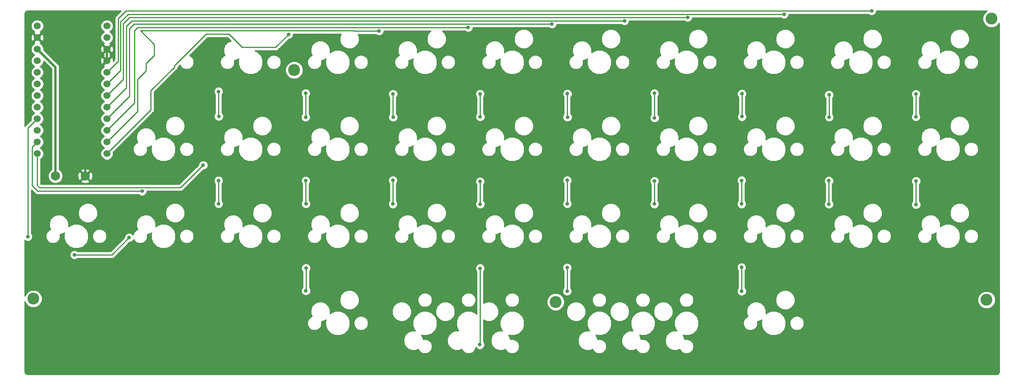
<source format=gbr>
G04 #@! TF.GenerationSoftware,KiCad,Pcbnew,(5.0.2)-1*
G04 #@! TF.CreationDate,2019-03-18T17:43:11+08:00*
G04 #@! TF.ProjectId,nqg,6e71672e-6b69-4636-9164-5f7063625858,rev?*
G04 #@! TF.SameCoordinates,Original*
G04 #@! TF.FileFunction,Copper,L1,Top*
G04 #@! TF.FilePolarity,Positive*
%FSLAX46Y46*%
G04 Gerber Fmt 4.6, Leading zero omitted, Abs format (unit mm)*
G04 Created by KiCad (PCBNEW (5.0.2)-1) date 18/03/2019 17:43:11*
%MOMM*%
%LPD*%
G01*
G04 APERTURE LIST*
G04 #@! TA.AperFunction,ComponentPad*
%ADD10C,2.000000*%
G04 #@! TD*
G04 #@! TA.AperFunction,ComponentPad*
%ADD11C,1.524000*%
G04 #@! TD*
G04 #@! TA.AperFunction,ComponentPad*
%ADD12C,2.600000*%
G04 #@! TD*
G04 #@! TA.AperFunction,ViaPad*
%ADD13C,0.800000*%
G04 #@! TD*
G04 #@! TA.AperFunction,Conductor*
%ADD14C,0.250000*%
G04 #@! TD*
G04 #@! TA.AperFunction,Conductor*
%ADD15C,0.500000*%
G04 #@! TD*
G04 #@! TA.AperFunction,Conductor*
%ADD16C,0.254000*%
G04 #@! TD*
G04 APERTURE END LIST*
D10*
G04 #@! TO.P,SW40,1*
G04 #@! TO.N,GND*
X154350000Y-158275000D03*
G04 #@! TO.P,SW40,2*
G04 #@! TO.N,reset*
X147850000Y-158275000D03*
G04 #@! TD*
D11*
G04 #@! TO.P,U1,24*
G04 #@! TO.N,Net-(U1-Pad24)*
X143886400Y-125422000D03*
G04 #@! TO.P,U1,23*
G04 #@! TO.N,GND*
X143886400Y-127962000D03*
G04 #@! TO.P,U1,22*
G04 #@! TO.N,reset*
X143886400Y-130502000D03*
G04 #@! TO.P,U1,21*
G04 #@! TO.N,VCC*
X143886400Y-133042000D03*
G04 #@! TO.P,U1,20*
G04 #@! TO.N,Net-(U1-Pad20)*
X143886400Y-135582000D03*
G04 #@! TO.P,U1,19*
G04 #@! TO.N,Net-(U1-Pad19)*
X143886400Y-138122000D03*
G04 #@! TO.P,U1,18*
G04 #@! TO.N,col1*
X143886400Y-140662000D03*
G04 #@! TO.P,U1,17*
G04 #@! TO.N,col0*
X143886400Y-143202000D03*
G04 #@! TO.P,U1,16*
G04 #@! TO.N,row3*
X143886400Y-145742000D03*
G04 #@! TO.P,U1,15*
G04 #@! TO.N,row2*
X143886400Y-148282000D03*
G04 #@! TO.P,U1,14*
G04 #@! TO.N,row1*
X143886400Y-150822000D03*
G04 #@! TO.P,U1,13*
G04 #@! TO.N,row0*
X143886400Y-153362000D03*
G04 #@! TO.P,U1,12*
G04 #@! TO.N,col2*
X159106400Y-153362000D03*
G04 #@! TO.P,U1,11*
G04 #@! TO.N,col3*
X159106400Y-150822000D03*
G04 #@! TO.P,U1,10*
G04 #@! TO.N,col4*
X159106400Y-148282000D03*
G04 #@! TO.P,U1,9*
G04 #@! TO.N,col5*
X159106400Y-145742000D03*
G04 #@! TO.P,U1,8*
G04 #@! TO.N,col6*
X159106400Y-143202000D03*
G04 #@! TO.P,U1,7*
G04 #@! TO.N,col7*
X159106400Y-140662000D03*
G04 #@! TO.P,U1,6*
G04 #@! TO.N,col8*
X159106400Y-138122000D03*
G04 #@! TO.P,U1,5*
G04 #@! TO.N,col9*
X159106400Y-135582000D03*
G04 #@! TO.P,U1,4*
G04 #@! TO.N,GND*
X159106400Y-133042000D03*
G04 #@! TO.P,U1,3*
X159106400Y-130502000D03*
G04 #@! TO.P,U1,2*
G04 #@! TO.N,Net-(U1-Pad2)*
X159106400Y-127962000D03*
G04 #@! TO.P,U1,1*
G04 #@! TO.N,Net-(U1-Pad1)*
X159106400Y-125422000D03*
G04 #@! TD*
D12*
G04 #@! TO.P,,1*
G04 #@! TO.N,N/C*
X143025000Y-185150000D03*
G04 #@! TD*
G04 #@! TO.P,,1*
G04 #@! TO.N,N/C*
X351325000Y-185400000D03*
G04 #@! TD*
G04 #@! TO.P,,1*
G04 #@! TO.N,N/C*
X257150000Y-185850000D03*
G04 #@! TD*
G04 #@! TO.P,,1*
G04 #@! TO.N,N/C*
X352400000Y-123825000D03*
G04 #@! TD*
G04 #@! TO.P,REF\002A\002A,1*
G04 #@! TO.N,N/C*
X200025000Y-135100000D03*
G04 #@! TD*
D13*
G04 #@! TO.N,row0*
X180150000Y-155900000D03*
G04 #@! TO.N,row1*
X166775000Y-161600000D03*
G04 #@! TO.N,row3*
X141850000Y-171525000D03*
G04 #@! TO.N,col0*
X152000000Y-175550000D03*
X163975000Y-171750000D03*
G04 #@! TO.N,col1*
X183500000Y-139775000D03*
X183550000Y-145225000D03*
X183500000Y-159275000D03*
X183500000Y-164350000D03*
G04 #@! TO.N,col2*
X202525000Y-140175000D03*
X202525000Y-145400000D03*
X202550000Y-159325000D03*
X202600000Y-164375000D03*
X202600000Y-178450000D03*
X202575000Y-183425000D03*
X198825000Y-127250000D03*
G04 #@! TO.N,col3*
X221625000Y-140325000D03*
X221650000Y-145400000D03*
X221600000Y-159225000D03*
X221600000Y-164400000D03*
X218580000Y-126500000D03*
G04 #@! TO.N,col4*
X240650000Y-140300000D03*
X240675000Y-145325000D03*
X240650000Y-159475000D03*
X240675000Y-164425000D03*
X240650000Y-178475000D03*
X240600000Y-195225000D03*
X238050000Y-125743750D03*
G04 #@! TO.N,col5*
X259725000Y-140275000D03*
X259750000Y-145375000D03*
X259700000Y-159200000D03*
X259700000Y-164375000D03*
X259675000Y-178350000D03*
X259675000Y-183475000D03*
X256350000Y-125018750D03*
G04 #@! TO.N,col6*
X278750000Y-140175000D03*
X278775000Y-145550000D03*
X278750000Y-159375000D03*
X278750000Y-164400000D03*
X272225000Y-124293750D03*
G04 #@! TO.N,col7*
X297850000Y-140275000D03*
X297875000Y-145275000D03*
X297800000Y-159250000D03*
X297800000Y-164400000D03*
X297800000Y-178275000D03*
X297825000Y-183475000D03*
X286000000Y-123568750D03*
G04 #@! TO.N,col8*
X316900000Y-140500000D03*
X316925000Y-145400000D03*
X316875000Y-159325000D03*
X316875000Y-164450000D03*
X307100000Y-122843750D03*
G04 #@! TO.N,col9*
X335900000Y-140325000D03*
X335900000Y-145325000D03*
X335925000Y-159375000D03*
X335925000Y-164525000D03*
X326225000Y-122118750D03*
G04 #@! TD*
D14*
G04 #@! TO.N,row0*
X143886400Y-153362000D02*
X143886400Y-160361400D01*
X143886400Y-160361400D02*
X144375000Y-160850000D01*
X175200000Y-160850000D02*
X180150000Y-155900000D01*
X144375000Y-160850000D02*
X175200000Y-160850000D01*
G04 #@! TO.N,row1*
X143124401Y-151583999D02*
X143886400Y-150822000D01*
X142799399Y-151909001D02*
X143124401Y-151583999D01*
X142799399Y-151909001D02*
X142799399Y-160424399D01*
X143886400Y-150822000D02*
X142799399Y-151909001D01*
X143975000Y-161600000D02*
X149875000Y-161600000D01*
X142799399Y-160424399D02*
X143975000Y-161600000D01*
X166775000Y-161600000D02*
X149875000Y-161600000D01*
G04 #@! TO.N,row3*
X141850000Y-147778400D02*
X143886400Y-145742000D01*
X141850000Y-171525000D02*
X141850000Y-147778400D01*
G04 #@! TO.N,col0*
X160175000Y-175550000D02*
X163975000Y-171750000D01*
X152000000Y-175550000D02*
X160175000Y-175550000D01*
G04 #@! TO.N,col1*
X183500000Y-145175000D02*
X183550000Y-145225000D01*
X183500000Y-139775000D02*
X183500000Y-145175000D01*
X183500000Y-159275000D02*
X183500000Y-164350000D01*
G04 #@! TO.N,col2*
X202525000Y-140175000D02*
X202525000Y-145400000D01*
X202550000Y-164325000D02*
X202600000Y-164375000D01*
X202550000Y-159325000D02*
X202550000Y-164325000D01*
X202600000Y-183400000D02*
X202575000Y-183425000D01*
X202600000Y-178450000D02*
X202600000Y-183400000D01*
X173825001Y-134167997D02*
X173825001Y-134490001D01*
X180792998Y-127200000D02*
X173825001Y-134167997D01*
X185781002Y-127200000D02*
X180792998Y-127200000D01*
X195979999Y-130095001D02*
X188676003Y-130095001D01*
X168715002Y-143753398D02*
X159106400Y-153362000D01*
X168715002Y-139600000D02*
X168715002Y-143753398D01*
X188676003Y-130095001D02*
X185781002Y-127200000D01*
X173825001Y-134490001D02*
X168715002Y-139600000D01*
X198825000Y-127250000D02*
X195979999Y-130095001D01*
G04 #@! TO.N,col3*
X221625000Y-145375000D02*
X221650000Y-145400000D01*
X221625000Y-140325000D02*
X221625000Y-145375000D01*
X221600000Y-159225000D02*
X221600000Y-164400000D01*
X212966001Y-126444999D02*
X166455001Y-126444999D01*
X213021002Y-126500000D02*
X212966001Y-126444999D01*
X218580000Y-126500000D02*
X213021002Y-126500000D01*
X167645001Y-133639997D02*
X167645001Y-135229999D01*
X169465001Y-129454999D02*
X169465001Y-131819997D01*
X169465001Y-131819997D02*
X167645001Y-133639997D01*
X166455001Y-126444999D02*
X169465001Y-129454999D01*
X167645001Y-135229999D02*
X165800000Y-137075000D01*
X165800000Y-144128400D02*
X159106400Y-150822000D01*
X165800000Y-137075000D02*
X165800000Y-144128400D01*
G04 #@! TO.N,col4*
X240650000Y-145300000D02*
X240675000Y-145325000D01*
X240650000Y-140300000D02*
X240650000Y-145300000D01*
X240650000Y-164400000D02*
X240675000Y-164425000D01*
X240650000Y-159475000D02*
X240650000Y-164400000D01*
X240650000Y-195175000D02*
X240600000Y-195225000D01*
X240650000Y-178475000D02*
X240650000Y-195175000D01*
X165781250Y-125743750D02*
X165094999Y-126430001D01*
X165094999Y-142293401D02*
X159106400Y-148282000D01*
X165094999Y-126430001D02*
X165094999Y-142293401D01*
X238050000Y-125743750D02*
X165781250Y-125743750D01*
G04 #@! TO.N,col5*
X259725000Y-145350000D02*
X259750000Y-145375000D01*
X259725000Y-140275000D02*
X259725000Y-145350000D01*
X259700000Y-159200000D02*
X259700000Y-164375000D01*
X259675000Y-178350000D02*
X259675000Y-183475000D01*
X256350000Y-125018750D02*
X165056250Y-125018750D01*
X165056250Y-125018750D02*
X164050000Y-126025000D01*
X164050000Y-140798400D02*
X159106400Y-145742000D01*
X164050000Y-126025000D02*
X164050000Y-140798400D01*
G04 #@! TO.N,col6*
X278750000Y-145525000D02*
X278775000Y-145550000D01*
X278750000Y-140175000D02*
X278750000Y-145525000D01*
X278750000Y-159375000D02*
X278750000Y-164400000D01*
X272225000Y-124293750D02*
X164531250Y-124293750D01*
X164531250Y-124293750D02*
X163325000Y-125500000D01*
X163325000Y-138983400D02*
X159106400Y-143202000D01*
X163325000Y-125500000D02*
X163325000Y-138983400D01*
G04 #@! TO.N,col7*
X297850000Y-145250000D02*
X297875000Y-145275000D01*
X297850000Y-140275000D02*
X297850000Y-145250000D01*
X297800000Y-159250000D02*
X297800000Y-164400000D01*
X297800000Y-183450000D02*
X297825000Y-183475000D01*
X297800000Y-178275000D02*
X297800000Y-183450000D01*
X159106400Y-140662000D02*
X162650000Y-137118400D01*
X162650000Y-137118400D02*
X162650000Y-124950000D01*
X164031250Y-123568750D02*
X286000000Y-123568750D01*
X162650000Y-124950000D02*
X164031250Y-123568750D01*
G04 #@! TO.N,col8*
X316900000Y-145375000D02*
X316925000Y-145400000D01*
X316900000Y-140500000D02*
X316900000Y-145375000D01*
X316875000Y-159325000D02*
X316875000Y-164450000D01*
X307100000Y-122843750D02*
X163731250Y-122843750D01*
X163731250Y-122843750D02*
X162075000Y-124500000D01*
X162075000Y-135153400D02*
X159106400Y-138122000D01*
X162075000Y-124500000D02*
X162075000Y-135153400D01*
G04 #@! TO.N,col9*
X335900000Y-140325000D02*
X335900000Y-145325000D01*
X335925000Y-159375000D02*
X335925000Y-164525000D01*
X161550000Y-133138400D02*
X161550000Y-123850000D01*
X159106400Y-135582000D02*
X161550000Y-133138400D01*
X163281250Y-122118750D02*
X326225000Y-122118750D01*
X161550000Y-123850000D02*
X163281250Y-122118750D01*
D15*
G04 #@! TO.N,GND*
X154350000Y-137798400D02*
X159106400Y-133042000D01*
X159106400Y-133042000D02*
X159106400Y-130502000D01*
X153722800Y-137798400D02*
X143886400Y-127962000D01*
X154350000Y-158275000D02*
X154350000Y-138825000D01*
X154350000Y-138425600D02*
X153722800Y-137798400D01*
X154350000Y-138825000D02*
X154350000Y-138425600D01*
X154350000Y-138825000D02*
X154350000Y-137798400D01*
G04 #@! TO.N,reset*
X147850000Y-134465600D02*
X143886400Y-130502000D01*
X147850000Y-158275000D02*
X147850000Y-134465600D01*
G04 #@! TD*
D16*
G04 #@! TO.N,GND*
G36*
X161065528Y-123259671D02*
X161002072Y-123302071D01*
X160959672Y-123365527D01*
X160959671Y-123365528D01*
X160834097Y-123553463D01*
X160775112Y-123850000D01*
X160790001Y-123924852D01*
X160790000Y-132823598D01*
X160508316Y-133105282D01*
X160487762Y-132694632D01*
X160328797Y-132310857D01*
X160086613Y-132241392D01*
X159286005Y-133042000D01*
X159300148Y-133056143D01*
X159120543Y-133235748D01*
X159106400Y-133221605D01*
X158305792Y-134022213D01*
X158375257Y-134264397D01*
X158515793Y-134314535D01*
X158315063Y-134397680D01*
X157922080Y-134790663D01*
X157709400Y-135304119D01*
X157709400Y-135859881D01*
X157922080Y-136373337D01*
X158315063Y-136766320D01*
X158521913Y-136852000D01*
X158315063Y-136937680D01*
X157922080Y-137330663D01*
X157709400Y-137844119D01*
X157709400Y-138399881D01*
X157922080Y-138913337D01*
X158315063Y-139306320D01*
X158521913Y-139392000D01*
X158315063Y-139477680D01*
X157922080Y-139870663D01*
X157709400Y-140384119D01*
X157709400Y-140939881D01*
X157922080Y-141453337D01*
X158315063Y-141846320D01*
X158521913Y-141932000D01*
X158315063Y-142017680D01*
X157922080Y-142410663D01*
X157709400Y-142924119D01*
X157709400Y-143479881D01*
X157922080Y-143993337D01*
X158315063Y-144386320D01*
X158521913Y-144472000D01*
X158315063Y-144557680D01*
X157922080Y-144950663D01*
X157709400Y-145464119D01*
X157709400Y-146019881D01*
X157922080Y-146533337D01*
X158315063Y-146926320D01*
X158521913Y-147012000D01*
X158315063Y-147097680D01*
X157922080Y-147490663D01*
X157709400Y-148004119D01*
X157709400Y-148559881D01*
X157922080Y-149073337D01*
X158315063Y-149466320D01*
X158521913Y-149552000D01*
X158315063Y-149637680D01*
X157922080Y-150030663D01*
X157709400Y-150544119D01*
X157709400Y-151099881D01*
X157922080Y-151613337D01*
X158315063Y-152006320D01*
X158521913Y-152092000D01*
X158315063Y-152177680D01*
X157922080Y-152570663D01*
X157709400Y-153084119D01*
X157709400Y-153639881D01*
X157922080Y-154153337D01*
X158315063Y-154546320D01*
X158828519Y-154759000D01*
X159384281Y-154759000D01*
X159897737Y-154546320D01*
X160290720Y-154153337D01*
X160503400Y-153639881D01*
X160503400Y-153084119D01*
X160490420Y-153052781D01*
X161458477Y-152084724D01*
X164785000Y-152084724D01*
X164785000Y-152715276D01*
X165026302Y-153297830D01*
X165472170Y-153743698D01*
X166054724Y-153985000D01*
X166685276Y-153985000D01*
X167267830Y-153743698D01*
X167713698Y-153297830D01*
X167955000Y-152715276D01*
X167955000Y-152084724D01*
X167917835Y-151995000D01*
X168064678Y-151995000D01*
X168845501Y-151671573D01*
X168765000Y-151865920D01*
X168765000Y-152934080D01*
X169173767Y-153920930D01*
X169929070Y-154676233D01*
X170915920Y-155085000D01*
X171984080Y-155085000D01*
X172970930Y-154676233D01*
X173726233Y-153920930D01*
X174135000Y-152934080D01*
X174135000Y-152084724D01*
X174945000Y-152084724D01*
X174945000Y-152715276D01*
X175186302Y-153297830D01*
X175632170Y-153743698D01*
X176214724Y-153985000D01*
X176845276Y-153985000D01*
X177427830Y-153743698D01*
X177873698Y-153297830D01*
X178115000Y-152715276D01*
X178115000Y-152084724D01*
X183835000Y-152084724D01*
X183835000Y-152715276D01*
X184076302Y-153297830D01*
X184522170Y-153743698D01*
X185104724Y-153985000D01*
X185735276Y-153985000D01*
X186317830Y-153743698D01*
X186763698Y-153297830D01*
X187005000Y-152715276D01*
X187005000Y-152084724D01*
X186967835Y-151995000D01*
X187114678Y-151995000D01*
X187895501Y-151671573D01*
X187815000Y-151865920D01*
X187815000Y-152934080D01*
X188223767Y-153920930D01*
X188979070Y-154676233D01*
X189965920Y-155085000D01*
X191034080Y-155085000D01*
X192020930Y-154676233D01*
X192776233Y-153920930D01*
X193185000Y-152934080D01*
X193185000Y-152084724D01*
X193995000Y-152084724D01*
X193995000Y-152715276D01*
X194236302Y-153297830D01*
X194682170Y-153743698D01*
X195264724Y-153985000D01*
X195895276Y-153985000D01*
X196477830Y-153743698D01*
X196923698Y-153297830D01*
X197165000Y-152715276D01*
X197165000Y-152084724D01*
X202885000Y-152084724D01*
X202885000Y-152715276D01*
X203126302Y-153297830D01*
X203572170Y-153743698D01*
X204154724Y-153985000D01*
X204785276Y-153985000D01*
X205367830Y-153743698D01*
X205813698Y-153297830D01*
X206055000Y-152715276D01*
X206055000Y-152084724D01*
X206017835Y-151995000D01*
X206164678Y-151995000D01*
X206945501Y-151671573D01*
X206865000Y-151865920D01*
X206865000Y-152934080D01*
X207273767Y-153920930D01*
X208029070Y-154676233D01*
X209015920Y-155085000D01*
X210084080Y-155085000D01*
X211070930Y-154676233D01*
X211826233Y-153920930D01*
X212235000Y-152934080D01*
X212235000Y-152084724D01*
X213045000Y-152084724D01*
X213045000Y-152715276D01*
X213286302Y-153297830D01*
X213732170Y-153743698D01*
X214314724Y-153985000D01*
X214945276Y-153985000D01*
X215527830Y-153743698D01*
X215973698Y-153297830D01*
X216215000Y-152715276D01*
X216215000Y-152084724D01*
X221935000Y-152084724D01*
X221935000Y-152715276D01*
X222176302Y-153297830D01*
X222622170Y-153743698D01*
X223204724Y-153985000D01*
X223835276Y-153985000D01*
X224417830Y-153743698D01*
X224863698Y-153297830D01*
X225105000Y-152715276D01*
X225105000Y-152084724D01*
X225067835Y-151995000D01*
X225214678Y-151995000D01*
X225995501Y-151671573D01*
X225915000Y-151865920D01*
X225915000Y-152934080D01*
X226323767Y-153920930D01*
X227079070Y-154676233D01*
X228065920Y-155085000D01*
X229134080Y-155085000D01*
X230120930Y-154676233D01*
X230876233Y-153920930D01*
X231285000Y-152934080D01*
X231285000Y-152084724D01*
X232095000Y-152084724D01*
X232095000Y-152715276D01*
X232336302Y-153297830D01*
X232782170Y-153743698D01*
X233364724Y-153985000D01*
X233995276Y-153985000D01*
X234577830Y-153743698D01*
X235023698Y-153297830D01*
X235265000Y-152715276D01*
X235265000Y-152084724D01*
X240985000Y-152084724D01*
X240985000Y-152715276D01*
X241226302Y-153297830D01*
X241672170Y-153743698D01*
X242254724Y-153985000D01*
X242885276Y-153985000D01*
X243467830Y-153743698D01*
X243913698Y-153297830D01*
X244155000Y-152715276D01*
X244155000Y-152084724D01*
X244117835Y-151995000D01*
X244264678Y-151995000D01*
X245045501Y-151671573D01*
X244965000Y-151865920D01*
X244965000Y-152934080D01*
X245373767Y-153920930D01*
X246129070Y-154676233D01*
X247115920Y-155085000D01*
X248184080Y-155085000D01*
X249170930Y-154676233D01*
X249926233Y-153920930D01*
X250335000Y-152934080D01*
X250335000Y-152084724D01*
X251145000Y-152084724D01*
X251145000Y-152715276D01*
X251386302Y-153297830D01*
X251832170Y-153743698D01*
X252414724Y-153985000D01*
X253045276Y-153985000D01*
X253627830Y-153743698D01*
X254073698Y-153297830D01*
X254315000Y-152715276D01*
X254315000Y-152084724D01*
X260035000Y-152084724D01*
X260035000Y-152715276D01*
X260276302Y-153297830D01*
X260722170Y-153743698D01*
X261304724Y-153985000D01*
X261935276Y-153985000D01*
X262517830Y-153743698D01*
X262963698Y-153297830D01*
X263205000Y-152715276D01*
X263205000Y-152084724D01*
X263167835Y-151995000D01*
X263314678Y-151995000D01*
X264095501Y-151671573D01*
X264015000Y-151865920D01*
X264015000Y-152934080D01*
X264423767Y-153920930D01*
X265179070Y-154676233D01*
X266165920Y-155085000D01*
X267234080Y-155085000D01*
X268220930Y-154676233D01*
X268976233Y-153920930D01*
X269385000Y-152934080D01*
X269385000Y-152084724D01*
X270195000Y-152084724D01*
X270195000Y-152715276D01*
X270436302Y-153297830D01*
X270882170Y-153743698D01*
X271464724Y-153985000D01*
X272095276Y-153985000D01*
X272677830Y-153743698D01*
X273123698Y-153297830D01*
X273365000Y-152715276D01*
X273365000Y-152084724D01*
X279085000Y-152084724D01*
X279085000Y-152715276D01*
X279326302Y-153297830D01*
X279772170Y-153743698D01*
X280354724Y-153985000D01*
X280985276Y-153985000D01*
X281567830Y-153743698D01*
X282013698Y-153297830D01*
X282255000Y-152715276D01*
X282255000Y-152084724D01*
X282217835Y-151995000D01*
X282364678Y-151995000D01*
X283145501Y-151671573D01*
X283065000Y-151865920D01*
X283065000Y-152934080D01*
X283473767Y-153920930D01*
X284229070Y-154676233D01*
X285215920Y-155085000D01*
X286284080Y-155085000D01*
X287270930Y-154676233D01*
X288026233Y-153920930D01*
X288435000Y-152934080D01*
X288435000Y-152084724D01*
X289245000Y-152084724D01*
X289245000Y-152715276D01*
X289486302Y-153297830D01*
X289932170Y-153743698D01*
X290514724Y-153985000D01*
X291145276Y-153985000D01*
X291727830Y-153743698D01*
X292173698Y-153297830D01*
X292415000Y-152715276D01*
X292415000Y-152084724D01*
X298135000Y-152084724D01*
X298135000Y-152715276D01*
X298376302Y-153297830D01*
X298822170Y-153743698D01*
X299404724Y-153985000D01*
X300035276Y-153985000D01*
X300617830Y-153743698D01*
X301063698Y-153297830D01*
X301305000Y-152715276D01*
X301305000Y-152084724D01*
X301267835Y-151995000D01*
X301414678Y-151995000D01*
X302195501Y-151671573D01*
X302115000Y-151865920D01*
X302115000Y-152934080D01*
X302523767Y-153920930D01*
X303279070Y-154676233D01*
X304265920Y-155085000D01*
X305334080Y-155085000D01*
X306320930Y-154676233D01*
X307076233Y-153920930D01*
X307485000Y-152934080D01*
X307485000Y-152084724D01*
X308295000Y-152084724D01*
X308295000Y-152715276D01*
X308536302Y-153297830D01*
X308982170Y-153743698D01*
X309564724Y-153985000D01*
X310195276Y-153985000D01*
X310777830Y-153743698D01*
X311223698Y-153297830D01*
X311465000Y-152715276D01*
X311465000Y-152084724D01*
X317185000Y-152084724D01*
X317185000Y-152715276D01*
X317426302Y-153297830D01*
X317872170Y-153743698D01*
X318454724Y-153985000D01*
X319085276Y-153985000D01*
X319667830Y-153743698D01*
X320113698Y-153297830D01*
X320355000Y-152715276D01*
X320355000Y-152084724D01*
X320317835Y-151995000D01*
X320464678Y-151995000D01*
X321245501Y-151671573D01*
X321165000Y-151865920D01*
X321165000Y-152934080D01*
X321573767Y-153920930D01*
X322329070Y-154676233D01*
X323315920Y-155085000D01*
X324384080Y-155085000D01*
X325370930Y-154676233D01*
X326126233Y-153920930D01*
X326535000Y-152934080D01*
X326535000Y-152084724D01*
X327345000Y-152084724D01*
X327345000Y-152715276D01*
X327586302Y-153297830D01*
X328032170Y-153743698D01*
X328614724Y-153985000D01*
X329245276Y-153985000D01*
X329827830Y-153743698D01*
X330273698Y-153297830D01*
X330515000Y-152715276D01*
X330515000Y-152084724D01*
X336235000Y-152084724D01*
X336235000Y-152715276D01*
X336476302Y-153297830D01*
X336922170Y-153743698D01*
X337504724Y-153985000D01*
X338135276Y-153985000D01*
X338717830Y-153743698D01*
X339163698Y-153297830D01*
X339405000Y-152715276D01*
X339405000Y-152084724D01*
X339367835Y-151995000D01*
X339514678Y-151995000D01*
X340295501Y-151671573D01*
X340215000Y-151865920D01*
X340215000Y-152934080D01*
X340623767Y-153920930D01*
X341379070Y-154676233D01*
X342365920Y-155085000D01*
X343434080Y-155085000D01*
X344420930Y-154676233D01*
X345176233Y-153920930D01*
X345585000Y-152934080D01*
X345585000Y-152084724D01*
X346395000Y-152084724D01*
X346395000Y-152715276D01*
X346636302Y-153297830D01*
X347082170Y-153743698D01*
X347664724Y-153985000D01*
X348295276Y-153985000D01*
X348877830Y-153743698D01*
X349323698Y-153297830D01*
X349565000Y-152715276D01*
X349565000Y-152084724D01*
X349323698Y-151502170D01*
X348877830Y-151056302D01*
X348295276Y-150815000D01*
X347664724Y-150815000D01*
X347082170Y-151056302D01*
X346636302Y-151502170D01*
X346395000Y-152084724D01*
X345585000Y-152084724D01*
X345585000Y-151865920D01*
X345176233Y-150879070D01*
X344420930Y-150123767D01*
X343434080Y-149715000D01*
X342365920Y-149715000D01*
X341379070Y-150123767D01*
X341225000Y-150277837D01*
X341225000Y-149435322D01*
X340899966Y-148650620D01*
X340299380Y-148050034D01*
X339514678Y-147725000D01*
X338665322Y-147725000D01*
X337880620Y-148050034D01*
X337280034Y-148650620D01*
X336955000Y-149435322D01*
X336955000Y-150284678D01*
X337223002Y-150931693D01*
X336922170Y-151056302D01*
X336476302Y-151502170D01*
X336235000Y-152084724D01*
X330515000Y-152084724D01*
X330273698Y-151502170D01*
X329827830Y-151056302D01*
X329245276Y-150815000D01*
X328614724Y-150815000D01*
X328032170Y-151056302D01*
X327586302Y-151502170D01*
X327345000Y-152084724D01*
X326535000Y-152084724D01*
X326535000Y-151865920D01*
X326126233Y-150879070D01*
X325370930Y-150123767D01*
X324384080Y-149715000D01*
X323315920Y-149715000D01*
X322329070Y-150123767D01*
X322175000Y-150277837D01*
X322175000Y-149435322D01*
X321849966Y-148650620D01*
X321249380Y-148050034D01*
X320464678Y-147725000D01*
X319615322Y-147725000D01*
X318830620Y-148050034D01*
X318230034Y-148650620D01*
X317905000Y-149435322D01*
X317905000Y-150284678D01*
X318173002Y-150931693D01*
X317872170Y-151056302D01*
X317426302Y-151502170D01*
X317185000Y-152084724D01*
X311465000Y-152084724D01*
X311223698Y-151502170D01*
X310777830Y-151056302D01*
X310195276Y-150815000D01*
X309564724Y-150815000D01*
X308982170Y-151056302D01*
X308536302Y-151502170D01*
X308295000Y-152084724D01*
X307485000Y-152084724D01*
X307485000Y-151865920D01*
X307076233Y-150879070D01*
X306320930Y-150123767D01*
X305334080Y-149715000D01*
X304265920Y-149715000D01*
X303279070Y-150123767D01*
X303125000Y-150277837D01*
X303125000Y-149435322D01*
X302799966Y-148650620D01*
X302199380Y-148050034D01*
X301414678Y-147725000D01*
X300565322Y-147725000D01*
X299780620Y-148050034D01*
X299180034Y-148650620D01*
X298855000Y-149435322D01*
X298855000Y-150284678D01*
X299123002Y-150931693D01*
X298822170Y-151056302D01*
X298376302Y-151502170D01*
X298135000Y-152084724D01*
X292415000Y-152084724D01*
X292173698Y-151502170D01*
X291727830Y-151056302D01*
X291145276Y-150815000D01*
X290514724Y-150815000D01*
X289932170Y-151056302D01*
X289486302Y-151502170D01*
X289245000Y-152084724D01*
X288435000Y-152084724D01*
X288435000Y-151865920D01*
X288026233Y-150879070D01*
X287270930Y-150123767D01*
X286284080Y-149715000D01*
X285215920Y-149715000D01*
X284229070Y-150123767D01*
X284075000Y-150277837D01*
X284075000Y-149435322D01*
X283749966Y-148650620D01*
X283149380Y-148050034D01*
X282364678Y-147725000D01*
X281515322Y-147725000D01*
X280730620Y-148050034D01*
X280130034Y-148650620D01*
X279805000Y-149435322D01*
X279805000Y-150284678D01*
X280073002Y-150931693D01*
X279772170Y-151056302D01*
X279326302Y-151502170D01*
X279085000Y-152084724D01*
X273365000Y-152084724D01*
X273123698Y-151502170D01*
X272677830Y-151056302D01*
X272095276Y-150815000D01*
X271464724Y-150815000D01*
X270882170Y-151056302D01*
X270436302Y-151502170D01*
X270195000Y-152084724D01*
X269385000Y-152084724D01*
X269385000Y-151865920D01*
X268976233Y-150879070D01*
X268220930Y-150123767D01*
X267234080Y-149715000D01*
X266165920Y-149715000D01*
X265179070Y-150123767D01*
X265025000Y-150277837D01*
X265025000Y-149435322D01*
X264699966Y-148650620D01*
X264099380Y-148050034D01*
X263314678Y-147725000D01*
X262465322Y-147725000D01*
X261680620Y-148050034D01*
X261080034Y-148650620D01*
X260755000Y-149435322D01*
X260755000Y-150284678D01*
X261023002Y-150931693D01*
X260722170Y-151056302D01*
X260276302Y-151502170D01*
X260035000Y-152084724D01*
X254315000Y-152084724D01*
X254073698Y-151502170D01*
X253627830Y-151056302D01*
X253045276Y-150815000D01*
X252414724Y-150815000D01*
X251832170Y-151056302D01*
X251386302Y-151502170D01*
X251145000Y-152084724D01*
X250335000Y-152084724D01*
X250335000Y-151865920D01*
X249926233Y-150879070D01*
X249170930Y-150123767D01*
X248184080Y-149715000D01*
X247115920Y-149715000D01*
X246129070Y-150123767D01*
X245975000Y-150277837D01*
X245975000Y-149435322D01*
X245649966Y-148650620D01*
X245049380Y-148050034D01*
X244264678Y-147725000D01*
X243415322Y-147725000D01*
X242630620Y-148050034D01*
X242030034Y-148650620D01*
X241705000Y-149435322D01*
X241705000Y-150284678D01*
X241973002Y-150931693D01*
X241672170Y-151056302D01*
X241226302Y-151502170D01*
X240985000Y-152084724D01*
X235265000Y-152084724D01*
X235023698Y-151502170D01*
X234577830Y-151056302D01*
X233995276Y-150815000D01*
X233364724Y-150815000D01*
X232782170Y-151056302D01*
X232336302Y-151502170D01*
X232095000Y-152084724D01*
X231285000Y-152084724D01*
X231285000Y-151865920D01*
X230876233Y-150879070D01*
X230120930Y-150123767D01*
X229134080Y-149715000D01*
X228065920Y-149715000D01*
X227079070Y-150123767D01*
X226925000Y-150277837D01*
X226925000Y-149435322D01*
X226599966Y-148650620D01*
X225999380Y-148050034D01*
X225214678Y-147725000D01*
X224365322Y-147725000D01*
X223580620Y-148050034D01*
X222980034Y-148650620D01*
X222655000Y-149435322D01*
X222655000Y-150284678D01*
X222923002Y-150931693D01*
X222622170Y-151056302D01*
X222176302Y-151502170D01*
X221935000Y-152084724D01*
X216215000Y-152084724D01*
X215973698Y-151502170D01*
X215527830Y-151056302D01*
X214945276Y-150815000D01*
X214314724Y-150815000D01*
X213732170Y-151056302D01*
X213286302Y-151502170D01*
X213045000Y-152084724D01*
X212235000Y-152084724D01*
X212235000Y-151865920D01*
X211826233Y-150879070D01*
X211070930Y-150123767D01*
X210084080Y-149715000D01*
X209015920Y-149715000D01*
X208029070Y-150123767D01*
X207875000Y-150277837D01*
X207875000Y-149435322D01*
X207549966Y-148650620D01*
X206949380Y-148050034D01*
X206164678Y-147725000D01*
X205315322Y-147725000D01*
X204530620Y-148050034D01*
X203930034Y-148650620D01*
X203605000Y-149435322D01*
X203605000Y-150284678D01*
X203873002Y-150931693D01*
X203572170Y-151056302D01*
X203126302Y-151502170D01*
X202885000Y-152084724D01*
X197165000Y-152084724D01*
X196923698Y-151502170D01*
X196477830Y-151056302D01*
X195895276Y-150815000D01*
X195264724Y-150815000D01*
X194682170Y-151056302D01*
X194236302Y-151502170D01*
X193995000Y-152084724D01*
X193185000Y-152084724D01*
X193185000Y-151865920D01*
X192776233Y-150879070D01*
X192020930Y-150123767D01*
X191034080Y-149715000D01*
X189965920Y-149715000D01*
X188979070Y-150123767D01*
X188825000Y-150277837D01*
X188825000Y-149435322D01*
X188499966Y-148650620D01*
X187899380Y-148050034D01*
X187114678Y-147725000D01*
X186265322Y-147725000D01*
X185480620Y-148050034D01*
X184880034Y-148650620D01*
X184555000Y-149435322D01*
X184555000Y-150284678D01*
X184823002Y-150931693D01*
X184522170Y-151056302D01*
X184076302Y-151502170D01*
X183835000Y-152084724D01*
X178115000Y-152084724D01*
X177873698Y-151502170D01*
X177427830Y-151056302D01*
X176845276Y-150815000D01*
X176214724Y-150815000D01*
X175632170Y-151056302D01*
X175186302Y-151502170D01*
X174945000Y-152084724D01*
X174135000Y-152084724D01*
X174135000Y-151865920D01*
X173726233Y-150879070D01*
X172970930Y-150123767D01*
X171984080Y-149715000D01*
X170915920Y-149715000D01*
X169929070Y-150123767D01*
X169775000Y-150277837D01*
X169775000Y-149435322D01*
X169449966Y-148650620D01*
X168849380Y-148050034D01*
X168064678Y-147725000D01*
X167215322Y-147725000D01*
X166430620Y-148050034D01*
X165830034Y-148650620D01*
X165505000Y-149435322D01*
X165505000Y-150284678D01*
X165773002Y-150931693D01*
X165472170Y-151056302D01*
X165026302Y-151502170D01*
X164785000Y-152084724D01*
X161458477Y-152084724D01*
X166647879Y-146895322D01*
X171855000Y-146895322D01*
X171855000Y-147744678D01*
X172180034Y-148529380D01*
X172780620Y-149129966D01*
X173565322Y-149455000D01*
X174414678Y-149455000D01*
X175199380Y-149129966D01*
X175799966Y-148529380D01*
X176125000Y-147744678D01*
X176125000Y-146895322D01*
X190905000Y-146895322D01*
X190905000Y-147744678D01*
X191230034Y-148529380D01*
X191830620Y-149129966D01*
X192615322Y-149455000D01*
X193464678Y-149455000D01*
X194249380Y-149129966D01*
X194849966Y-148529380D01*
X195175000Y-147744678D01*
X195175000Y-146895322D01*
X209955000Y-146895322D01*
X209955000Y-147744678D01*
X210280034Y-148529380D01*
X210880620Y-149129966D01*
X211665322Y-149455000D01*
X212514678Y-149455000D01*
X213299380Y-149129966D01*
X213899966Y-148529380D01*
X214225000Y-147744678D01*
X214225000Y-146895322D01*
X229005000Y-146895322D01*
X229005000Y-147744678D01*
X229330034Y-148529380D01*
X229930620Y-149129966D01*
X230715322Y-149455000D01*
X231564678Y-149455000D01*
X232349380Y-149129966D01*
X232949966Y-148529380D01*
X233275000Y-147744678D01*
X233275000Y-146895322D01*
X248055000Y-146895322D01*
X248055000Y-147744678D01*
X248380034Y-148529380D01*
X248980620Y-149129966D01*
X249765322Y-149455000D01*
X250614678Y-149455000D01*
X251399380Y-149129966D01*
X251999966Y-148529380D01*
X252325000Y-147744678D01*
X252325000Y-146895322D01*
X267105000Y-146895322D01*
X267105000Y-147744678D01*
X267430034Y-148529380D01*
X268030620Y-149129966D01*
X268815322Y-149455000D01*
X269664678Y-149455000D01*
X270449380Y-149129966D01*
X271049966Y-148529380D01*
X271375000Y-147744678D01*
X271375000Y-146895322D01*
X286155000Y-146895322D01*
X286155000Y-147744678D01*
X286480034Y-148529380D01*
X287080620Y-149129966D01*
X287865322Y-149455000D01*
X288714678Y-149455000D01*
X289499380Y-149129966D01*
X290099966Y-148529380D01*
X290425000Y-147744678D01*
X290425000Y-146895322D01*
X305205000Y-146895322D01*
X305205000Y-147744678D01*
X305530034Y-148529380D01*
X306130620Y-149129966D01*
X306915322Y-149455000D01*
X307764678Y-149455000D01*
X308549380Y-149129966D01*
X309149966Y-148529380D01*
X309475000Y-147744678D01*
X309475000Y-146895322D01*
X324255000Y-146895322D01*
X324255000Y-147744678D01*
X324580034Y-148529380D01*
X325180620Y-149129966D01*
X325965322Y-149455000D01*
X326814678Y-149455000D01*
X327599380Y-149129966D01*
X328199966Y-148529380D01*
X328525000Y-147744678D01*
X328525000Y-146895322D01*
X343305000Y-146895322D01*
X343305000Y-147744678D01*
X343630034Y-148529380D01*
X344230620Y-149129966D01*
X345015322Y-149455000D01*
X345864678Y-149455000D01*
X346649380Y-149129966D01*
X347249966Y-148529380D01*
X347575000Y-147744678D01*
X347575000Y-146895322D01*
X347249966Y-146110620D01*
X346649380Y-145510034D01*
X345864678Y-145185000D01*
X345015322Y-145185000D01*
X344230620Y-145510034D01*
X343630034Y-146110620D01*
X343305000Y-146895322D01*
X328525000Y-146895322D01*
X328199966Y-146110620D01*
X327599380Y-145510034D01*
X326814678Y-145185000D01*
X325965322Y-145185000D01*
X325180620Y-145510034D01*
X324580034Y-146110620D01*
X324255000Y-146895322D01*
X309475000Y-146895322D01*
X309149966Y-146110620D01*
X308549380Y-145510034D01*
X307764678Y-145185000D01*
X306915322Y-145185000D01*
X306130620Y-145510034D01*
X305530034Y-146110620D01*
X305205000Y-146895322D01*
X290425000Y-146895322D01*
X290099966Y-146110620D01*
X289499380Y-145510034D01*
X288714678Y-145185000D01*
X287865322Y-145185000D01*
X287080620Y-145510034D01*
X286480034Y-146110620D01*
X286155000Y-146895322D01*
X271375000Y-146895322D01*
X271049966Y-146110620D01*
X270449380Y-145510034D01*
X269664678Y-145185000D01*
X268815322Y-145185000D01*
X268030620Y-145510034D01*
X267430034Y-146110620D01*
X267105000Y-146895322D01*
X252325000Y-146895322D01*
X251999966Y-146110620D01*
X251399380Y-145510034D01*
X250614678Y-145185000D01*
X249765322Y-145185000D01*
X248980620Y-145510034D01*
X248380034Y-146110620D01*
X248055000Y-146895322D01*
X233275000Y-146895322D01*
X232949966Y-146110620D01*
X232349380Y-145510034D01*
X231564678Y-145185000D01*
X230715322Y-145185000D01*
X229930620Y-145510034D01*
X229330034Y-146110620D01*
X229005000Y-146895322D01*
X214225000Y-146895322D01*
X213899966Y-146110620D01*
X213299380Y-145510034D01*
X212514678Y-145185000D01*
X211665322Y-145185000D01*
X210880620Y-145510034D01*
X210280034Y-146110620D01*
X209955000Y-146895322D01*
X195175000Y-146895322D01*
X194849966Y-146110620D01*
X194249380Y-145510034D01*
X193464678Y-145185000D01*
X192615322Y-145185000D01*
X191830620Y-145510034D01*
X191230034Y-146110620D01*
X190905000Y-146895322D01*
X176125000Y-146895322D01*
X175799966Y-146110620D01*
X175199380Y-145510034D01*
X174414678Y-145185000D01*
X173565322Y-145185000D01*
X172780620Y-145510034D01*
X172180034Y-146110620D01*
X171855000Y-146895322D01*
X166647879Y-146895322D01*
X169199475Y-144343727D01*
X169262931Y-144301327D01*
X169430906Y-144049935D01*
X169475002Y-143828250D01*
X169475002Y-143828246D01*
X169489890Y-143753399D01*
X169475002Y-143678552D01*
X169475002Y-139914801D01*
X169820677Y-139569126D01*
X182465000Y-139569126D01*
X182465000Y-139980874D01*
X182622569Y-140361280D01*
X182740000Y-140478711D01*
X182740001Y-144571288D01*
X182672569Y-144638720D01*
X182515000Y-145019126D01*
X182515000Y-145430874D01*
X182672569Y-145811280D01*
X182963720Y-146102431D01*
X183344126Y-146260000D01*
X183755874Y-146260000D01*
X184136280Y-146102431D01*
X184427431Y-145811280D01*
X184585000Y-145430874D01*
X184585000Y-145019126D01*
X184427431Y-144638720D01*
X184260000Y-144471289D01*
X184260000Y-140478711D01*
X184377431Y-140361280D01*
X184535000Y-139980874D01*
X184535000Y-139969126D01*
X201490000Y-139969126D01*
X201490000Y-140380874D01*
X201647569Y-140761280D01*
X201765000Y-140878711D01*
X201765001Y-144696288D01*
X201647569Y-144813720D01*
X201490000Y-145194126D01*
X201490000Y-145605874D01*
X201647569Y-145986280D01*
X201938720Y-146277431D01*
X202319126Y-146435000D01*
X202730874Y-146435000D01*
X203111280Y-146277431D01*
X203402431Y-145986280D01*
X203560000Y-145605874D01*
X203560000Y-145194126D01*
X203402431Y-144813720D01*
X203285000Y-144696289D01*
X203285000Y-140878711D01*
X203402431Y-140761280D01*
X203560000Y-140380874D01*
X203560000Y-140119126D01*
X220590000Y-140119126D01*
X220590000Y-140530874D01*
X220747569Y-140911280D01*
X220865000Y-141028711D01*
X220865001Y-144721288D01*
X220772569Y-144813720D01*
X220615000Y-145194126D01*
X220615000Y-145605874D01*
X220772569Y-145986280D01*
X221063720Y-146277431D01*
X221444126Y-146435000D01*
X221855874Y-146435000D01*
X222236280Y-146277431D01*
X222527431Y-145986280D01*
X222685000Y-145605874D01*
X222685000Y-145194126D01*
X222527431Y-144813720D01*
X222385000Y-144671289D01*
X222385000Y-141028711D01*
X222502431Y-140911280D01*
X222660000Y-140530874D01*
X222660000Y-140119126D01*
X222649645Y-140094126D01*
X239615000Y-140094126D01*
X239615000Y-140505874D01*
X239772569Y-140886280D01*
X239890000Y-141003711D01*
X239890001Y-144646288D01*
X239797569Y-144738720D01*
X239640000Y-145119126D01*
X239640000Y-145530874D01*
X239797569Y-145911280D01*
X240088720Y-146202431D01*
X240469126Y-146360000D01*
X240880874Y-146360000D01*
X241261280Y-146202431D01*
X241552431Y-145911280D01*
X241710000Y-145530874D01*
X241710000Y-145119126D01*
X241552431Y-144738720D01*
X241410000Y-144596289D01*
X241410000Y-141003711D01*
X241527431Y-140886280D01*
X241685000Y-140505874D01*
X241685000Y-140094126D01*
X241674645Y-140069126D01*
X258690000Y-140069126D01*
X258690000Y-140480874D01*
X258847569Y-140861280D01*
X258965000Y-140978711D01*
X258965001Y-144696288D01*
X258872569Y-144788720D01*
X258715000Y-145169126D01*
X258715000Y-145580874D01*
X258872569Y-145961280D01*
X259163720Y-146252431D01*
X259544126Y-146410000D01*
X259955874Y-146410000D01*
X260336280Y-146252431D01*
X260627431Y-145961280D01*
X260785000Y-145580874D01*
X260785000Y-145169126D01*
X260627431Y-144788720D01*
X260485000Y-144646289D01*
X260485000Y-140978711D01*
X260602431Y-140861280D01*
X260760000Y-140480874D01*
X260760000Y-140069126D01*
X260718579Y-139969126D01*
X277715000Y-139969126D01*
X277715000Y-140380874D01*
X277872569Y-140761280D01*
X277990000Y-140878711D01*
X277990001Y-144871288D01*
X277897569Y-144963720D01*
X277740000Y-145344126D01*
X277740000Y-145755874D01*
X277897569Y-146136280D01*
X278188720Y-146427431D01*
X278569126Y-146585000D01*
X278980874Y-146585000D01*
X279361280Y-146427431D01*
X279652431Y-146136280D01*
X279810000Y-145755874D01*
X279810000Y-145344126D01*
X279652431Y-144963720D01*
X279510000Y-144821289D01*
X279510000Y-140878711D01*
X279627431Y-140761280D01*
X279785000Y-140380874D01*
X279785000Y-140069126D01*
X296815000Y-140069126D01*
X296815000Y-140480874D01*
X296972569Y-140861280D01*
X297090000Y-140978711D01*
X297090001Y-144596288D01*
X296997569Y-144688720D01*
X296840000Y-145069126D01*
X296840000Y-145480874D01*
X296997569Y-145861280D01*
X297288720Y-146152431D01*
X297669126Y-146310000D01*
X298080874Y-146310000D01*
X298461280Y-146152431D01*
X298752431Y-145861280D01*
X298910000Y-145480874D01*
X298910000Y-145069126D01*
X298752431Y-144688720D01*
X298610000Y-144546289D01*
X298610000Y-140978711D01*
X298727431Y-140861280D01*
X298885000Y-140480874D01*
X298885000Y-140294126D01*
X315865000Y-140294126D01*
X315865000Y-140705874D01*
X316022569Y-141086280D01*
X316140000Y-141203711D01*
X316140001Y-144721288D01*
X316047569Y-144813720D01*
X315890000Y-145194126D01*
X315890000Y-145605874D01*
X316047569Y-145986280D01*
X316338720Y-146277431D01*
X316719126Y-146435000D01*
X317130874Y-146435000D01*
X317511280Y-146277431D01*
X317802431Y-145986280D01*
X317960000Y-145605874D01*
X317960000Y-145194126D01*
X317802431Y-144813720D01*
X317660000Y-144671289D01*
X317660000Y-141203711D01*
X317777431Y-141086280D01*
X317935000Y-140705874D01*
X317935000Y-140294126D01*
X317862513Y-140119126D01*
X334865000Y-140119126D01*
X334865000Y-140530874D01*
X335022569Y-140911280D01*
X335140000Y-141028711D01*
X335140001Y-144621288D01*
X335022569Y-144738720D01*
X334865000Y-145119126D01*
X334865000Y-145530874D01*
X335022569Y-145911280D01*
X335313720Y-146202431D01*
X335694126Y-146360000D01*
X336105874Y-146360000D01*
X336486280Y-146202431D01*
X336777431Y-145911280D01*
X336935000Y-145530874D01*
X336935000Y-145119126D01*
X336777431Y-144738720D01*
X336660000Y-144621289D01*
X336660000Y-141028711D01*
X336777431Y-140911280D01*
X336935000Y-140530874D01*
X336935000Y-140119126D01*
X336777431Y-139738720D01*
X336486280Y-139447569D01*
X336105874Y-139290000D01*
X335694126Y-139290000D01*
X335313720Y-139447569D01*
X335022569Y-139738720D01*
X334865000Y-140119126D01*
X317862513Y-140119126D01*
X317777431Y-139913720D01*
X317486280Y-139622569D01*
X317105874Y-139465000D01*
X316694126Y-139465000D01*
X316313720Y-139622569D01*
X316022569Y-139913720D01*
X315865000Y-140294126D01*
X298885000Y-140294126D01*
X298885000Y-140069126D01*
X298727431Y-139688720D01*
X298436280Y-139397569D01*
X298055874Y-139240000D01*
X297644126Y-139240000D01*
X297263720Y-139397569D01*
X296972569Y-139688720D01*
X296815000Y-140069126D01*
X279785000Y-140069126D01*
X279785000Y-139969126D01*
X279627431Y-139588720D01*
X279336280Y-139297569D01*
X278955874Y-139140000D01*
X278544126Y-139140000D01*
X278163720Y-139297569D01*
X277872569Y-139588720D01*
X277715000Y-139969126D01*
X260718579Y-139969126D01*
X260602431Y-139688720D01*
X260311280Y-139397569D01*
X259930874Y-139240000D01*
X259519126Y-139240000D01*
X259138720Y-139397569D01*
X258847569Y-139688720D01*
X258690000Y-140069126D01*
X241674645Y-140069126D01*
X241527431Y-139713720D01*
X241236280Y-139422569D01*
X240855874Y-139265000D01*
X240444126Y-139265000D01*
X240063720Y-139422569D01*
X239772569Y-139713720D01*
X239615000Y-140094126D01*
X222649645Y-140094126D01*
X222502431Y-139738720D01*
X222211280Y-139447569D01*
X221830874Y-139290000D01*
X221419126Y-139290000D01*
X221038720Y-139447569D01*
X220747569Y-139738720D01*
X220590000Y-140119126D01*
X203560000Y-140119126D01*
X203560000Y-139969126D01*
X203402431Y-139588720D01*
X203111280Y-139297569D01*
X202730874Y-139140000D01*
X202319126Y-139140000D01*
X201938720Y-139297569D01*
X201647569Y-139588720D01*
X201490000Y-139969126D01*
X184535000Y-139969126D01*
X184535000Y-139569126D01*
X184377431Y-139188720D01*
X184086280Y-138897569D01*
X183705874Y-138740000D01*
X183294126Y-138740000D01*
X182913720Y-138897569D01*
X182622569Y-139188720D01*
X182465000Y-139569126D01*
X169820677Y-139569126D01*
X174309474Y-135080330D01*
X174372930Y-135037930D01*
X174540905Y-134786538D01*
X174585001Y-134564852D01*
X174585001Y-134564848D01*
X174599889Y-134490001D01*
X174596224Y-134471575D01*
X175079006Y-133988794D01*
X175186302Y-134247830D01*
X175632170Y-134693698D01*
X176214724Y-134935000D01*
X176845276Y-134935000D01*
X177427830Y-134693698D01*
X177873698Y-134247830D01*
X178115000Y-133665276D01*
X178115000Y-133034724D01*
X177873698Y-132452170D01*
X177427830Y-132006302D01*
X177168794Y-131899006D01*
X181107800Y-127960000D01*
X185466201Y-127960000D01*
X186205839Y-128699639D01*
X185480620Y-129000034D01*
X184880034Y-129600620D01*
X184555000Y-130385322D01*
X184555000Y-131234678D01*
X184823002Y-131881693D01*
X184522170Y-132006302D01*
X184076302Y-132452170D01*
X183835000Y-133034724D01*
X183835000Y-133665276D01*
X184076302Y-134247830D01*
X184522170Y-134693698D01*
X185104724Y-134935000D01*
X185735276Y-134935000D01*
X186317830Y-134693698D01*
X186763698Y-134247830D01*
X187005000Y-133665276D01*
X187005000Y-133034724D01*
X186967835Y-132945000D01*
X187114678Y-132945000D01*
X187895501Y-132621573D01*
X187815000Y-132815920D01*
X187815000Y-133884080D01*
X188223767Y-134870930D01*
X188979070Y-135626233D01*
X189965920Y-136035000D01*
X191034080Y-136035000D01*
X192020930Y-135626233D01*
X192776233Y-134870930D01*
X193185000Y-133884080D01*
X193185000Y-133034724D01*
X193995000Y-133034724D01*
X193995000Y-133665276D01*
X194236302Y-134247830D01*
X194682170Y-134693698D01*
X195264724Y-134935000D01*
X195895276Y-134935000D01*
X196426148Y-134715105D01*
X198090000Y-134715105D01*
X198090000Y-135484895D01*
X198384586Y-136196090D01*
X198928910Y-136740414D01*
X199640105Y-137035000D01*
X200409895Y-137035000D01*
X201121090Y-136740414D01*
X201665414Y-136196090D01*
X201960000Y-135484895D01*
X201960000Y-134715105D01*
X201665414Y-134003910D01*
X201121090Y-133459586D01*
X200409895Y-133165000D01*
X199640105Y-133165000D01*
X198928910Y-133459586D01*
X198384586Y-134003910D01*
X198090000Y-134715105D01*
X196426148Y-134715105D01*
X196477830Y-134693698D01*
X196923698Y-134247830D01*
X197165000Y-133665276D01*
X197165000Y-133034724D01*
X202885000Y-133034724D01*
X202885000Y-133665276D01*
X203126302Y-134247830D01*
X203572170Y-134693698D01*
X204154724Y-134935000D01*
X204785276Y-134935000D01*
X205367830Y-134693698D01*
X205813698Y-134247830D01*
X206055000Y-133665276D01*
X206055000Y-133034724D01*
X206017835Y-132945000D01*
X206164678Y-132945000D01*
X206945501Y-132621573D01*
X206865000Y-132815920D01*
X206865000Y-133884080D01*
X207273767Y-134870930D01*
X208029070Y-135626233D01*
X209015920Y-136035000D01*
X210084080Y-136035000D01*
X211070930Y-135626233D01*
X211826233Y-134870930D01*
X212235000Y-133884080D01*
X212235000Y-133034724D01*
X213045000Y-133034724D01*
X213045000Y-133665276D01*
X213286302Y-134247830D01*
X213732170Y-134693698D01*
X214314724Y-134935000D01*
X214945276Y-134935000D01*
X215527830Y-134693698D01*
X215973698Y-134247830D01*
X216215000Y-133665276D01*
X216215000Y-133034724D01*
X221935000Y-133034724D01*
X221935000Y-133665276D01*
X222176302Y-134247830D01*
X222622170Y-134693698D01*
X223204724Y-134935000D01*
X223835276Y-134935000D01*
X224417830Y-134693698D01*
X224863698Y-134247830D01*
X225105000Y-133665276D01*
X225105000Y-133034724D01*
X225067835Y-132945000D01*
X225214678Y-132945000D01*
X225995501Y-132621573D01*
X225915000Y-132815920D01*
X225915000Y-133884080D01*
X226323767Y-134870930D01*
X227079070Y-135626233D01*
X228065920Y-136035000D01*
X229134080Y-136035000D01*
X230120930Y-135626233D01*
X230876233Y-134870930D01*
X231285000Y-133884080D01*
X231285000Y-133034724D01*
X232095000Y-133034724D01*
X232095000Y-133665276D01*
X232336302Y-134247830D01*
X232782170Y-134693698D01*
X233364724Y-134935000D01*
X233995276Y-134935000D01*
X234577830Y-134693698D01*
X235023698Y-134247830D01*
X235265000Y-133665276D01*
X235265000Y-133034724D01*
X240985000Y-133034724D01*
X240985000Y-133665276D01*
X241226302Y-134247830D01*
X241672170Y-134693698D01*
X242254724Y-134935000D01*
X242885276Y-134935000D01*
X243467830Y-134693698D01*
X243913698Y-134247830D01*
X244155000Y-133665276D01*
X244155000Y-133034724D01*
X244117835Y-132945000D01*
X244264678Y-132945000D01*
X245045501Y-132621573D01*
X244965000Y-132815920D01*
X244965000Y-133884080D01*
X245373767Y-134870930D01*
X246129070Y-135626233D01*
X247115920Y-136035000D01*
X248184080Y-136035000D01*
X249170930Y-135626233D01*
X249926233Y-134870930D01*
X250335000Y-133884080D01*
X250335000Y-133034724D01*
X251145000Y-133034724D01*
X251145000Y-133665276D01*
X251386302Y-134247830D01*
X251832170Y-134693698D01*
X252414724Y-134935000D01*
X253045276Y-134935000D01*
X253627830Y-134693698D01*
X254073698Y-134247830D01*
X254315000Y-133665276D01*
X254315000Y-133034724D01*
X260035000Y-133034724D01*
X260035000Y-133665276D01*
X260276302Y-134247830D01*
X260722170Y-134693698D01*
X261304724Y-134935000D01*
X261935276Y-134935000D01*
X262517830Y-134693698D01*
X262963698Y-134247830D01*
X263205000Y-133665276D01*
X263205000Y-133034724D01*
X263167835Y-132945000D01*
X263314678Y-132945000D01*
X264095501Y-132621573D01*
X264015000Y-132815920D01*
X264015000Y-133884080D01*
X264423767Y-134870930D01*
X265179070Y-135626233D01*
X266165920Y-136035000D01*
X267234080Y-136035000D01*
X268220930Y-135626233D01*
X268976233Y-134870930D01*
X269385000Y-133884080D01*
X269385000Y-133034724D01*
X270195000Y-133034724D01*
X270195000Y-133665276D01*
X270436302Y-134247830D01*
X270882170Y-134693698D01*
X271464724Y-134935000D01*
X272095276Y-134935000D01*
X272677830Y-134693698D01*
X273123698Y-134247830D01*
X273365000Y-133665276D01*
X273365000Y-133034724D01*
X279085000Y-133034724D01*
X279085000Y-133665276D01*
X279326302Y-134247830D01*
X279772170Y-134693698D01*
X280354724Y-134935000D01*
X280985276Y-134935000D01*
X281567830Y-134693698D01*
X282013698Y-134247830D01*
X282255000Y-133665276D01*
X282255000Y-133034724D01*
X282217835Y-132945000D01*
X282364678Y-132945000D01*
X283145501Y-132621573D01*
X283065000Y-132815920D01*
X283065000Y-133884080D01*
X283473767Y-134870930D01*
X284229070Y-135626233D01*
X285215920Y-136035000D01*
X286284080Y-136035000D01*
X287270930Y-135626233D01*
X288026233Y-134870930D01*
X288435000Y-133884080D01*
X288435000Y-133034724D01*
X289245000Y-133034724D01*
X289245000Y-133665276D01*
X289486302Y-134247830D01*
X289932170Y-134693698D01*
X290514724Y-134935000D01*
X291145276Y-134935000D01*
X291727830Y-134693698D01*
X292173698Y-134247830D01*
X292415000Y-133665276D01*
X292415000Y-133034724D01*
X298135000Y-133034724D01*
X298135000Y-133665276D01*
X298376302Y-134247830D01*
X298822170Y-134693698D01*
X299404724Y-134935000D01*
X300035276Y-134935000D01*
X300617830Y-134693698D01*
X301063698Y-134247830D01*
X301305000Y-133665276D01*
X301305000Y-133034724D01*
X301267835Y-132945000D01*
X301414678Y-132945000D01*
X302195501Y-132621573D01*
X302115000Y-132815920D01*
X302115000Y-133884080D01*
X302523767Y-134870930D01*
X303279070Y-135626233D01*
X304265920Y-136035000D01*
X305334080Y-136035000D01*
X306320930Y-135626233D01*
X307076233Y-134870930D01*
X307485000Y-133884080D01*
X307485000Y-133034724D01*
X308295000Y-133034724D01*
X308295000Y-133665276D01*
X308536302Y-134247830D01*
X308982170Y-134693698D01*
X309564724Y-134935000D01*
X310195276Y-134935000D01*
X310777830Y-134693698D01*
X311223698Y-134247830D01*
X311465000Y-133665276D01*
X311465000Y-133034724D01*
X317185000Y-133034724D01*
X317185000Y-133665276D01*
X317426302Y-134247830D01*
X317872170Y-134693698D01*
X318454724Y-134935000D01*
X319085276Y-134935000D01*
X319667830Y-134693698D01*
X320113698Y-134247830D01*
X320355000Y-133665276D01*
X320355000Y-133034724D01*
X320317835Y-132945000D01*
X320464678Y-132945000D01*
X321245501Y-132621573D01*
X321165000Y-132815920D01*
X321165000Y-133884080D01*
X321573767Y-134870930D01*
X322329070Y-135626233D01*
X323315920Y-136035000D01*
X324384080Y-136035000D01*
X325370930Y-135626233D01*
X326126233Y-134870930D01*
X326535000Y-133884080D01*
X326535000Y-133034724D01*
X327345000Y-133034724D01*
X327345000Y-133665276D01*
X327586302Y-134247830D01*
X328032170Y-134693698D01*
X328614724Y-134935000D01*
X329245276Y-134935000D01*
X329827830Y-134693698D01*
X330273698Y-134247830D01*
X330515000Y-133665276D01*
X330515000Y-133034724D01*
X336235000Y-133034724D01*
X336235000Y-133665276D01*
X336476302Y-134247830D01*
X336922170Y-134693698D01*
X337504724Y-134935000D01*
X338135276Y-134935000D01*
X338717830Y-134693698D01*
X339163698Y-134247830D01*
X339405000Y-133665276D01*
X339405000Y-133034724D01*
X339367835Y-132945000D01*
X339514678Y-132945000D01*
X340295501Y-132621573D01*
X340215000Y-132815920D01*
X340215000Y-133884080D01*
X340623767Y-134870930D01*
X341379070Y-135626233D01*
X342365920Y-136035000D01*
X343434080Y-136035000D01*
X344420930Y-135626233D01*
X345176233Y-134870930D01*
X345585000Y-133884080D01*
X345585000Y-133034724D01*
X346395000Y-133034724D01*
X346395000Y-133665276D01*
X346636302Y-134247830D01*
X347082170Y-134693698D01*
X347664724Y-134935000D01*
X348295276Y-134935000D01*
X348877830Y-134693698D01*
X349323698Y-134247830D01*
X349565000Y-133665276D01*
X349565000Y-133034724D01*
X349323698Y-132452170D01*
X348877830Y-132006302D01*
X348295276Y-131765000D01*
X347664724Y-131765000D01*
X347082170Y-132006302D01*
X346636302Y-132452170D01*
X346395000Y-133034724D01*
X345585000Y-133034724D01*
X345585000Y-132815920D01*
X345176233Y-131829070D01*
X344420930Y-131073767D01*
X343434080Y-130665000D01*
X342365920Y-130665000D01*
X341379070Y-131073767D01*
X341225000Y-131227837D01*
X341225000Y-130385322D01*
X340899966Y-129600620D01*
X340299380Y-129000034D01*
X339514678Y-128675000D01*
X338665322Y-128675000D01*
X337880620Y-129000034D01*
X337280034Y-129600620D01*
X336955000Y-130385322D01*
X336955000Y-131234678D01*
X337223002Y-131881693D01*
X336922170Y-132006302D01*
X336476302Y-132452170D01*
X336235000Y-133034724D01*
X330515000Y-133034724D01*
X330273698Y-132452170D01*
X329827830Y-132006302D01*
X329245276Y-131765000D01*
X328614724Y-131765000D01*
X328032170Y-132006302D01*
X327586302Y-132452170D01*
X327345000Y-133034724D01*
X326535000Y-133034724D01*
X326535000Y-132815920D01*
X326126233Y-131829070D01*
X325370930Y-131073767D01*
X324384080Y-130665000D01*
X323315920Y-130665000D01*
X322329070Y-131073767D01*
X322175000Y-131227837D01*
X322175000Y-130385322D01*
X321849966Y-129600620D01*
X321249380Y-129000034D01*
X320464678Y-128675000D01*
X319615322Y-128675000D01*
X318830620Y-129000034D01*
X318230034Y-129600620D01*
X317905000Y-130385322D01*
X317905000Y-131234678D01*
X318173002Y-131881693D01*
X317872170Y-132006302D01*
X317426302Y-132452170D01*
X317185000Y-133034724D01*
X311465000Y-133034724D01*
X311223698Y-132452170D01*
X310777830Y-132006302D01*
X310195276Y-131765000D01*
X309564724Y-131765000D01*
X308982170Y-132006302D01*
X308536302Y-132452170D01*
X308295000Y-133034724D01*
X307485000Y-133034724D01*
X307485000Y-132815920D01*
X307076233Y-131829070D01*
X306320930Y-131073767D01*
X305334080Y-130665000D01*
X304265920Y-130665000D01*
X303279070Y-131073767D01*
X303125000Y-131227837D01*
X303125000Y-130385322D01*
X302799966Y-129600620D01*
X302199380Y-129000034D01*
X301414678Y-128675000D01*
X300565322Y-128675000D01*
X299780620Y-129000034D01*
X299180034Y-129600620D01*
X298855000Y-130385322D01*
X298855000Y-131234678D01*
X299123002Y-131881693D01*
X298822170Y-132006302D01*
X298376302Y-132452170D01*
X298135000Y-133034724D01*
X292415000Y-133034724D01*
X292173698Y-132452170D01*
X291727830Y-132006302D01*
X291145276Y-131765000D01*
X290514724Y-131765000D01*
X289932170Y-132006302D01*
X289486302Y-132452170D01*
X289245000Y-133034724D01*
X288435000Y-133034724D01*
X288435000Y-132815920D01*
X288026233Y-131829070D01*
X287270930Y-131073767D01*
X286284080Y-130665000D01*
X285215920Y-130665000D01*
X284229070Y-131073767D01*
X284075000Y-131227837D01*
X284075000Y-130385322D01*
X283749966Y-129600620D01*
X283149380Y-129000034D01*
X282364678Y-128675000D01*
X281515322Y-128675000D01*
X280730620Y-129000034D01*
X280130034Y-129600620D01*
X279805000Y-130385322D01*
X279805000Y-131234678D01*
X280073002Y-131881693D01*
X279772170Y-132006302D01*
X279326302Y-132452170D01*
X279085000Y-133034724D01*
X273365000Y-133034724D01*
X273123698Y-132452170D01*
X272677830Y-132006302D01*
X272095276Y-131765000D01*
X271464724Y-131765000D01*
X270882170Y-132006302D01*
X270436302Y-132452170D01*
X270195000Y-133034724D01*
X269385000Y-133034724D01*
X269385000Y-132815920D01*
X268976233Y-131829070D01*
X268220930Y-131073767D01*
X267234080Y-130665000D01*
X266165920Y-130665000D01*
X265179070Y-131073767D01*
X265025000Y-131227837D01*
X265025000Y-130385322D01*
X264699966Y-129600620D01*
X264099380Y-129000034D01*
X263314678Y-128675000D01*
X262465322Y-128675000D01*
X261680620Y-129000034D01*
X261080034Y-129600620D01*
X260755000Y-130385322D01*
X260755000Y-131234678D01*
X261023002Y-131881693D01*
X260722170Y-132006302D01*
X260276302Y-132452170D01*
X260035000Y-133034724D01*
X254315000Y-133034724D01*
X254073698Y-132452170D01*
X253627830Y-132006302D01*
X253045276Y-131765000D01*
X252414724Y-131765000D01*
X251832170Y-132006302D01*
X251386302Y-132452170D01*
X251145000Y-133034724D01*
X250335000Y-133034724D01*
X250335000Y-132815920D01*
X249926233Y-131829070D01*
X249170930Y-131073767D01*
X248184080Y-130665000D01*
X247115920Y-130665000D01*
X246129070Y-131073767D01*
X245975000Y-131227837D01*
X245975000Y-130385322D01*
X245649966Y-129600620D01*
X245049380Y-129000034D01*
X244264678Y-128675000D01*
X243415322Y-128675000D01*
X242630620Y-129000034D01*
X242030034Y-129600620D01*
X241705000Y-130385322D01*
X241705000Y-131234678D01*
X241973002Y-131881693D01*
X241672170Y-132006302D01*
X241226302Y-132452170D01*
X240985000Y-133034724D01*
X235265000Y-133034724D01*
X235023698Y-132452170D01*
X234577830Y-132006302D01*
X233995276Y-131765000D01*
X233364724Y-131765000D01*
X232782170Y-132006302D01*
X232336302Y-132452170D01*
X232095000Y-133034724D01*
X231285000Y-133034724D01*
X231285000Y-132815920D01*
X230876233Y-131829070D01*
X230120930Y-131073767D01*
X229134080Y-130665000D01*
X228065920Y-130665000D01*
X227079070Y-131073767D01*
X226925000Y-131227837D01*
X226925000Y-130385322D01*
X226599966Y-129600620D01*
X225999380Y-129000034D01*
X225214678Y-128675000D01*
X224365322Y-128675000D01*
X223580620Y-129000034D01*
X222980034Y-129600620D01*
X222655000Y-130385322D01*
X222655000Y-131234678D01*
X222923002Y-131881693D01*
X222622170Y-132006302D01*
X222176302Y-132452170D01*
X221935000Y-133034724D01*
X216215000Y-133034724D01*
X215973698Y-132452170D01*
X215527830Y-132006302D01*
X214945276Y-131765000D01*
X214314724Y-131765000D01*
X213732170Y-132006302D01*
X213286302Y-132452170D01*
X213045000Y-133034724D01*
X212235000Y-133034724D01*
X212235000Y-132815920D01*
X211826233Y-131829070D01*
X211070930Y-131073767D01*
X210084080Y-130665000D01*
X209015920Y-130665000D01*
X208029070Y-131073767D01*
X207875000Y-131227837D01*
X207875000Y-130385322D01*
X207549966Y-129600620D01*
X206949380Y-129000034D01*
X206164678Y-128675000D01*
X205315322Y-128675000D01*
X204530620Y-129000034D01*
X203930034Y-129600620D01*
X203605000Y-130385322D01*
X203605000Y-131234678D01*
X203873002Y-131881693D01*
X203572170Y-132006302D01*
X203126302Y-132452170D01*
X202885000Y-133034724D01*
X197165000Y-133034724D01*
X196923698Y-132452170D01*
X196477830Y-132006302D01*
X195895276Y-131765000D01*
X195264724Y-131765000D01*
X194682170Y-132006302D01*
X194236302Y-132452170D01*
X193995000Y-133034724D01*
X193185000Y-133034724D01*
X193185000Y-132815920D01*
X192776233Y-131829070D01*
X192020930Y-131073767D01*
X191492783Y-130855001D01*
X195905152Y-130855001D01*
X195979999Y-130869889D01*
X196054846Y-130855001D01*
X196054851Y-130855001D01*
X196276536Y-130810905D01*
X196527928Y-130642930D01*
X196570330Y-130579471D01*
X198864802Y-128285000D01*
X199030874Y-128285000D01*
X199411280Y-128127431D01*
X199702431Y-127836280D01*
X199860000Y-127455874D01*
X199860000Y-127204999D01*
X210220230Y-127204999D01*
X209955000Y-127845322D01*
X209955000Y-128694678D01*
X210280034Y-129479380D01*
X210880620Y-130079966D01*
X211665322Y-130405000D01*
X212514678Y-130405000D01*
X213299380Y-130079966D01*
X213899966Y-129479380D01*
X214225000Y-128694678D01*
X214225000Y-127845322D01*
X213982552Y-127260000D01*
X217876289Y-127260000D01*
X217993720Y-127377431D01*
X218374126Y-127535000D01*
X218785874Y-127535000D01*
X219166280Y-127377431D01*
X219457431Y-127086280D01*
X219615000Y-126705874D01*
X219615000Y-126503750D01*
X229886904Y-126503750D01*
X229330034Y-127060620D01*
X229005000Y-127845322D01*
X229005000Y-128694678D01*
X229330034Y-129479380D01*
X229930620Y-130079966D01*
X230715322Y-130405000D01*
X231564678Y-130405000D01*
X232349380Y-130079966D01*
X232949966Y-129479380D01*
X233275000Y-128694678D01*
X233275000Y-127845322D01*
X248055000Y-127845322D01*
X248055000Y-128694678D01*
X248380034Y-129479380D01*
X248980620Y-130079966D01*
X249765322Y-130405000D01*
X250614678Y-130405000D01*
X251399380Y-130079966D01*
X251999966Y-129479380D01*
X252325000Y-128694678D01*
X252325000Y-127845322D01*
X267105000Y-127845322D01*
X267105000Y-128694678D01*
X267430034Y-129479380D01*
X268030620Y-130079966D01*
X268815322Y-130405000D01*
X269664678Y-130405000D01*
X270449380Y-130079966D01*
X271049966Y-129479380D01*
X271375000Y-128694678D01*
X271375000Y-127845322D01*
X286155000Y-127845322D01*
X286155000Y-128694678D01*
X286480034Y-129479380D01*
X287080620Y-130079966D01*
X287865322Y-130405000D01*
X288714678Y-130405000D01*
X289499380Y-130079966D01*
X290099966Y-129479380D01*
X290425000Y-128694678D01*
X290425000Y-127845322D01*
X305205000Y-127845322D01*
X305205000Y-128694678D01*
X305530034Y-129479380D01*
X306130620Y-130079966D01*
X306915322Y-130405000D01*
X307764678Y-130405000D01*
X308549380Y-130079966D01*
X309149966Y-129479380D01*
X309475000Y-128694678D01*
X309475000Y-127845322D01*
X324255000Y-127845322D01*
X324255000Y-128694678D01*
X324580034Y-129479380D01*
X325180620Y-130079966D01*
X325965322Y-130405000D01*
X326814678Y-130405000D01*
X327599380Y-130079966D01*
X328199966Y-129479380D01*
X328525000Y-128694678D01*
X328525000Y-127845322D01*
X343305000Y-127845322D01*
X343305000Y-128694678D01*
X343630034Y-129479380D01*
X344230620Y-130079966D01*
X345015322Y-130405000D01*
X345864678Y-130405000D01*
X346649380Y-130079966D01*
X347249966Y-129479380D01*
X347575000Y-128694678D01*
X347575000Y-127845322D01*
X347249966Y-127060620D01*
X346649380Y-126460034D01*
X345864678Y-126135000D01*
X345015322Y-126135000D01*
X344230620Y-126460034D01*
X343630034Y-127060620D01*
X343305000Y-127845322D01*
X328525000Y-127845322D01*
X328199966Y-127060620D01*
X327599380Y-126460034D01*
X326814678Y-126135000D01*
X325965322Y-126135000D01*
X325180620Y-126460034D01*
X324580034Y-127060620D01*
X324255000Y-127845322D01*
X309475000Y-127845322D01*
X309149966Y-127060620D01*
X308549380Y-126460034D01*
X307764678Y-126135000D01*
X306915322Y-126135000D01*
X306130620Y-126460034D01*
X305530034Y-127060620D01*
X305205000Y-127845322D01*
X290425000Y-127845322D01*
X290099966Y-127060620D01*
X289499380Y-126460034D01*
X288714678Y-126135000D01*
X287865322Y-126135000D01*
X287080620Y-126460034D01*
X286480034Y-127060620D01*
X286155000Y-127845322D01*
X271375000Y-127845322D01*
X271049966Y-127060620D01*
X270449380Y-126460034D01*
X269664678Y-126135000D01*
X268815322Y-126135000D01*
X268030620Y-126460034D01*
X267430034Y-127060620D01*
X267105000Y-127845322D01*
X252325000Y-127845322D01*
X251999966Y-127060620D01*
X251399380Y-126460034D01*
X250614678Y-126135000D01*
X249765322Y-126135000D01*
X248980620Y-126460034D01*
X248380034Y-127060620D01*
X248055000Y-127845322D01*
X233275000Y-127845322D01*
X232949966Y-127060620D01*
X232393096Y-126503750D01*
X237346289Y-126503750D01*
X237463720Y-126621181D01*
X237844126Y-126778750D01*
X238255874Y-126778750D01*
X238636280Y-126621181D01*
X238927431Y-126330030D01*
X239085000Y-125949624D01*
X239085000Y-125778750D01*
X255646289Y-125778750D01*
X255763720Y-125896181D01*
X256144126Y-126053750D01*
X256555874Y-126053750D01*
X256936280Y-125896181D01*
X257227431Y-125605030D01*
X257385000Y-125224624D01*
X257385000Y-125053750D01*
X271521289Y-125053750D01*
X271638720Y-125171181D01*
X272019126Y-125328750D01*
X272430874Y-125328750D01*
X272811280Y-125171181D01*
X273102431Y-124880030D01*
X273260000Y-124499624D01*
X273260000Y-124328750D01*
X285296289Y-124328750D01*
X285413720Y-124446181D01*
X285794126Y-124603750D01*
X286205874Y-124603750D01*
X286586280Y-124446181D01*
X286877431Y-124155030D01*
X287035000Y-123774624D01*
X287035000Y-123603750D01*
X306396289Y-123603750D01*
X306513720Y-123721181D01*
X306894126Y-123878750D01*
X307305874Y-123878750D01*
X307686280Y-123721181D01*
X307977431Y-123430030D01*
X308135000Y-123049624D01*
X308135000Y-122878750D01*
X325521289Y-122878750D01*
X325638720Y-122996181D01*
X326019126Y-123153750D01*
X326430874Y-123153750D01*
X326811280Y-122996181D01*
X327102431Y-122705030D01*
X327260000Y-122324624D01*
X327260000Y-122151200D01*
X351384511Y-122151200D01*
X351303910Y-122184586D01*
X350759586Y-122728910D01*
X350465000Y-123440105D01*
X350465000Y-124209895D01*
X350759586Y-124921090D01*
X351303910Y-125465414D01*
X352015105Y-125760000D01*
X352784895Y-125760000D01*
X353496090Y-125465414D01*
X354040414Y-124921090D01*
X354088801Y-124804273D01*
X354088800Y-201145846D01*
X354045187Y-201380020D01*
X353955186Y-201526029D01*
X353818657Y-201629848D01*
X353606705Y-201691225D01*
X353590857Y-201692000D01*
X141746954Y-201692000D01*
X141512780Y-201648387D01*
X141366771Y-201558386D01*
X141262952Y-201421857D01*
X141201575Y-201209905D01*
X141200800Y-201194057D01*
X141200800Y-193885322D01*
X223925000Y-193885322D01*
X223925000Y-194734678D01*
X224250034Y-195519380D01*
X224850620Y-196119966D01*
X225635322Y-196445000D01*
X226484678Y-196445000D01*
X227131693Y-196176998D01*
X227256302Y-196477830D01*
X227702170Y-196923698D01*
X228284724Y-197165000D01*
X228915276Y-197165000D01*
X229497830Y-196923698D01*
X229943698Y-196477830D01*
X230185000Y-195895276D01*
X230185000Y-195264724D01*
X229943698Y-194682170D01*
X229497830Y-194236302D01*
X228915276Y-193995000D01*
X228284724Y-193995000D01*
X228195000Y-194032165D01*
X228195000Y-193885322D01*
X233450000Y-193885322D01*
X233450000Y-194734678D01*
X233775034Y-195519380D01*
X234375620Y-196119966D01*
X235160322Y-196445000D01*
X236009678Y-196445000D01*
X236656693Y-196176998D01*
X236781302Y-196477830D01*
X237227170Y-196923698D01*
X237809724Y-197165000D01*
X238440276Y-197165000D01*
X239022830Y-196923698D01*
X239468698Y-196477830D01*
X239710000Y-195895276D01*
X239710000Y-195780936D01*
X239722569Y-195811280D01*
X240013720Y-196102431D01*
X240394126Y-196260000D01*
X240805874Y-196260000D01*
X241186280Y-196102431D01*
X241477431Y-195811280D01*
X241635000Y-195430874D01*
X241635000Y-195019126D01*
X241477431Y-194638720D01*
X241410000Y-194571289D01*
X241410000Y-193885322D01*
X242975000Y-193885322D01*
X242975000Y-194734678D01*
X243300034Y-195519380D01*
X243900620Y-196119966D01*
X244685322Y-196445000D01*
X245534678Y-196445000D01*
X246181693Y-196176998D01*
X246306302Y-196477830D01*
X246752170Y-196923698D01*
X247334724Y-197165000D01*
X247965276Y-197165000D01*
X248547830Y-196923698D01*
X248993698Y-196477830D01*
X249235000Y-195895276D01*
X249235000Y-195264724D01*
X248993698Y-194682170D01*
X248547830Y-194236302D01*
X247965276Y-193995000D01*
X247334724Y-193995000D01*
X247245000Y-194032165D01*
X247245000Y-193885322D01*
X262025000Y-193885322D01*
X262025000Y-194734678D01*
X262350034Y-195519380D01*
X262950620Y-196119966D01*
X263735322Y-196445000D01*
X264584678Y-196445000D01*
X265231693Y-196176998D01*
X265356302Y-196477830D01*
X265802170Y-196923698D01*
X266384724Y-197165000D01*
X267015276Y-197165000D01*
X267597830Y-196923698D01*
X268043698Y-196477830D01*
X268285000Y-195895276D01*
X268285000Y-195264724D01*
X268043698Y-194682170D01*
X267597830Y-194236302D01*
X267015276Y-193995000D01*
X266384724Y-193995000D01*
X266295000Y-194032165D01*
X266295000Y-193885322D01*
X271550000Y-193885322D01*
X271550000Y-194734678D01*
X271875034Y-195519380D01*
X272475620Y-196119966D01*
X273260322Y-196445000D01*
X274109678Y-196445000D01*
X274756693Y-196176998D01*
X274881302Y-196477830D01*
X275327170Y-196923698D01*
X275909724Y-197165000D01*
X276540276Y-197165000D01*
X277122830Y-196923698D01*
X277568698Y-196477830D01*
X277810000Y-195895276D01*
X277810000Y-195264724D01*
X277568698Y-194682170D01*
X277122830Y-194236302D01*
X276540276Y-193995000D01*
X275909724Y-193995000D01*
X275820000Y-194032165D01*
X275820000Y-193885322D01*
X281075000Y-193885322D01*
X281075000Y-194734678D01*
X281400034Y-195519380D01*
X282000620Y-196119966D01*
X282785322Y-196445000D01*
X283634678Y-196445000D01*
X284281693Y-196176998D01*
X284406302Y-196477830D01*
X284852170Y-196923698D01*
X285434724Y-197165000D01*
X286065276Y-197165000D01*
X286647830Y-196923698D01*
X287093698Y-196477830D01*
X287335000Y-195895276D01*
X287335000Y-195264724D01*
X287093698Y-194682170D01*
X286647830Y-194236302D01*
X286065276Y-193995000D01*
X285434724Y-193995000D01*
X285345000Y-194032165D01*
X285345000Y-193885322D01*
X285021573Y-193104499D01*
X285215920Y-193185000D01*
X286284080Y-193185000D01*
X287270930Y-192776233D01*
X288026233Y-192020930D01*
X288435000Y-191034080D01*
X288435000Y-190184724D01*
X298135000Y-190184724D01*
X298135000Y-190815276D01*
X298376302Y-191397830D01*
X298822170Y-191843698D01*
X299404724Y-192085000D01*
X300035276Y-192085000D01*
X300617830Y-191843698D01*
X301063698Y-191397830D01*
X301305000Y-190815276D01*
X301305000Y-190184724D01*
X301267835Y-190095000D01*
X301414678Y-190095000D01*
X302195501Y-189771573D01*
X302115000Y-189965920D01*
X302115000Y-191034080D01*
X302523767Y-192020930D01*
X303279070Y-192776233D01*
X304265920Y-193185000D01*
X305334080Y-193185000D01*
X306320930Y-192776233D01*
X307076233Y-192020930D01*
X307485000Y-191034080D01*
X307485000Y-190184724D01*
X308295000Y-190184724D01*
X308295000Y-190815276D01*
X308536302Y-191397830D01*
X308982170Y-191843698D01*
X309564724Y-192085000D01*
X310195276Y-192085000D01*
X310777830Y-191843698D01*
X311223698Y-191397830D01*
X311465000Y-190815276D01*
X311465000Y-190184724D01*
X311223698Y-189602170D01*
X310777830Y-189156302D01*
X310195276Y-188915000D01*
X309564724Y-188915000D01*
X308982170Y-189156302D01*
X308536302Y-189602170D01*
X308295000Y-190184724D01*
X307485000Y-190184724D01*
X307485000Y-189965920D01*
X307076233Y-188979070D01*
X306320930Y-188223767D01*
X305334080Y-187815000D01*
X304265920Y-187815000D01*
X303279070Y-188223767D01*
X303125000Y-188377837D01*
X303125000Y-187535322D01*
X302799966Y-186750620D01*
X302199380Y-186150034D01*
X301414678Y-185825000D01*
X300565322Y-185825000D01*
X299780620Y-186150034D01*
X299180034Y-186750620D01*
X298855000Y-187535322D01*
X298855000Y-188384678D01*
X299123002Y-189031693D01*
X298822170Y-189156302D01*
X298376302Y-189602170D01*
X298135000Y-190184724D01*
X288435000Y-190184724D01*
X288435000Y-189965920D01*
X288026233Y-188979070D01*
X287270930Y-188223767D01*
X286284080Y-187815000D01*
X285215920Y-187815000D01*
X284229070Y-188223767D01*
X283473767Y-188979070D01*
X283065000Y-189965920D01*
X283065000Y-191034080D01*
X283473767Y-192020930D01*
X283627837Y-192175000D01*
X282785322Y-192175000D01*
X282000620Y-192500034D01*
X281400034Y-193100620D01*
X281075000Y-193885322D01*
X275820000Y-193885322D01*
X275496573Y-193104499D01*
X275690920Y-193185000D01*
X276759080Y-193185000D01*
X277745930Y-192776233D01*
X278501233Y-192020930D01*
X278910000Y-191034080D01*
X278910000Y-189965920D01*
X278501233Y-188979070D01*
X277745930Y-188223767D01*
X276759080Y-187815000D01*
X275690920Y-187815000D01*
X274704070Y-188223767D01*
X273948767Y-188979070D01*
X273540000Y-189965920D01*
X273540000Y-191034080D01*
X273948767Y-192020930D01*
X274102837Y-192175000D01*
X273260322Y-192175000D01*
X272475620Y-192500034D01*
X271875034Y-193100620D01*
X271550000Y-193885322D01*
X266295000Y-193885322D01*
X265971573Y-193104499D01*
X266165920Y-193185000D01*
X267234080Y-193185000D01*
X268220930Y-192776233D01*
X268976233Y-192020930D01*
X269385000Y-191034080D01*
X269385000Y-189965920D01*
X268976233Y-188979070D01*
X268220930Y-188223767D01*
X267234080Y-187815000D01*
X266165920Y-187815000D01*
X265179070Y-188223767D01*
X264423767Y-188979070D01*
X264015000Y-189965920D01*
X264015000Y-191034080D01*
X264423767Y-192020930D01*
X264577837Y-192175000D01*
X263735322Y-192175000D01*
X262950620Y-192500034D01*
X262350034Y-193100620D01*
X262025000Y-193885322D01*
X247245000Y-193885322D01*
X246921573Y-193104499D01*
X247115920Y-193185000D01*
X248184080Y-193185000D01*
X249170930Y-192776233D01*
X249926233Y-192020930D01*
X250335000Y-191034080D01*
X250335000Y-189965920D01*
X249926233Y-188979070D01*
X249170930Y-188223767D01*
X248184080Y-187815000D01*
X247115920Y-187815000D01*
X246129070Y-188223767D01*
X245373767Y-188979070D01*
X244965000Y-189965920D01*
X244965000Y-191034080D01*
X245373767Y-192020930D01*
X245527837Y-192175000D01*
X244685322Y-192175000D01*
X243900620Y-192500034D01*
X243300034Y-193100620D01*
X242975000Y-193885322D01*
X241410000Y-193885322D01*
X241410000Y-189790420D01*
X242145322Y-190095000D01*
X242994678Y-190095000D01*
X243779380Y-189769966D01*
X244379966Y-189169380D01*
X244705000Y-188384678D01*
X244705000Y-187535322D01*
X244379966Y-186750620D01*
X243779380Y-186150034D01*
X242994678Y-185825000D01*
X242145322Y-185825000D01*
X241410000Y-186129580D01*
X241410000Y-185104724D01*
X246065000Y-185104724D01*
X246065000Y-185735276D01*
X246306302Y-186317830D01*
X246752170Y-186763698D01*
X247334724Y-187005000D01*
X247965276Y-187005000D01*
X248547830Y-186763698D01*
X248993698Y-186317830D01*
X249235000Y-185735276D01*
X249235000Y-185465105D01*
X255215000Y-185465105D01*
X255215000Y-186234895D01*
X255509586Y-186946090D01*
X256053910Y-187490414D01*
X256765105Y-187785000D01*
X257534895Y-187785000D01*
X258137672Y-187535322D01*
X259485000Y-187535322D01*
X259485000Y-188384678D01*
X259810034Y-189169380D01*
X260410620Y-189769966D01*
X261195322Y-190095000D01*
X262044678Y-190095000D01*
X262829380Y-189769966D01*
X263429966Y-189169380D01*
X263755000Y-188384678D01*
X263755000Y-187535322D01*
X269010000Y-187535322D01*
X269010000Y-188384678D01*
X269335034Y-189169380D01*
X269935620Y-189769966D01*
X270720322Y-190095000D01*
X271569678Y-190095000D01*
X272354380Y-189769966D01*
X272954966Y-189169380D01*
X273280000Y-188384678D01*
X273280000Y-187535322D01*
X278535000Y-187535322D01*
X278535000Y-188384678D01*
X278860034Y-189169380D01*
X279460620Y-189769966D01*
X280245322Y-190095000D01*
X281094678Y-190095000D01*
X281879380Y-189769966D01*
X282479966Y-189169380D01*
X282805000Y-188384678D01*
X282805000Y-187535322D01*
X282479966Y-186750620D01*
X281879380Y-186150034D01*
X281094678Y-185825000D01*
X280245322Y-185825000D01*
X279460620Y-186150034D01*
X278860034Y-186750620D01*
X278535000Y-187535322D01*
X273280000Y-187535322D01*
X272954966Y-186750620D01*
X272354380Y-186150034D01*
X271569678Y-185825000D01*
X270720322Y-185825000D01*
X269935620Y-186150034D01*
X269335034Y-186750620D01*
X269010000Y-187535322D01*
X263755000Y-187535322D01*
X263429966Y-186750620D01*
X262829380Y-186150034D01*
X262044678Y-185825000D01*
X261195322Y-185825000D01*
X260410620Y-186150034D01*
X259810034Y-186750620D01*
X259485000Y-187535322D01*
X258137672Y-187535322D01*
X258246090Y-187490414D01*
X258790414Y-186946090D01*
X259085000Y-186234895D01*
X259085000Y-185465105D01*
X258935726Y-185104724D01*
X265115000Y-185104724D01*
X265115000Y-185735276D01*
X265356302Y-186317830D01*
X265802170Y-186763698D01*
X266384724Y-187005000D01*
X267015276Y-187005000D01*
X267597830Y-186763698D01*
X268043698Y-186317830D01*
X268285000Y-185735276D01*
X268285000Y-185104724D01*
X274640000Y-185104724D01*
X274640000Y-185735276D01*
X274881302Y-186317830D01*
X275327170Y-186763698D01*
X275909724Y-187005000D01*
X276540276Y-187005000D01*
X277122830Y-186763698D01*
X277568698Y-186317830D01*
X277810000Y-185735276D01*
X277810000Y-185104724D01*
X284165000Y-185104724D01*
X284165000Y-185735276D01*
X284406302Y-186317830D01*
X284852170Y-186763698D01*
X285434724Y-187005000D01*
X286065276Y-187005000D01*
X286647830Y-186763698D01*
X287093698Y-186317830D01*
X287335000Y-185735276D01*
X287335000Y-185104724D01*
X287289685Y-184995322D01*
X305205000Y-184995322D01*
X305205000Y-185844678D01*
X305530034Y-186629380D01*
X306130620Y-187229966D01*
X306915322Y-187555000D01*
X307764678Y-187555000D01*
X308549380Y-187229966D01*
X309149966Y-186629380D01*
X309475000Y-185844678D01*
X309475000Y-185015105D01*
X349390000Y-185015105D01*
X349390000Y-185784895D01*
X349684586Y-186496090D01*
X350228910Y-187040414D01*
X350940105Y-187335000D01*
X351709895Y-187335000D01*
X352421090Y-187040414D01*
X352965414Y-186496090D01*
X353260000Y-185784895D01*
X353260000Y-185015105D01*
X352965414Y-184303910D01*
X352421090Y-183759586D01*
X351709895Y-183465000D01*
X350940105Y-183465000D01*
X350228910Y-183759586D01*
X349684586Y-184303910D01*
X349390000Y-185015105D01*
X309475000Y-185015105D01*
X309475000Y-184995322D01*
X309149966Y-184210620D01*
X308549380Y-183610034D01*
X307764678Y-183285000D01*
X306915322Y-183285000D01*
X306130620Y-183610034D01*
X305530034Y-184210620D01*
X305205000Y-184995322D01*
X287289685Y-184995322D01*
X287093698Y-184522170D01*
X286647830Y-184076302D01*
X286065276Y-183835000D01*
X285434724Y-183835000D01*
X284852170Y-184076302D01*
X284406302Y-184522170D01*
X284165000Y-185104724D01*
X277810000Y-185104724D01*
X277568698Y-184522170D01*
X277122830Y-184076302D01*
X276540276Y-183835000D01*
X275909724Y-183835000D01*
X275327170Y-184076302D01*
X274881302Y-184522170D01*
X274640000Y-185104724D01*
X268285000Y-185104724D01*
X268043698Y-184522170D01*
X267597830Y-184076302D01*
X267015276Y-183835000D01*
X266384724Y-183835000D01*
X265802170Y-184076302D01*
X265356302Y-184522170D01*
X265115000Y-185104724D01*
X258935726Y-185104724D01*
X258790414Y-184753910D01*
X258246090Y-184209586D01*
X257534895Y-183915000D01*
X256765105Y-183915000D01*
X256053910Y-184209586D01*
X255509586Y-184753910D01*
X255215000Y-185465105D01*
X249235000Y-185465105D01*
X249235000Y-185104724D01*
X248993698Y-184522170D01*
X248547830Y-184076302D01*
X247965276Y-183835000D01*
X247334724Y-183835000D01*
X246752170Y-184076302D01*
X246306302Y-184522170D01*
X246065000Y-185104724D01*
X241410000Y-185104724D01*
X241410000Y-179178711D01*
X241527431Y-179061280D01*
X241685000Y-178680874D01*
X241685000Y-178269126D01*
X241633224Y-178144126D01*
X258640000Y-178144126D01*
X258640000Y-178555874D01*
X258797569Y-178936280D01*
X258915000Y-179053711D01*
X258915001Y-182771288D01*
X258797569Y-182888720D01*
X258640000Y-183269126D01*
X258640000Y-183680874D01*
X258797569Y-184061280D01*
X259088720Y-184352431D01*
X259469126Y-184510000D01*
X259880874Y-184510000D01*
X260261280Y-184352431D01*
X260552431Y-184061280D01*
X260710000Y-183680874D01*
X260710000Y-183269126D01*
X260552431Y-182888720D01*
X260435000Y-182771289D01*
X260435000Y-179053711D01*
X260552431Y-178936280D01*
X260710000Y-178555874D01*
X260710000Y-178144126D01*
X260678935Y-178069126D01*
X296765000Y-178069126D01*
X296765000Y-178480874D01*
X296922569Y-178861280D01*
X297040000Y-178978711D01*
X297040001Y-182796288D01*
X296947569Y-182888720D01*
X296790000Y-183269126D01*
X296790000Y-183680874D01*
X296947569Y-184061280D01*
X297238720Y-184352431D01*
X297619126Y-184510000D01*
X298030874Y-184510000D01*
X298411280Y-184352431D01*
X298702431Y-184061280D01*
X298860000Y-183680874D01*
X298860000Y-183269126D01*
X298702431Y-182888720D01*
X298560000Y-182746289D01*
X298560000Y-178978711D01*
X298677431Y-178861280D01*
X298835000Y-178480874D01*
X298835000Y-178069126D01*
X298677431Y-177688720D01*
X298386280Y-177397569D01*
X298005874Y-177240000D01*
X297594126Y-177240000D01*
X297213720Y-177397569D01*
X296922569Y-177688720D01*
X296765000Y-178069126D01*
X260678935Y-178069126D01*
X260552431Y-177763720D01*
X260261280Y-177472569D01*
X259880874Y-177315000D01*
X259469126Y-177315000D01*
X259088720Y-177472569D01*
X258797569Y-177763720D01*
X258640000Y-178144126D01*
X241633224Y-178144126D01*
X241527431Y-177888720D01*
X241236280Y-177597569D01*
X240855874Y-177440000D01*
X240444126Y-177440000D01*
X240063720Y-177597569D01*
X239772569Y-177888720D01*
X239615000Y-178269126D01*
X239615000Y-178680874D01*
X239772569Y-179061280D01*
X239890000Y-179178711D01*
X239890001Y-188467838D01*
X239645930Y-188223767D01*
X238659080Y-187815000D01*
X237590920Y-187815000D01*
X236604070Y-188223767D01*
X235848767Y-188979070D01*
X235440000Y-189965920D01*
X235440000Y-191034080D01*
X235848767Y-192020930D01*
X236002837Y-192175000D01*
X235160322Y-192175000D01*
X234375620Y-192500034D01*
X233775034Y-193100620D01*
X233450000Y-193885322D01*
X228195000Y-193885322D01*
X227871573Y-193104499D01*
X228065920Y-193185000D01*
X229134080Y-193185000D01*
X230120930Y-192776233D01*
X230876233Y-192020930D01*
X231285000Y-191034080D01*
X231285000Y-189965920D01*
X230876233Y-188979070D01*
X230120930Y-188223767D01*
X229134080Y-187815000D01*
X228065920Y-187815000D01*
X227079070Y-188223767D01*
X226323767Y-188979070D01*
X225915000Y-189965920D01*
X225915000Y-191034080D01*
X226323767Y-192020930D01*
X226477837Y-192175000D01*
X225635322Y-192175000D01*
X224850620Y-192500034D01*
X224250034Y-193100620D01*
X223925000Y-193885322D01*
X141200800Y-193885322D01*
X141200800Y-190184724D01*
X202885000Y-190184724D01*
X202885000Y-190815276D01*
X203126302Y-191397830D01*
X203572170Y-191843698D01*
X204154724Y-192085000D01*
X204785276Y-192085000D01*
X205367830Y-191843698D01*
X205813698Y-191397830D01*
X206055000Y-190815276D01*
X206055000Y-190184724D01*
X206017835Y-190095000D01*
X206164678Y-190095000D01*
X206945501Y-189771573D01*
X206865000Y-189965920D01*
X206865000Y-191034080D01*
X207273767Y-192020930D01*
X208029070Y-192776233D01*
X209015920Y-193185000D01*
X210084080Y-193185000D01*
X211070930Y-192776233D01*
X211826233Y-192020930D01*
X212235000Y-191034080D01*
X212235000Y-190184724D01*
X213045000Y-190184724D01*
X213045000Y-190815276D01*
X213286302Y-191397830D01*
X213732170Y-191843698D01*
X214314724Y-192085000D01*
X214945276Y-192085000D01*
X215527830Y-191843698D01*
X215973698Y-191397830D01*
X216215000Y-190815276D01*
X216215000Y-190184724D01*
X215973698Y-189602170D01*
X215527830Y-189156302D01*
X214945276Y-188915000D01*
X214314724Y-188915000D01*
X213732170Y-189156302D01*
X213286302Y-189602170D01*
X213045000Y-190184724D01*
X212235000Y-190184724D01*
X212235000Y-189965920D01*
X211826233Y-188979070D01*
X211070930Y-188223767D01*
X210084080Y-187815000D01*
X209015920Y-187815000D01*
X208029070Y-188223767D01*
X207875000Y-188377837D01*
X207875000Y-187535322D01*
X207549966Y-186750620D01*
X206949380Y-186150034D01*
X206164678Y-185825000D01*
X205315322Y-185825000D01*
X204530620Y-186150034D01*
X203930034Y-186750620D01*
X203605000Y-187535322D01*
X203605000Y-188384678D01*
X203873002Y-189031693D01*
X203572170Y-189156302D01*
X203126302Y-189602170D01*
X202885000Y-190184724D01*
X141200800Y-190184724D01*
X141200800Y-185802390D01*
X141384586Y-186246090D01*
X141928910Y-186790414D01*
X142640105Y-187085000D01*
X143409895Y-187085000D01*
X144121090Y-186790414D01*
X144665414Y-186246090D01*
X144960000Y-185534895D01*
X144960000Y-184995322D01*
X209955000Y-184995322D01*
X209955000Y-185844678D01*
X210280034Y-186629380D01*
X210880620Y-187229966D01*
X211665322Y-187555000D01*
X212514678Y-187555000D01*
X212562184Y-187535322D01*
X221385000Y-187535322D01*
X221385000Y-188384678D01*
X221710034Y-189169380D01*
X222310620Y-189769966D01*
X223095322Y-190095000D01*
X223944678Y-190095000D01*
X224729380Y-189769966D01*
X225329966Y-189169380D01*
X225655000Y-188384678D01*
X225655000Y-187535322D01*
X230910000Y-187535322D01*
X230910000Y-188384678D01*
X231235034Y-189169380D01*
X231835620Y-189769966D01*
X232620322Y-190095000D01*
X233469678Y-190095000D01*
X234254380Y-189769966D01*
X234854966Y-189169380D01*
X235180000Y-188384678D01*
X235180000Y-187535322D01*
X234854966Y-186750620D01*
X234254380Y-186150034D01*
X233469678Y-185825000D01*
X232620322Y-185825000D01*
X231835620Y-186150034D01*
X231235034Y-186750620D01*
X230910000Y-187535322D01*
X225655000Y-187535322D01*
X225329966Y-186750620D01*
X224729380Y-186150034D01*
X223944678Y-185825000D01*
X223095322Y-185825000D01*
X222310620Y-186150034D01*
X221710034Y-186750620D01*
X221385000Y-187535322D01*
X212562184Y-187535322D01*
X213299380Y-187229966D01*
X213899966Y-186629380D01*
X214225000Y-185844678D01*
X214225000Y-185104724D01*
X227015000Y-185104724D01*
X227015000Y-185735276D01*
X227256302Y-186317830D01*
X227702170Y-186763698D01*
X228284724Y-187005000D01*
X228915276Y-187005000D01*
X229497830Y-186763698D01*
X229943698Y-186317830D01*
X230185000Y-185735276D01*
X230185000Y-185104724D01*
X236540000Y-185104724D01*
X236540000Y-185735276D01*
X236781302Y-186317830D01*
X237227170Y-186763698D01*
X237809724Y-187005000D01*
X238440276Y-187005000D01*
X239022830Y-186763698D01*
X239468698Y-186317830D01*
X239710000Y-185735276D01*
X239710000Y-185104724D01*
X239468698Y-184522170D01*
X239022830Y-184076302D01*
X238440276Y-183835000D01*
X237809724Y-183835000D01*
X237227170Y-184076302D01*
X236781302Y-184522170D01*
X236540000Y-185104724D01*
X230185000Y-185104724D01*
X229943698Y-184522170D01*
X229497830Y-184076302D01*
X228915276Y-183835000D01*
X228284724Y-183835000D01*
X227702170Y-184076302D01*
X227256302Y-184522170D01*
X227015000Y-185104724D01*
X214225000Y-185104724D01*
X214225000Y-184995322D01*
X213899966Y-184210620D01*
X213299380Y-183610034D01*
X212514678Y-183285000D01*
X211665322Y-183285000D01*
X210880620Y-183610034D01*
X210280034Y-184210620D01*
X209955000Y-184995322D01*
X144960000Y-184995322D01*
X144960000Y-184765105D01*
X144665414Y-184053910D01*
X144121090Y-183509586D01*
X143419857Y-183219126D01*
X201540000Y-183219126D01*
X201540000Y-183630874D01*
X201697569Y-184011280D01*
X201988720Y-184302431D01*
X202369126Y-184460000D01*
X202780874Y-184460000D01*
X203161280Y-184302431D01*
X203452431Y-184011280D01*
X203610000Y-183630874D01*
X203610000Y-183219126D01*
X203452431Y-182838720D01*
X203360000Y-182746289D01*
X203360000Y-179153711D01*
X203477431Y-179036280D01*
X203635000Y-178655874D01*
X203635000Y-178244126D01*
X203477431Y-177863720D01*
X203186280Y-177572569D01*
X202805874Y-177415000D01*
X202394126Y-177415000D01*
X202013720Y-177572569D01*
X201722569Y-177863720D01*
X201565000Y-178244126D01*
X201565000Y-178655874D01*
X201722569Y-179036280D01*
X201840000Y-179153711D01*
X201840001Y-182696288D01*
X201697569Y-182838720D01*
X201540000Y-183219126D01*
X143419857Y-183219126D01*
X143409895Y-183215000D01*
X142640105Y-183215000D01*
X141928910Y-183509586D01*
X141384586Y-184053910D01*
X141200800Y-184497610D01*
X141200800Y-175344126D01*
X150965000Y-175344126D01*
X150965000Y-175755874D01*
X151122569Y-176136280D01*
X151413720Y-176427431D01*
X151794126Y-176585000D01*
X152205874Y-176585000D01*
X152586280Y-176427431D01*
X152703711Y-176310000D01*
X160100153Y-176310000D01*
X160175000Y-176324888D01*
X160249847Y-176310000D01*
X160249852Y-176310000D01*
X160471537Y-176265904D01*
X160722929Y-176097929D01*
X160765331Y-176034470D01*
X164014802Y-172785000D01*
X164180874Y-172785000D01*
X164561280Y-172627431D01*
X164852431Y-172336280D01*
X164936974Y-172132174D01*
X165026302Y-172347830D01*
X165472170Y-172793698D01*
X166054724Y-173035000D01*
X166685276Y-173035000D01*
X167267830Y-172793698D01*
X167713698Y-172347830D01*
X167955000Y-171765276D01*
X167955000Y-171134724D01*
X167917835Y-171045000D01*
X168064678Y-171045000D01*
X168845501Y-170721573D01*
X168765000Y-170915920D01*
X168765000Y-171984080D01*
X169173767Y-172970930D01*
X169929070Y-173726233D01*
X170915920Y-174135000D01*
X171984080Y-174135000D01*
X172970930Y-173726233D01*
X173726233Y-172970930D01*
X174135000Y-171984080D01*
X174135000Y-171134724D01*
X174945000Y-171134724D01*
X174945000Y-171765276D01*
X175186302Y-172347830D01*
X175632170Y-172793698D01*
X176214724Y-173035000D01*
X176845276Y-173035000D01*
X177427830Y-172793698D01*
X177873698Y-172347830D01*
X178115000Y-171765276D01*
X178115000Y-171134724D01*
X183835000Y-171134724D01*
X183835000Y-171765276D01*
X184076302Y-172347830D01*
X184522170Y-172793698D01*
X185104724Y-173035000D01*
X185735276Y-173035000D01*
X186317830Y-172793698D01*
X186763698Y-172347830D01*
X187005000Y-171765276D01*
X187005000Y-171134724D01*
X186967835Y-171045000D01*
X187114678Y-171045000D01*
X187895501Y-170721573D01*
X187815000Y-170915920D01*
X187815000Y-171984080D01*
X188223767Y-172970930D01*
X188979070Y-173726233D01*
X189965920Y-174135000D01*
X191034080Y-174135000D01*
X192020930Y-173726233D01*
X192776233Y-172970930D01*
X193185000Y-171984080D01*
X193185000Y-171134724D01*
X193995000Y-171134724D01*
X193995000Y-171765276D01*
X194236302Y-172347830D01*
X194682170Y-172793698D01*
X195264724Y-173035000D01*
X195895276Y-173035000D01*
X196477830Y-172793698D01*
X196923698Y-172347830D01*
X197165000Y-171765276D01*
X197165000Y-171134724D01*
X202885000Y-171134724D01*
X202885000Y-171765276D01*
X203126302Y-172347830D01*
X203572170Y-172793698D01*
X204154724Y-173035000D01*
X204785276Y-173035000D01*
X205367830Y-172793698D01*
X205813698Y-172347830D01*
X206055000Y-171765276D01*
X206055000Y-171134724D01*
X206017835Y-171045000D01*
X206164678Y-171045000D01*
X206945501Y-170721573D01*
X206865000Y-170915920D01*
X206865000Y-171984080D01*
X207273767Y-172970930D01*
X208029070Y-173726233D01*
X209015920Y-174135000D01*
X210084080Y-174135000D01*
X211070930Y-173726233D01*
X211826233Y-172970930D01*
X212235000Y-171984080D01*
X212235000Y-171134724D01*
X213045000Y-171134724D01*
X213045000Y-171765276D01*
X213286302Y-172347830D01*
X213732170Y-172793698D01*
X214314724Y-173035000D01*
X214945276Y-173035000D01*
X215527830Y-172793698D01*
X215973698Y-172347830D01*
X216215000Y-171765276D01*
X216215000Y-171134724D01*
X221935000Y-171134724D01*
X221935000Y-171765276D01*
X222176302Y-172347830D01*
X222622170Y-172793698D01*
X223204724Y-173035000D01*
X223835276Y-173035000D01*
X224417830Y-172793698D01*
X224863698Y-172347830D01*
X225105000Y-171765276D01*
X225105000Y-171134724D01*
X225067835Y-171045000D01*
X225214678Y-171045000D01*
X225995501Y-170721573D01*
X225915000Y-170915920D01*
X225915000Y-171984080D01*
X226323767Y-172970930D01*
X227079070Y-173726233D01*
X228065920Y-174135000D01*
X229134080Y-174135000D01*
X230120930Y-173726233D01*
X230876233Y-172970930D01*
X231285000Y-171984080D01*
X231285000Y-171134724D01*
X232095000Y-171134724D01*
X232095000Y-171765276D01*
X232336302Y-172347830D01*
X232782170Y-172793698D01*
X233364724Y-173035000D01*
X233995276Y-173035000D01*
X234577830Y-172793698D01*
X235023698Y-172347830D01*
X235265000Y-171765276D01*
X235265000Y-171134724D01*
X240985000Y-171134724D01*
X240985000Y-171765276D01*
X241226302Y-172347830D01*
X241672170Y-172793698D01*
X242254724Y-173035000D01*
X242885276Y-173035000D01*
X243467830Y-172793698D01*
X243913698Y-172347830D01*
X244155000Y-171765276D01*
X244155000Y-171134724D01*
X244117835Y-171045000D01*
X244264678Y-171045000D01*
X245045501Y-170721573D01*
X244965000Y-170915920D01*
X244965000Y-171984080D01*
X245373767Y-172970930D01*
X246129070Y-173726233D01*
X247115920Y-174135000D01*
X248184080Y-174135000D01*
X249170930Y-173726233D01*
X249926233Y-172970930D01*
X250335000Y-171984080D01*
X250335000Y-171134724D01*
X251145000Y-171134724D01*
X251145000Y-171765276D01*
X251386302Y-172347830D01*
X251832170Y-172793698D01*
X252414724Y-173035000D01*
X253045276Y-173035000D01*
X253627830Y-172793698D01*
X254073698Y-172347830D01*
X254315000Y-171765276D01*
X254315000Y-171134724D01*
X260035000Y-171134724D01*
X260035000Y-171765276D01*
X260276302Y-172347830D01*
X260722170Y-172793698D01*
X261304724Y-173035000D01*
X261935276Y-173035000D01*
X262517830Y-172793698D01*
X262963698Y-172347830D01*
X263205000Y-171765276D01*
X263205000Y-171134724D01*
X263167835Y-171045000D01*
X263314678Y-171045000D01*
X264095501Y-170721573D01*
X264015000Y-170915920D01*
X264015000Y-171984080D01*
X264423767Y-172970930D01*
X265179070Y-173726233D01*
X266165920Y-174135000D01*
X267234080Y-174135000D01*
X268220930Y-173726233D01*
X268976233Y-172970930D01*
X269385000Y-171984080D01*
X269385000Y-171134724D01*
X270195000Y-171134724D01*
X270195000Y-171765276D01*
X270436302Y-172347830D01*
X270882170Y-172793698D01*
X271464724Y-173035000D01*
X272095276Y-173035000D01*
X272677830Y-172793698D01*
X273123698Y-172347830D01*
X273365000Y-171765276D01*
X273365000Y-171134724D01*
X279085000Y-171134724D01*
X279085000Y-171765276D01*
X279326302Y-172347830D01*
X279772170Y-172793698D01*
X280354724Y-173035000D01*
X280985276Y-173035000D01*
X281567830Y-172793698D01*
X282013698Y-172347830D01*
X282255000Y-171765276D01*
X282255000Y-171134724D01*
X282217835Y-171045000D01*
X282364678Y-171045000D01*
X283145501Y-170721573D01*
X283065000Y-170915920D01*
X283065000Y-171984080D01*
X283473767Y-172970930D01*
X284229070Y-173726233D01*
X285215920Y-174135000D01*
X286284080Y-174135000D01*
X287270930Y-173726233D01*
X288026233Y-172970930D01*
X288435000Y-171984080D01*
X288435000Y-171134724D01*
X289245000Y-171134724D01*
X289245000Y-171765276D01*
X289486302Y-172347830D01*
X289932170Y-172793698D01*
X290514724Y-173035000D01*
X291145276Y-173035000D01*
X291727830Y-172793698D01*
X292173698Y-172347830D01*
X292415000Y-171765276D01*
X292415000Y-171134724D01*
X298135000Y-171134724D01*
X298135000Y-171765276D01*
X298376302Y-172347830D01*
X298822170Y-172793698D01*
X299404724Y-173035000D01*
X300035276Y-173035000D01*
X300617830Y-172793698D01*
X301063698Y-172347830D01*
X301305000Y-171765276D01*
X301305000Y-171134724D01*
X301267835Y-171045000D01*
X301414678Y-171045000D01*
X302195501Y-170721573D01*
X302115000Y-170915920D01*
X302115000Y-171984080D01*
X302523767Y-172970930D01*
X303279070Y-173726233D01*
X304265920Y-174135000D01*
X305334080Y-174135000D01*
X306320930Y-173726233D01*
X307076233Y-172970930D01*
X307485000Y-171984080D01*
X307485000Y-171134724D01*
X308295000Y-171134724D01*
X308295000Y-171765276D01*
X308536302Y-172347830D01*
X308982170Y-172793698D01*
X309564724Y-173035000D01*
X310195276Y-173035000D01*
X310777830Y-172793698D01*
X311223698Y-172347830D01*
X311465000Y-171765276D01*
X311465000Y-171134724D01*
X317185000Y-171134724D01*
X317185000Y-171765276D01*
X317426302Y-172347830D01*
X317872170Y-172793698D01*
X318454724Y-173035000D01*
X319085276Y-173035000D01*
X319667830Y-172793698D01*
X320113698Y-172347830D01*
X320355000Y-171765276D01*
X320355000Y-171134724D01*
X320317835Y-171045000D01*
X320464678Y-171045000D01*
X321245501Y-170721573D01*
X321165000Y-170915920D01*
X321165000Y-171984080D01*
X321573767Y-172970930D01*
X322329070Y-173726233D01*
X323315920Y-174135000D01*
X324384080Y-174135000D01*
X325370930Y-173726233D01*
X326126233Y-172970930D01*
X326535000Y-171984080D01*
X326535000Y-171134724D01*
X327345000Y-171134724D01*
X327345000Y-171765276D01*
X327586302Y-172347830D01*
X328032170Y-172793698D01*
X328614724Y-173035000D01*
X329245276Y-173035000D01*
X329827830Y-172793698D01*
X330273698Y-172347830D01*
X330515000Y-171765276D01*
X330515000Y-171134724D01*
X336235000Y-171134724D01*
X336235000Y-171765276D01*
X336476302Y-172347830D01*
X336922170Y-172793698D01*
X337504724Y-173035000D01*
X338135276Y-173035000D01*
X338717830Y-172793698D01*
X339163698Y-172347830D01*
X339405000Y-171765276D01*
X339405000Y-171134724D01*
X339367835Y-171045000D01*
X339514678Y-171045000D01*
X340295501Y-170721573D01*
X340215000Y-170915920D01*
X340215000Y-171984080D01*
X340623767Y-172970930D01*
X341379070Y-173726233D01*
X342365920Y-174135000D01*
X343434080Y-174135000D01*
X344420930Y-173726233D01*
X345176233Y-172970930D01*
X345585000Y-171984080D01*
X345585000Y-171134724D01*
X346395000Y-171134724D01*
X346395000Y-171765276D01*
X346636302Y-172347830D01*
X347082170Y-172793698D01*
X347664724Y-173035000D01*
X348295276Y-173035000D01*
X348877830Y-172793698D01*
X349323698Y-172347830D01*
X349565000Y-171765276D01*
X349565000Y-171134724D01*
X349323698Y-170552170D01*
X348877830Y-170106302D01*
X348295276Y-169865000D01*
X347664724Y-169865000D01*
X347082170Y-170106302D01*
X346636302Y-170552170D01*
X346395000Y-171134724D01*
X345585000Y-171134724D01*
X345585000Y-170915920D01*
X345176233Y-169929070D01*
X344420930Y-169173767D01*
X343434080Y-168765000D01*
X342365920Y-168765000D01*
X341379070Y-169173767D01*
X341225000Y-169327837D01*
X341225000Y-168485322D01*
X340899966Y-167700620D01*
X340299380Y-167100034D01*
X339514678Y-166775000D01*
X338665322Y-166775000D01*
X337880620Y-167100034D01*
X337280034Y-167700620D01*
X336955000Y-168485322D01*
X336955000Y-169334678D01*
X337223002Y-169981693D01*
X336922170Y-170106302D01*
X336476302Y-170552170D01*
X336235000Y-171134724D01*
X330515000Y-171134724D01*
X330273698Y-170552170D01*
X329827830Y-170106302D01*
X329245276Y-169865000D01*
X328614724Y-169865000D01*
X328032170Y-170106302D01*
X327586302Y-170552170D01*
X327345000Y-171134724D01*
X326535000Y-171134724D01*
X326535000Y-170915920D01*
X326126233Y-169929070D01*
X325370930Y-169173767D01*
X324384080Y-168765000D01*
X323315920Y-168765000D01*
X322329070Y-169173767D01*
X322175000Y-169327837D01*
X322175000Y-168485322D01*
X321849966Y-167700620D01*
X321249380Y-167100034D01*
X320464678Y-166775000D01*
X319615322Y-166775000D01*
X318830620Y-167100034D01*
X318230034Y-167700620D01*
X317905000Y-168485322D01*
X317905000Y-169334678D01*
X318173002Y-169981693D01*
X317872170Y-170106302D01*
X317426302Y-170552170D01*
X317185000Y-171134724D01*
X311465000Y-171134724D01*
X311223698Y-170552170D01*
X310777830Y-170106302D01*
X310195276Y-169865000D01*
X309564724Y-169865000D01*
X308982170Y-170106302D01*
X308536302Y-170552170D01*
X308295000Y-171134724D01*
X307485000Y-171134724D01*
X307485000Y-170915920D01*
X307076233Y-169929070D01*
X306320930Y-169173767D01*
X305334080Y-168765000D01*
X304265920Y-168765000D01*
X303279070Y-169173767D01*
X303125000Y-169327837D01*
X303125000Y-168485322D01*
X302799966Y-167700620D01*
X302199380Y-167100034D01*
X301414678Y-166775000D01*
X300565322Y-166775000D01*
X299780620Y-167100034D01*
X299180034Y-167700620D01*
X298855000Y-168485322D01*
X298855000Y-169334678D01*
X299123002Y-169981693D01*
X298822170Y-170106302D01*
X298376302Y-170552170D01*
X298135000Y-171134724D01*
X292415000Y-171134724D01*
X292173698Y-170552170D01*
X291727830Y-170106302D01*
X291145276Y-169865000D01*
X290514724Y-169865000D01*
X289932170Y-170106302D01*
X289486302Y-170552170D01*
X289245000Y-171134724D01*
X288435000Y-171134724D01*
X288435000Y-170915920D01*
X288026233Y-169929070D01*
X287270930Y-169173767D01*
X286284080Y-168765000D01*
X285215920Y-168765000D01*
X284229070Y-169173767D01*
X284075000Y-169327837D01*
X284075000Y-168485322D01*
X283749966Y-167700620D01*
X283149380Y-167100034D01*
X282364678Y-166775000D01*
X281515322Y-166775000D01*
X280730620Y-167100034D01*
X280130034Y-167700620D01*
X279805000Y-168485322D01*
X279805000Y-169334678D01*
X280073002Y-169981693D01*
X279772170Y-170106302D01*
X279326302Y-170552170D01*
X279085000Y-171134724D01*
X273365000Y-171134724D01*
X273123698Y-170552170D01*
X272677830Y-170106302D01*
X272095276Y-169865000D01*
X271464724Y-169865000D01*
X270882170Y-170106302D01*
X270436302Y-170552170D01*
X270195000Y-171134724D01*
X269385000Y-171134724D01*
X269385000Y-170915920D01*
X268976233Y-169929070D01*
X268220930Y-169173767D01*
X267234080Y-168765000D01*
X266165920Y-168765000D01*
X265179070Y-169173767D01*
X265025000Y-169327837D01*
X265025000Y-168485322D01*
X264699966Y-167700620D01*
X264099380Y-167100034D01*
X263314678Y-166775000D01*
X262465322Y-166775000D01*
X261680620Y-167100034D01*
X261080034Y-167700620D01*
X260755000Y-168485322D01*
X260755000Y-169334678D01*
X261023002Y-169981693D01*
X260722170Y-170106302D01*
X260276302Y-170552170D01*
X260035000Y-171134724D01*
X254315000Y-171134724D01*
X254073698Y-170552170D01*
X253627830Y-170106302D01*
X253045276Y-169865000D01*
X252414724Y-169865000D01*
X251832170Y-170106302D01*
X251386302Y-170552170D01*
X251145000Y-171134724D01*
X250335000Y-171134724D01*
X250335000Y-170915920D01*
X249926233Y-169929070D01*
X249170930Y-169173767D01*
X248184080Y-168765000D01*
X247115920Y-168765000D01*
X246129070Y-169173767D01*
X245975000Y-169327837D01*
X245975000Y-168485322D01*
X245649966Y-167700620D01*
X245049380Y-167100034D01*
X244264678Y-166775000D01*
X243415322Y-166775000D01*
X242630620Y-167100034D01*
X242030034Y-167700620D01*
X241705000Y-168485322D01*
X241705000Y-169334678D01*
X241973002Y-169981693D01*
X241672170Y-170106302D01*
X241226302Y-170552170D01*
X240985000Y-171134724D01*
X235265000Y-171134724D01*
X235023698Y-170552170D01*
X234577830Y-170106302D01*
X233995276Y-169865000D01*
X233364724Y-169865000D01*
X232782170Y-170106302D01*
X232336302Y-170552170D01*
X232095000Y-171134724D01*
X231285000Y-171134724D01*
X231285000Y-170915920D01*
X230876233Y-169929070D01*
X230120930Y-169173767D01*
X229134080Y-168765000D01*
X228065920Y-168765000D01*
X227079070Y-169173767D01*
X226925000Y-169327837D01*
X226925000Y-168485322D01*
X226599966Y-167700620D01*
X225999380Y-167100034D01*
X225214678Y-166775000D01*
X224365322Y-166775000D01*
X223580620Y-167100034D01*
X222980034Y-167700620D01*
X222655000Y-168485322D01*
X222655000Y-169334678D01*
X222923002Y-169981693D01*
X222622170Y-170106302D01*
X222176302Y-170552170D01*
X221935000Y-171134724D01*
X216215000Y-171134724D01*
X215973698Y-170552170D01*
X215527830Y-170106302D01*
X214945276Y-169865000D01*
X214314724Y-169865000D01*
X213732170Y-170106302D01*
X213286302Y-170552170D01*
X213045000Y-171134724D01*
X212235000Y-171134724D01*
X212235000Y-170915920D01*
X211826233Y-169929070D01*
X211070930Y-169173767D01*
X210084080Y-168765000D01*
X209015920Y-168765000D01*
X208029070Y-169173767D01*
X207875000Y-169327837D01*
X207875000Y-168485322D01*
X207549966Y-167700620D01*
X206949380Y-167100034D01*
X206164678Y-166775000D01*
X205315322Y-166775000D01*
X204530620Y-167100034D01*
X203930034Y-167700620D01*
X203605000Y-168485322D01*
X203605000Y-169334678D01*
X203873002Y-169981693D01*
X203572170Y-170106302D01*
X203126302Y-170552170D01*
X202885000Y-171134724D01*
X197165000Y-171134724D01*
X196923698Y-170552170D01*
X196477830Y-170106302D01*
X195895276Y-169865000D01*
X195264724Y-169865000D01*
X194682170Y-170106302D01*
X194236302Y-170552170D01*
X193995000Y-171134724D01*
X193185000Y-171134724D01*
X193185000Y-170915920D01*
X192776233Y-169929070D01*
X192020930Y-169173767D01*
X191034080Y-168765000D01*
X189965920Y-168765000D01*
X188979070Y-169173767D01*
X188825000Y-169327837D01*
X188825000Y-168485322D01*
X188499966Y-167700620D01*
X187899380Y-167100034D01*
X187114678Y-166775000D01*
X186265322Y-166775000D01*
X185480620Y-167100034D01*
X184880034Y-167700620D01*
X184555000Y-168485322D01*
X184555000Y-169334678D01*
X184823002Y-169981693D01*
X184522170Y-170106302D01*
X184076302Y-170552170D01*
X183835000Y-171134724D01*
X178115000Y-171134724D01*
X177873698Y-170552170D01*
X177427830Y-170106302D01*
X176845276Y-169865000D01*
X176214724Y-169865000D01*
X175632170Y-170106302D01*
X175186302Y-170552170D01*
X174945000Y-171134724D01*
X174135000Y-171134724D01*
X174135000Y-170915920D01*
X173726233Y-169929070D01*
X172970930Y-169173767D01*
X171984080Y-168765000D01*
X170915920Y-168765000D01*
X169929070Y-169173767D01*
X169775000Y-169327837D01*
X169775000Y-168485322D01*
X169449966Y-167700620D01*
X168849380Y-167100034D01*
X168064678Y-166775000D01*
X167215322Y-166775000D01*
X166430620Y-167100034D01*
X165830034Y-167700620D01*
X165505000Y-168485322D01*
X165505000Y-169334678D01*
X165773002Y-169981693D01*
X165472170Y-170106302D01*
X165026302Y-170552170D01*
X164796257Y-171107546D01*
X164561280Y-170872569D01*
X164180874Y-170715000D01*
X163769126Y-170715000D01*
X163388720Y-170872569D01*
X163097569Y-171163720D01*
X162940000Y-171544126D01*
X162940000Y-171710198D01*
X159860199Y-174790000D01*
X152703711Y-174790000D01*
X152586280Y-174672569D01*
X152205874Y-174515000D01*
X151794126Y-174515000D01*
X151413720Y-174672569D01*
X151122569Y-174963720D01*
X150965000Y-175344126D01*
X141200800Y-175344126D01*
X141200800Y-172339511D01*
X141263720Y-172402431D01*
X141644126Y-172560000D01*
X142055874Y-172560000D01*
X142436280Y-172402431D01*
X142727431Y-172111280D01*
X142885000Y-171730874D01*
X142885000Y-171319126D01*
X142808619Y-171134724D01*
X145735000Y-171134724D01*
X145735000Y-171765276D01*
X145976302Y-172347830D01*
X146422170Y-172793698D01*
X147004724Y-173035000D01*
X147635276Y-173035000D01*
X148217830Y-172793698D01*
X148663698Y-172347830D01*
X148905000Y-171765276D01*
X148905000Y-171134724D01*
X148867835Y-171045000D01*
X149014678Y-171045000D01*
X149795501Y-170721573D01*
X149715000Y-170915920D01*
X149715000Y-171984080D01*
X150123767Y-172970930D01*
X150879070Y-173726233D01*
X151865920Y-174135000D01*
X152934080Y-174135000D01*
X153920930Y-173726233D01*
X154676233Y-172970930D01*
X155085000Y-171984080D01*
X155085000Y-171134724D01*
X155895000Y-171134724D01*
X155895000Y-171765276D01*
X156136302Y-172347830D01*
X156582170Y-172793698D01*
X157164724Y-173035000D01*
X157795276Y-173035000D01*
X158377830Y-172793698D01*
X158823698Y-172347830D01*
X159065000Y-171765276D01*
X159065000Y-171134724D01*
X158823698Y-170552170D01*
X158377830Y-170106302D01*
X157795276Y-169865000D01*
X157164724Y-169865000D01*
X156582170Y-170106302D01*
X156136302Y-170552170D01*
X155895000Y-171134724D01*
X155085000Y-171134724D01*
X155085000Y-170915920D01*
X154676233Y-169929070D01*
X153920930Y-169173767D01*
X152934080Y-168765000D01*
X151865920Y-168765000D01*
X150879070Y-169173767D01*
X150725000Y-169327837D01*
X150725000Y-168485322D01*
X150399966Y-167700620D01*
X149799380Y-167100034D01*
X149014678Y-166775000D01*
X148165322Y-166775000D01*
X147380620Y-167100034D01*
X146780034Y-167700620D01*
X146455000Y-168485322D01*
X146455000Y-169334678D01*
X146723002Y-169981693D01*
X146422170Y-170106302D01*
X145976302Y-170552170D01*
X145735000Y-171134724D01*
X142808619Y-171134724D01*
X142727431Y-170938720D01*
X142610000Y-170821289D01*
X142610000Y-165945322D01*
X152805000Y-165945322D01*
X152805000Y-166794678D01*
X153130034Y-167579380D01*
X153730620Y-168179966D01*
X154515322Y-168505000D01*
X155364678Y-168505000D01*
X156149380Y-168179966D01*
X156749966Y-167579380D01*
X157075000Y-166794678D01*
X157075000Y-165945322D01*
X171855000Y-165945322D01*
X171855000Y-166794678D01*
X172180034Y-167579380D01*
X172780620Y-168179966D01*
X173565322Y-168505000D01*
X174414678Y-168505000D01*
X175199380Y-168179966D01*
X175799966Y-167579380D01*
X176125000Y-166794678D01*
X176125000Y-165945322D01*
X190905000Y-165945322D01*
X190905000Y-166794678D01*
X191230034Y-167579380D01*
X191830620Y-168179966D01*
X192615322Y-168505000D01*
X193464678Y-168505000D01*
X194249380Y-168179966D01*
X194849966Y-167579380D01*
X195175000Y-166794678D01*
X195175000Y-165945322D01*
X209955000Y-165945322D01*
X209955000Y-166794678D01*
X210280034Y-167579380D01*
X210880620Y-168179966D01*
X211665322Y-168505000D01*
X212514678Y-168505000D01*
X213299380Y-168179966D01*
X213899966Y-167579380D01*
X214225000Y-166794678D01*
X214225000Y-165945322D01*
X229005000Y-165945322D01*
X229005000Y-166794678D01*
X229330034Y-167579380D01*
X229930620Y-168179966D01*
X230715322Y-168505000D01*
X231564678Y-168505000D01*
X232349380Y-168179966D01*
X232949966Y-167579380D01*
X233275000Y-166794678D01*
X233275000Y-165945322D01*
X248055000Y-165945322D01*
X248055000Y-166794678D01*
X248380034Y-167579380D01*
X248980620Y-168179966D01*
X249765322Y-168505000D01*
X250614678Y-168505000D01*
X251399380Y-168179966D01*
X251999966Y-167579380D01*
X252325000Y-166794678D01*
X252325000Y-165945322D01*
X267105000Y-165945322D01*
X267105000Y-166794678D01*
X267430034Y-167579380D01*
X268030620Y-168179966D01*
X268815322Y-168505000D01*
X269664678Y-168505000D01*
X270449380Y-168179966D01*
X271049966Y-167579380D01*
X271375000Y-166794678D01*
X271375000Y-165945322D01*
X286155000Y-165945322D01*
X286155000Y-166794678D01*
X286480034Y-167579380D01*
X287080620Y-168179966D01*
X287865322Y-168505000D01*
X288714678Y-168505000D01*
X289499380Y-168179966D01*
X290099966Y-167579380D01*
X290425000Y-166794678D01*
X290425000Y-165945322D01*
X305205000Y-165945322D01*
X305205000Y-166794678D01*
X305530034Y-167579380D01*
X306130620Y-168179966D01*
X306915322Y-168505000D01*
X307764678Y-168505000D01*
X308549380Y-168179966D01*
X309149966Y-167579380D01*
X309475000Y-166794678D01*
X309475000Y-165945322D01*
X324255000Y-165945322D01*
X324255000Y-166794678D01*
X324580034Y-167579380D01*
X325180620Y-168179966D01*
X325965322Y-168505000D01*
X326814678Y-168505000D01*
X327599380Y-168179966D01*
X328199966Y-167579380D01*
X328525000Y-166794678D01*
X328525000Y-165945322D01*
X343305000Y-165945322D01*
X343305000Y-166794678D01*
X343630034Y-167579380D01*
X344230620Y-168179966D01*
X345015322Y-168505000D01*
X345864678Y-168505000D01*
X346649380Y-168179966D01*
X347249966Y-167579380D01*
X347575000Y-166794678D01*
X347575000Y-165945322D01*
X347249966Y-165160620D01*
X346649380Y-164560034D01*
X345864678Y-164235000D01*
X345015322Y-164235000D01*
X344230620Y-164560034D01*
X343630034Y-165160620D01*
X343305000Y-165945322D01*
X328525000Y-165945322D01*
X328199966Y-165160620D01*
X327599380Y-164560034D01*
X326814678Y-164235000D01*
X325965322Y-164235000D01*
X325180620Y-164560034D01*
X324580034Y-165160620D01*
X324255000Y-165945322D01*
X309475000Y-165945322D01*
X309149966Y-165160620D01*
X308549380Y-164560034D01*
X307764678Y-164235000D01*
X306915322Y-164235000D01*
X306130620Y-164560034D01*
X305530034Y-165160620D01*
X305205000Y-165945322D01*
X290425000Y-165945322D01*
X290099966Y-165160620D01*
X289499380Y-164560034D01*
X288714678Y-164235000D01*
X287865322Y-164235000D01*
X287080620Y-164560034D01*
X286480034Y-165160620D01*
X286155000Y-165945322D01*
X271375000Y-165945322D01*
X271049966Y-165160620D01*
X270449380Y-164560034D01*
X269664678Y-164235000D01*
X268815322Y-164235000D01*
X268030620Y-164560034D01*
X267430034Y-165160620D01*
X267105000Y-165945322D01*
X252325000Y-165945322D01*
X251999966Y-165160620D01*
X251399380Y-164560034D01*
X250614678Y-164235000D01*
X249765322Y-164235000D01*
X248980620Y-164560034D01*
X248380034Y-165160620D01*
X248055000Y-165945322D01*
X233275000Y-165945322D01*
X232949966Y-165160620D01*
X232349380Y-164560034D01*
X231564678Y-164235000D01*
X230715322Y-164235000D01*
X229930620Y-164560034D01*
X229330034Y-165160620D01*
X229005000Y-165945322D01*
X214225000Y-165945322D01*
X213899966Y-165160620D01*
X213299380Y-164560034D01*
X212514678Y-164235000D01*
X211665322Y-164235000D01*
X210880620Y-164560034D01*
X210280034Y-165160620D01*
X209955000Y-165945322D01*
X195175000Y-165945322D01*
X194849966Y-165160620D01*
X194249380Y-164560034D01*
X193464678Y-164235000D01*
X192615322Y-164235000D01*
X191830620Y-164560034D01*
X191230034Y-165160620D01*
X190905000Y-165945322D01*
X176125000Y-165945322D01*
X175799966Y-165160620D01*
X175199380Y-164560034D01*
X174414678Y-164235000D01*
X173565322Y-164235000D01*
X172780620Y-164560034D01*
X172180034Y-165160620D01*
X171855000Y-165945322D01*
X157075000Y-165945322D01*
X156749966Y-165160620D01*
X156149380Y-164560034D01*
X155364678Y-164235000D01*
X154515322Y-164235000D01*
X153730620Y-164560034D01*
X153130034Y-165160620D01*
X152805000Y-165945322D01*
X142610000Y-165945322D01*
X142610000Y-161309801D01*
X143384671Y-162084473D01*
X143427071Y-162147929D01*
X143678463Y-162315904D01*
X143900148Y-162360000D01*
X143900153Y-162360000D01*
X143975000Y-162374888D01*
X144049847Y-162360000D01*
X166071289Y-162360000D01*
X166188720Y-162477431D01*
X166569126Y-162635000D01*
X166980874Y-162635000D01*
X167361280Y-162477431D01*
X167652431Y-162186280D01*
X167810000Y-161805874D01*
X167810000Y-161610000D01*
X175125153Y-161610000D01*
X175200000Y-161624888D01*
X175274847Y-161610000D01*
X175274852Y-161610000D01*
X175496537Y-161565904D01*
X175747929Y-161397929D01*
X175790331Y-161334470D01*
X178055675Y-159069126D01*
X182465000Y-159069126D01*
X182465000Y-159480874D01*
X182622569Y-159861280D01*
X182740000Y-159978711D01*
X182740001Y-163646288D01*
X182622569Y-163763720D01*
X182465000Y-164144126D01*
X182465000Y-164555874D01*
X182622569Y-164936280D01*
X182913720Y-165227431D01*
X183294126Y-165385000D01*
X183705874Y-165385000D01*
X184086280Y-165227431D01*
X184377431Y-164936280D01*
X184535000Y-164555874D01*
X184535000Y-164144126D01*
X184377431Y-163763720D01*
X184260000Y-163646289D01*
X184260000Y-159978711D01*
X184377431Y-159861280D01*
X184535000Y-159480874D01*
X184535000Y-159119126D01*
X201515000Y-159119126D01*
X201515000Y-159530874D01*
X201672569Y-159911280D01*
X201790000Y-160028711D01*
X201790001Y-163721288D01*
X201722569Y-163788720D01*
X201565000Y-164169126D01*
X201565000Y-164580874D01*
X201722569Y-164961280D01*
X202013720Y-165252431D01*
X202394126Y-165410000D01*
X202805874Y-165410000D01*
X203186280Y-165252431D01*
X203477431Y-164961280D01*
X203635000Y-164580874D01*
X203635000Y-164169126D01*
X203477431Y-163788720D01*
X203310000Y-163621289D01*
X203310000Y-160028711D01*
X203427431Y-159911280D01*
X203585000Y-159530874D01*
X203585000Y-159119126D01*
X203543579Y-159019126D01*
X220565000Y-159019126D01*
X220565000Y-159430874D01*
X220722569Y-159811280D01*
X220840000Y-159928711D01*
X220840001Y-163696288D01*
X220722569Y-163813720D01*
X220565000Y-164194126D01*
X220565000Y-164605874D01*
X220722569Y-164986280D01*
X221013720Y-165277431D01*
X221394126Y-165435000D01*
X221805874Y-165435000D01*
X222186280Y-165277431D01*
X222477431Y-164986280D01*
X222635000Y-164605874D01*
X222635000Y-164194126D01*
X222477431Y-163813720D01*
X222360000Y-163696289D01*
X222360000Y-159928711D01*
X222477431Y-159811280D01*
X222635000Y-159430874D01*
X222635000Y-159269126D01*
X239615000Y-159269126D01*
X239615000Y-159680874D01*
X239772569Y-160061280D01*
X239890000Y-160178711D01*
X239890001Y-163746288D01*
X239797569Y-163838720D01*
X239640000Y-164219126D01*
X239640000Y-164630874D01*
X239797569Y-165011280D01*
X240088720Y-165302431D01*
X240469126Y-165460000D01*
X240880874Y-165460000D01*
X241261280Y-165302431D01*
X241552431Y-165011280D01*
X241710000Y-164630874D01*
X241710000Y-164219126D01*
X241552431Y-163838720D01*
X241410000Y-163696289D01*
X241410000Y-160178711D01*
X241527431Y-160061280D01*
X241685000Y-159680874D01*
X241685000Y-159269126D01*
X241571092Y-158994126D01*
X258665000Y-158994126D01*
X258665000Y-159405874D01*
X258822569Y-159786280D01*
X258940000Y-159903711D01*
X258940001Y-163671288D01*
X258822569Y-163788720D01*
X258665000Y-164169126D01*
X258665000Y-164580874D01*
X258822569Y-164961280D01*
X259113720Y-165252431D01*
X259494126Y-165410000D01*
X259905874Y-165410000D01*
X260286280Y-165252431D01*
X260577431Y-164961280D01*
X260735000Y-164580874D01*
X260735000Y-164169126D01*
X260577431Y-163788720D01*
X260460000Y-163671289D01*
X260460000Y-159903711D01*
X260577431Y-159786280D01*
X260735000Y-159405874D01*
X260735000Y-159169126D01*
X277715000Y-159169126D01*
X277715000Y-159580874D01*
X277872569Y-159961280D01*
X277990000Y-160078711D01*
X277990001Y-163696288D01*
X277872569Y-163813720D01*
X277715000Y-164194126D01*
X277715000Y-164605874D01*
X277872569Y-164986280D01*
X278163720Y-165277431D01*
X278544126Y-165435000D01*
X278955874Y-165435000D01*
X279336280Y-165277431D01*
X279627431Y-164986280D01*
X279785000Y-164605874D01*
X279785000Y-164194126D01*
X279627431Y-163813720D01*
X279510000Y-163696289D01*
X279510000Y-160078711D01*
X279627431Y-159961280D01*
X279785000Y-159580874D01*
X279785000Y-159169126D01*
X279733224Y-159044126D01*
X296765000Y-159044126D01*
X296765000Y-159455874D01*
X296922569Y-159836280D01*
X297040000Y-159953711D01*
X297040001Y-163696288D01*
X296922569Y-163813720D01*
X296765000Y-164194126D01*
X296765000Y-164605874D01*
X296922569Y-164986280D01*
X297213720Y-165277431D01*
X297594126Y-165435000D01*
X298005874Y-165435000D01*
X298386280Y-165277431D01*
X298677431Y-164986280D01*
X298835000Y-164605874D01*
X298835000Y-164194126D01*
X298677431Y-163813720D01*
X298560000Y-163696289D01*
X298560000Y-159953711D01*
X298677431Y-159836280D01*
X298835000Y-159455874D01*
X298835000Y-159119126D01*
X315840000Y-159119126D01*
X315840000Y-159530874D01*
X315997569Y-159911280D01*
X316115000Y-160028711D01*
X316115001Y-163746288D01*
X315997569Y-163863720D01*
X315840000Y-164244126D01*
X315840000Y-164655874D01*
X315997569Y-165036280D01*
X316288720Y-165327431D01*
X316669126Y-165485000D01*
X317080874Y-165485000D01*
X317461280Y-165327431D01*
X317752431Y-165036280D01*
X317910000Y-164655874D01*
X317910000Y-164244126D01*
X317752431Y-163863720D01*
X317635000Y-163746289D01*
X317635000Y-160028711D01*
X317752431Y-159911280D01*
X317910000Y-159530874D01*
X317910000Y-159169126D01*
X334890000Y-159169126D01*
X334890000Y-159580874D01*
X335047569Y-159961280D01*
X335165000Y-160078711D01*
X335165001Y-163821288D01*
X335047569Y-163938720D01*
X334890000Y-164319126D01*
X334890000Y-164730874D01*
X335047569Y-165111280D01*
X335338720Y-165402431D01*
X335719126Y-165560000D01*
X336130874Y-165560000D01*
X336511280Y-165402431D01*
X336802431Y-165111280D01*
X336960000Y-164730874D01*
X336960000Y-164319126D01*
X336802431Y-163938720D01*
X336685000Y-163821289D01*
X336685000Y-160078711D01*
X336802431Y-159961280D01*
X336960000Y-159580874D01*
X336960000Y-159169126D01*
X336802431Y-158788720D01*
X336511280Y-158497569D01*
X336130874Y-158340000D01*
X335719126Y-158340000D01*
X335338720Y-158497569D01*
X335047569Y-158788720D01*
X334890000Y-159169126D01*
X317910000Y-159169126D01*
X317910000Y-159119126D01*
X317752431Y-158738720D01*
X317461280Y-158447569D01*
X317080874Y-158290000D01*
X316669126Y-158290000D01*
X316288720Y-158447569D01*
X315997569Y-158738720D01*
X315840000Y-159119126D01*
X298835000Y-159119126D01*
X298835000Y-159044126D01*
X298677431Y-158663720D01*
X298386280Y-158372569D01*
X298005874Y-158215000D01*
X297594126Y-158215000D01*
X297213720Y-158372569D01*
X296922569Y-158663720D01*
X296765000Y-159044126D01*
X279733224Y-159044126D01*
X279627431Y-158788720D01*
X279336280Y-158497569D01*
X278955874Y-158340000D01*
X278544126Y-158340000D01*
X278163720Y-158497569D01*
X277872569Y-158788720D01*
X277715000Y-159169126D01*
X260735000Y-159169126D01*
X260735000Y-158994126D01*
X260577431Y-158613720D01*
X260286280Y-158322569D01*
X259905874Y-158165000D01*
X259494126Y-158165000D01*
X259113720Y-158322569D01*
X258822569Y-158613720D01*
X258665000Y-158994126D01*
X241571092Y-158994126D01*
X241527431Y-158888720D01*
X241236280Y-158597569D01*
X240855874Y-158440000D01*
X240444126Y-158440000D01*
X240063720Y-158597569D01*
X239772569Y-158888720D01*
X239615000Y-159269126D01*
X222635000Y-159269126D01*
X222635000Y-159019126D01*
X222477431Y-158638720D01*
X222186280Y-158347569D01*
X221805874Y-158190000D01*
X221394126Y-158190000D01*
X221013720Y-158347569D01*
X220722569Y-158638720D01*
X220565000Y-159019126D01*
X203543579Y-159019126D01*
X203427431Y-158738720D01*
X203136280Y-158447569D01*
X202755874Y-158290000D01*
X202344126Y-158290000D01*
X201963720Y-158447569D01*
X201672569Y-158738720D01*
X201515000Y-159119126D01*
X184535000Y-159119126D01*
X184535000Y-159069126D01*
X184377431Y-158688720D01*
X184086280Y-158397569D01*
X183705874Y-158240000D01*
X183294126Y-158240000D01*
X182913720Y-158397569D01*
X182622569Y-158688720D01*
X182465000Y-159069126D01*
X178055675Y-159069126D01*
X180189802Y-156935000D01*
X180355874Y-156935000D01*
X180736280Y-156777431D01*
X181027431Y-156486280D01*
X181185000Y-156105874D01*
X181185000Y-155694126D01*
X181027431Y-155313720D01*
X180736280Y-155022569D01*
X180355874Y-154865000D01*
X179944126Y-154865000D01*
X179563720Y-155022569D01*
X179272569Y-155313720D01*
X179115000Y-155694126D01*
X179115000Y-155860198D01*
X174885199Y-160090000D01*
X144689802Y-160090000D01*
X144646400Y-160046599D01*
X144646400Y-154559300D01*
X144677737Y-154546320D01*
X145070720Y-154153337D01*
X145283400Y-153639881D01*
X145283400Y-153084119D01*
X145070720Y-152570663D01*
X144677737Y-152177680D01*
X144470887Y-152092000D01*
X144677737Y-152006320D01*
X145070720Y-151613337D01*
X145283400Y-151099881D01*
X145283400Y-150544119D01*
X145070720Y-150030663D01*
X144677737Y-149637680D01*
X144470887Y-149552000D01*
X144677737Y-149466320D01*
X145070720Y-149073337D01*
X145283400Y-148559881D01*
X145283400Y-148004119D01*
X145070720Y-147490663D01*
X144677737Y-147097680D01*
X144470887Y-147012000D01*
X144677737Y-146926320D01*
X145070720Y-146533337D01*
X145283400Y-146019881D01*
X145283400Y-145464119D01*
X145070720Y-144950663D01*
X144677737Y-144557680D01*
X144470887Y-144472000D01*
X144677737Y-144386320D01*
X145070720Y-143993337D01*
X145283400Y-143479881D01*
X145283400Y-142924119D01*
X145070720Y-142410663D01*
X144677737Y-142017680D01*
X144470887Y-141932000D01*
X144677737Y-141846320D01*
X145070720Y-141453337D01*
X145283400Y-140939881D01*
X145283400Y-140384119D01*
X145070720Y-139870663D01*
X144677737Y-139477680D01*
X144470887Y-139392000D01*
X144677737Y-139306320D01*
X145070720Y-138913337D01*
X145283400Y-138399881D01*
X145283400Y-137844119D01*
X145070720Y-137330663D01*
X144677737Y-136937680D01*
X144470887Y-136852000D01*
X144677737Y-136766320D01*
X145070720Y-136373337D01*
X145283400Y-135859881D01*
X145283400Y-135304119D01*
X145070720Y-134790663D01*
X144677737Y-134397680D01*
X144470887Y-134312000D01*
X144677737Y-134226320D01*
X145070720Y-133833337D01*
X145283400Y-133319881D01*
X145283400Y-133150579D01*
X146965001Y-134832180D01*
X146965000Y-156871868D01*
X146923847Y-156888914D01*
X146463914Y-157348847D01*
X146215000Y-157949778D01*
X146215000Y-158600222D01*
X146463914Y-159201153D01*
X146923847Y-159661086D01*
X147524778Y-159910000D01*
X148175222Y-159910000D01*
X148776153Y-159661086D01*
X149009707Y-159427532D01*
X153377073Y-159427532D01*
X153475736Y-159694387D01*
X154085461Y-159920908D01*
X154735460Y-159896856D01*
X155224264Y-159694387D01*
X155322927Y-159427532D01*
X154350000Y-158454605D01*
X153377073Y-159427532D01*
X149009707Y-159427532D01*
X149236086Y-159201153D01*
X149485000Y-158600222D01*
X149485000Y-158010461D01*
X152704092Y-158010461D01*
X152728144Y-158660460D01*
X152930613Y-159149264D01*
X153197468Y-159247927D01*
X154170395Y-158275000D01*
X154529605Y-158275000D01*
X155502532Y-159247927D01*
X155769387Y-159149264D01*
X155995908Y-158539539D01*
X155971856Y-157889540D01*
X155769387Y-157400736D01*
X155502532Y-157302073D01*
X154529605Y-158275000D01*
X154170395Y-158275000D01*
X153197468Y-157302073D01*
X152930613Y-157400736D01*
X152704092Y-158010461D01*
X149485000Y-158010461D01*
X149485000Y-157949778D01*
X149236086Y-157348847D01*
X149009707Y-157122468D01*
X153377073Y-157122468D01*
X154350000Y-158095395D01*
X155322927Y-157122468D01*
X155224264Y-156855613D01*
X154614539Y-156629092D01*
X153964540Y-156653144D01*
X153475736Y-156855613D01*
X153377073Y-157122468D01*
X149009707Y-157122468D01*
X148776153Y-156888914D01*
X148735000Y-156871868D01*
X148735000Y-134552761D01*
X148752337Y-134465600D01*
X148735000Y-134378439D01*
X148735000Y-134378435D01*
X148683652Y-134120290D01*
X148488049Y-133827551D01*
X148414156Y-133778177D01*
X147470281Y-132834302D01*
X157697256Y-132834302D01*
X157725038Y-133389368D01*
X157884003Y-133773143D01*
X158126187Y-133842608D01*
X158926795Y-133042000D01*
X158126187Y-132241392D01*
X157884003Y-132310857D01*
X157697256Y-132834302D01*
X147470281Y-132834302D01*
X146118192Y-131482213D01*
X158305792Y-131482213D01*
X158375257Y-131724397D01*
X158498744Y-131768453D01*
X158375257Y-131819603D01*
X158305792Y-132061787D01*
X159106400Y-132862395D01*
X159907008Y-132061787D01*
X159837543Y-131819603D01*
X159714056Y-131775547D01*
X159837543Y-131724397D01*
X159907008Y-131482213D01*
X159106400Y-130681605D01*
X158305792Y-131482213D01*
X146118192Y-131482213D01*
X145283400Y-130647422D01*
X145283400Y-130294302D01*
X157697256Y-130294302D01*
X157725038Y-130849368D01*
X157884003Y-131233143D01*
X158126187Y-131302608D01*
X158926795Y-130502000D01*
X159286005Y-130502000D01*
X160086613Y-131302608D01*
X160328797Y-131233143D01*
X160515544Y-130709698D01*
X160487762Y-130154632D01*
X160328797Y-129770857D01*
X160086613Y-129701392D01*
X159286005Y-130502000D01*
X158926795Y-130502000D01*
X158126187Y-129701392D01*
X157884003Y-129770857D01*
X157697256Y-130294302D01*
X145283400Y-130294302D01*
X145283400Y-130224119D01*
X145070720Y-129710663D01*
X144677737Y-129317680D01*
X144486753Y-129238572D01*
X144617543Y-129184397D01*
X144687008Y-128942213D01*
X143886400Y-128141605D01*
X143085792Y-128942213D01*
X143155257Y-129184397D01*
X143295793Y-129234535D01*
X143095063Y-129317680D01*
X142702080Y-129710663D01*
X142489400Y-130224119D01*
X142489400Y-130779881D01*
X142702080Y-131293337D01*
X143095063Y-131686320D01*
X143301913Y-131772000D01*
X143095063Y-131857680D01*
X142702080Y-132250663D01*
X142489400Y-132764119D01*
X142489400Y-133319881D01*
X142702080Y-133833337D01*
X143095063Y-134226320D01*
X143301913Y-134312000D01*
X143095063Y-134397680D01*
X142702080Y-134790663D01*
X142489400Y-135304119D01*
X142489400Y-135859881D01*
X142702080Y-136373337D01*
X143095063Y-136766320D01*
X143301913Y-136852000D01*
X143095063Y-136937680D01*
X142702080Y-137330663D01*
X142489400Y-137844119D01*
X142489400Y-138399881D01*
X142702080Y-138913337D01*
X143095063Y-139306320D01*
X143301913Y-139392000D01*
X143095063Y-139477680D01*
X142702080Y-139870663D01*
X142489400Y-140384119D01*
X142489400Y-140939881D01*
X142702080Y-141453337D01*
X143095063Y-141846320D01*
X143301913Y-141932000D01*
X143095063Y-142017680D01*
X142702080Y-142410663D01*
X142489400Y-142924119D01*
X142489400Y-143479881D01*
X142702080Y-143993337D01*
X143095063Y-144386320D01*
X143301913Y-144472000D01*
X143095063Y-144557680D01*
X142702080Y-144950663D01*
X142489400Y-145464119D01*
X142489400Y-146019881D01*
X142502380Y-146051218D01*
X141365528Y-147188071D01*
X141302072Y-147230471D01*
X141259672Y-147293927D01*
X141259671Y-147293928D01*
X141200800Y-147382035D01*
X141200800Y-127754302D01*
X142477256Y-127754302D01*
X142505038Y-128309368D01*
X142664003Y-128693143D01*
X142906187Y-128762608D01*
X143706795Y-127962000D01*
X144066005Y-127962000D01*
X144866613Y-128762608D01*
X145108797Y-128693143D01*
X145295544Y-128169698D01*
X145267762Y-127614632D01*
X145108797Y-127230857D01*
X144866613Y-127161392D01*
X144066005Y-127962000D01*
X143706795Y-127962000D01*
X142906187Y-127161392D01*
X142664003Y-127230857D01*
X142477256Y-127754302D01*
X141200800Y-127754302D01*
X141200800Y-125144119D01*
X142489400Y-125144119D01*
X142489400Y-125699881D01*
X142702080Y-126213337D01*
X143095063Y-126606320D01*
X143286047Y-126685428D01*
X143155257Y-126739603D01*
X143085792Y-126981787D01*
X143886400Y-127782395D01*
X144687008Y-126981787D01*
X144617543Y-126739603D01*
X144477007Y-126689465D01*
X144677737Y-126606320D01*
X145070720Y-126213337D01*
X145283400Y-125699881D01*
X145283400Y-125144119D01*
X157709400Y-125144119D01*
X157709400Y-125699881D01*
X157922080Y-126213337D01*
X158315063Y-126606320D01*
X158521913Y-126692000D01*
X158315063Y-126777680D01*
X157922080Y-127170663D01*
X157709400Y-127684119D01*
X157709400Y-128239881D01*
X157922080Y-128753337D01*
X158315063Y-129146320D01*
X158506047Y-129225428D01*
X158375257Y-129279603D01*
X158305792Y-129521787D01*
X159106400Y-130322395D01*
X159907008Y-129521787D01*
X159837543Y-129279603D01*
X159697007Y-129229465D01*
X159897737Y-129146320D01*
X160290720Y-128753337D01*
X160503400Y-128239881D01*
X160503400Y-127684119D01*
X160290720Y-127170663D01*
X159897737Y-126777680D01*
X159690887Y-126692000D01*
X159897737Y-126606320D01*
X160290720Y-126213337D01*
X160503400Y-125699881D01*
X160503400Y-125144119D01*
X160290720Y-124630663D01*
X159897737Y-124237680D01*
X159384281Y-124025000D01*
X158828519Y-124025000D01*
X158315063Y-124237680D01*
X157922080Y-124630663D01*
X157709400Y-125144119D01*
X145283400Y-125144119D01*
X145070720Y-124630663D01*
X144677737Y-124237680D01*
X144164281Y-124025000D01*
X143608519Y-124025000D01*
X143095063Y-124237680D01*
X142702080Y-124630663D01*
X142489400Y-125144119D01*
X141200800Y-125144119D01*
X141200800Y-122697354D01*
X141244413Y-122463179D01*
X141334413Y-122317172D01*
X141470943Y-122213352D01*
X141682895Y-122151975D01*
X141698743Y-122151200D01*
X162173998Y-122151200D01*
X161065528Y-123259671D01*
X161065528Y-123259671D01*
G37*
X161065528Y-123259671D02*
X161002072Y-123302071D01*
X160959672Y-123365527D01*
X160959671Y-123365528D01*
X160834097Y-123553463D01*
X160775112Y-123850000D01*
X160790001Y-123924852D01*
X160790000Y-132823598D01*
X160508316Y-133105282D01*
X160487762Y-132694632D01*
X160328797Y-132310857D01*
X160086613Y-132241392D01*
X159286005Y-133042000D01*
X159300148Y-133056143D01*
X159120543Y-133235748D01*
X159106400Y-133221605D01*
X158305792Y-134022213D01*
X158375257Y-134264397D01*
X158515793Y-134314535D01*
X158315063Y-134397680D01*
X157922080Y-134790663D01*
X157709400Y-135304119D01*
X157709400Y-135859881D01*
X157922080Y-136373337D01*
X158315063Y-136766320D01*
X158521913Y-136852000D01*
X158315063Y-136937680D01*
X157922080Y-137330663D01*
X157709400Y-137844119D01*
X157709400Y-138399881D01*
X157922080Y-138913337D01*
X158315063Y-139306320D01*
X158521913Y-139392000D01*
X158315063Y-139477680D01*
X157922080Y-139870663D01*
X157709400Y-140384119D01*
X157709400Y-140939881D01*
X157922080Y-141453337D01*
X158315063Y-141846320D01*
X158521913Y-141932000D01*
X158315063Y-142017680D01*
X157922080Y-142410663D01*
X157709400Y-142924119D01*
X157709400Y-143479881D01*
X157922080Y-143993337D01*
X158315063Y-144386320D01*
X158521913Y-144472000D01*
X158315063Y-144557680D01*
X157922080Y-144950663D01*
X157709400Y-145464119D01*
X157709400Y-146019881D01*
X157922080Y-146533337D01*
X158315063Y-146926320D01*
X158521913Y-147012000D01*
X158315063Y-147097680D01*
X157922080Y-147490663D01*
X157709400Y-148004119D01*
X157709400Y-148559881D01*
X157922080Y-149073337D01*
X158315063Y-149466320D01*
X158521913Y-149552000D01*
X158315063Y-149637680D01*
X157922080Y-150030663D01*
X157709400Y-150544119D01*
X157709400Y-151099881D01*
X157922080Y-151613337D01*
X158315063Y-152006320D01*
X158521913Y-152092000D01*
X158315063Y-152177680D01*
X157922080Y-152570663D01*
X157709400Y-153084119D01*
X157709400Y-153639881D01*
X157922080Y-154153337D01*
X158315063Y-154546320D01*
X158828519Y-154759000D01*
X159384281Y-154759000D01*
X159897737Y-154546320D01*
X160290720Y-154153337D01*
X160503400Y-153639881D01*
X160503400Y-153084119D01*
X160490420Y-153052781D01*
X161458477Y-152084724D01*
X164785000Y-152084724D01*
X164785000Y-152715276D01*
X165026302Y-153297830D01*
X165472170Y-153743698D01*
X166054724Y-153985000D01*
X166685276Y-153985000D01*
X167267830Y-153743698D01*
X167713698Y-153297830D01*
X167955000Y-152715276D01*
X167955000Y-152084724D01*
X167917835Y-151995000D01*
X168064678Y-151995000D01*
X168845501Y-151671573D01*
X168765000Y-151865920D01*
X168765000Y-152934080D01*
X169173767Y-153920930D01*
X169929070Y-154676233D01*
X170915920Y-155085000D01*
X171984080Y-155085000D01*
X172970930Y-154676233D01*
X173726233Y-153920930D01*
X174135000Y-152934080D01*
X174135000Y-152084724D01*
X174945000Y-152084724D01*
X174945000Y-152715276D01*
X175186302Y-153297830D01*
X175632170Y-153743698D01*
X176214724Y-153985000D01*
X176845276Y-153985000D01*
X177427830Y-153743698D01*
X177873698Y-153297830D01*
X178115000Y-152715276D01*
X178115000Y-152084724D01*
X183835000Y-152084724D01*
X183835000Y-152715276D01*
X184076302Y-153297830D01*
X184522170Y-153743698D01*
X185104724Y-153985000D01*
X185735276Y-153985000D01*
X186317830Y-153743698D01*
X186763698Y-153297830D01*
X187005000Y-152715276D01*
X187005000Y-152084724D01*
X186967835Y-151995000D01*
X187114678Y-151995000D01*
X187895501Y-151671573D01*
X187815000Y-151865920D01*
X187815000Y-152934080D01*
X188223767Y-153920930D01*
X188979070Y-154676233D01*
X189965920Y-155085000D01*
X191034080Y-155085000D01*
X192020930Y-154676233D01*
X192776233Y-153920930D01*
X193185000Y-152934080D01*
X193185000Y-152084724D01*
X193995000Y-152084724D01*
X193995000Y-152715276D01*
X194236302Y-153297830D01*
X194682170Y-153743698D01*
X195264724Y-153985000D01*
X195895276Y-153985000D01*
X196477830Y-153743698D01*
X196923698Y-153297830D01*
X197165000Y-152715276D01*
X197165000Y-152084724D01*
X202885000Y-152084724D01*
X202885000Y-152715276D01*
X203126302Y-153297830D01*
X203572170Y-153743698D01*
X204154724Y-153985000D01*
X204785276Y-153985000D01*
X205367830Y-153743698D01*
X205813698Y-153297830D01*
X206055000Y-152715276D01*
X206055000Y-152084724D01*
X206017835Y-151995000D01*
X206164678Y-151995000D01*
X206945501Y-151671573D01*
X206865000Y-151865920D01*
X206865000Y-152934080D01*
X207273767Y-153920930D01*
X208029070Y-154676233D01*
X209015920Y-155085000D01*
X210084080Y-155085000D01*
X211070930Y-154676233D01*
X211826233Y-153920930D01*
X212235000Y-152934080D01*
X212235000Y-152084724D01*
X213045000Y-152084724D01*
X213045000Y-152715276D01*
X213286302Y-153297830D01*
X213732170Y-153743698D01*
X214314724Y-153985000D01*
X214945276Y-153985000D01*
X215527830Y-153743698D01*
X215973698Y-153297830D01*
X216215000Y-152715276D01*
X216215000Y-152084724D01*
X221935000Y-152084724D01*
X221935000Y-152715276D01*
X222176302Y-153297830D01*
X222622170Y-153743698D01*
X223204724Y-153985000D01*
X223835276Y-153985000D01*
X224417830Y-153743698D01*
X224863698Y-153297830D01*
X225105000Y-152715276D01*
X225105000Y-152084724D01*
X225067835Y-151995000D01*
X225214678Y-151995000D01*
X225995501Y-151671573D01*
X225915000Y-151865920D01*
X225915000Y-152934080D01*
X226323767Y-153920930D01*
X227079070Y-154676233D01*
X228065920Y-155085000D01*
X229134080Y-155085000D01*
X230120930Y-154676233D01*
X230876233Y-153920930D01*
X231285000Y-152934080D01*
X231285000Y-152084724D01*
X232095000Y-152084724D01*
X232095000Y-152715276D01*
X232336302Y-153297830D01*
X232782170Y-153743698D01*
X233364724Y-153985000D01*
X233995276Y-153985000D01*
X234577830Y-153743698D01*
X235023698Y-153297830D01*
X235265000Y-152715276D01*
X235265000Y-152084724D01*
X240985000Y-152084724D01*
X240985000Y-152715276D01*
X241226302Y-153297830D01*
X241672170Y-153743698D01*
X242254724Y-153985000D01*
X242885276Y-153985000D01*
X243467830Y-153743698D01*
X243913698Y-153297830D01*
X244155000Y-152715276D01*
X244155000Y-152084724D01*
X244117835Y-151995000D01*
X244264678Y-151995000D01*
X245045501Y-151671573D01*
X244965000Y-151865920D01*
X244965000Y-152934080D01*
X245373767Y-153920930D01*
X246129070Y-154676233D01*
X247115920Y-155085000D01*
X248184080Y-155085000D01*
X249170930Y-154676233D01*
X249926233Y-153920930D01*
X250335000Y-152934080D01*
X250335000Y-152084724D01*
X251145000Y-152084724D01*
X251145000Y-152715276D01*
X251386302Y-153297830D01*
X251832170Y-153743698D01*
X252414724Y-153985000D01*
X253045276Y-153985000D01*
X253627830Y-153743698D01*
X254073698Y-153297830D01*
X254315000Y-152715276D01*
X254315000Y-152084724D01*
X260035000Y-152084724D01*
X260035000Y-152715276D01*
X260276302Y-153297830D01*
X260722170Y-153743698D01*
X261304724Y-153985000D01*
X261935276Y-153985000D01*
X262517830Y-153743698D01*
X262963698Y-153297830D01*
X263205000Y-152715276D01*
X263205000Y-152084724D01*
X263167835Y-151995000D01*
X263314678Y-151995000D01*
X264095501Y-151671573D01*
X264015000Y-151865920D01*
X264015000Y-152934080D01*
X264423767Y-153920930D01*
X265179070Y-154676233D01*
X266165920Y-155085000D01*
X267234080Y-155085000D01*
X268220930Y-154676233D01*
X268976233Y-153920930D01*
X269385000Y-152934080D01*
X269385000Y-152084724D01*
X270195000Y-152084724D01*
X270195000Y-152715276D01*
X270436302Y-153297830D01*
X270882170Y-153743698D01*
X271464724Y-153985000D01*
X272095276Y-153985000D01*
X272677830Y-153743698D01*
X273123698Y-153297830D01*
X273365000Y-152715276D01*
X273365000Y-152084724D01*
X279085000Y-152084724D01*
X279085000Y-152715276D01*
X279326302Y-153297830D01*
X279772170Y-153743698D01*
X280354724Y-153985000D01*
X280985276Y-153985000D01*
X281567830Y-153743698D01*
X282013698Y-153297830D01*
X282255000Y-152715276D01*
X282255000Y-152084724D01*
X282217835Y-151995000D01*
X282364678Y-151995000D01*
X283145501Y-151671573D01*
X283065000Y-151865920D01*
X283065000Y-152934080D01*
X283473767Y-153920930D01*
X284229070Y-154676233D01*
X285215920Y-155085000D01*
X286284080Y-155085000D01*
X287270930Y-154676233D01*
X288026233Y-153920930D01*
X288435000Y-152934080D01*
X288435000Y-152084724D01*
X289245000Y-152084724D01*
X289245000Y-152715276D01*
X289486302Y-153297830D01*
X289932170Y-153743698D01*
X290514724Y-153985000D01*
X291145276Y-153985000D01*
X291727830Y-153743698D01*
X292173698Y-153297830D01*
X292415000Y-152715276D01*
X292415000Y-152084724D01*
X298135000Y-152084724D01*
X298135000Y-152715276D01*
X298376302Y-153297830D01*
X298822170Y-153743698D01*
X299404724Y-153985000D01*
X300035276Y-153985000D01*
X300617830Y-153743698D01*
X301063698Y-153297830D01*
X301305000Y-152715276D01*
X301305000Y-152084724D01*
X301267835Y-151995000D01*
X301414678Y-151995000D01*
X302195501Y-151671573D01*
X302115000Y-151865920D01*
X302115000Y-152934080D01*
X302523767Y-153920930D01*
X303279070Y-154676233D01*
X304265920Y-155085000D01*
X305334080Y-155085000D01*
X306320930Y-154676233D01*
X307076233Y-153920930D01*
X307485000Y-152934080D01*
X307485000Y-152084724D01*
X308295000Y-152084724D01*
X308295000Y-152715276D01*
X308536302Y-153297830D01*
X308982170Y-153743698D01*
X309564724Y-153985000D01*
X310195276Y-153985000D01*
X310777830Y-153743698D01*
X311223698Y-153297830D01*
X311465000Y-152715276D01*
X311465000Y-152084724D01*
X317185000Y-152084724D01*
X317185000Y-152715276D01*
X317426302Y-153297830D01*
X317872170Y-153743698D01*
X318454724Y-153985000D01*
X319085276Y-153985000D01*
X319667830Y-153743698D01*
X320113698Y-153297830D01*
X320355000Y-152715276D01*
X320355000Y-152084724D01*
X320317835Y-151995000D01*
X320464678Y-151995000D01*
X321245501Y-151671573D01*
X321165000Y-151865920D01*
X321165000Y-152934080D01*
X321573767Y-153920930D01*
X322329070Y-154676233D01*
X323315920Y-155085000D01*
X324384080Y-155085000D01*
X325370930Y-154676233D01*
X326126233Y-153920930D01*
X326535000Y-152934080D01*
X326535000Y-152084724D01*
X327345000Y-152084724D01*
X327345000Y-152715276D01*
X327586302Y-153297830D01*
X328032170Y-153743698D01*
X328614724Y-153985000D01*
X329245276Y-153985000D01*
X329827830Y-153743698D01*
X330273698Y-153297830D01*
X330515000Y-152715276D01*
X330515000Y-152084724D01*
X336235000Y-152084724D01*
X336235000Y-152715276D01*
X336476302Y-153297830D01*
X336922170Y-153743698D01*
X337504724Y-153985000D01*
X338135276Y-153985000D01*
X338717830Y-153743698D01*
X339163698Y-153297830D01*
X339405000Y-152715276D01*
X339405000Y-152084724D01*
X339367835Y-151995000D01*
X339514678Y-151995000D01*
X340295501Y-151671573D01*
X340215000Y-151865920D01*
X340215000Y-152934080D01*
X340623767Y-153920930D01*
X341379070Y-154676233D01*
X342365920Y-155085000D01*
X343434080Y-155085000D01*
X344420930Y-154676233D01*
X345176233Y-153920930D01*
X345585000Y-152934080D01*
X345585000Y-152084724D01*
X346395000Y-152084724D01*
X346395000Y-152715276D01*
X346636302Y-153297830D01*
X347082170Y-153743698D01*
X347664724Y-153985000D01*
X348295276Y-153985000D01*
X348877830Y-153743698D01*
X349323698Y-153297830D01*
X349565000Y-152715276D01*
X349565000Y-152084724D01*
X349323698Y-151502170D01*
X348877830Y-151056302D01*
X348295276Y-150815000D01*
X347664724Y-150815000D01*
X347082170Y-151056302D01*
X346636302Y-151502170D01*
X346395000Y-152084724D01*
X345585000Y-152084724D01*
X345585000Y-151865920D01*
X345176233Y-150879070D01*
X344420930Y-150123767D01*
X343434080Y-149715000D01*
X342365920Y-149715000D01*
X341379070Y-150123767D01*
X341225000Y-150277837D01*
X341225000Y-149435322D01*
X340899966Y-148650620D01*
X340299380Y-148050034D01*
X339514678Y-147725000D01*
X338665322Y-147725000D01*
X337880620Y-148050034D01*
X337280034Y-148650620D01*
X336955000Y-149435322D01*
X336955000Y-150284678D01*
X337223002Y-150931693D01*
X336922170Y-151056302D01*
X336476302Y-151502170D01*
X336235000Y-152084724D01*
X330515000Y-152084724D01*
X330273698Y-151502170D01*
X329827830Y-151056302D01*
X329245276Y-150815000D01*
X328614724Y-150815000D01*
X328032170Y-151056302D01*
X327586302Y-151502170D01*
X327345000Y-152084724D01*
X326535000Y-152084724D01*
X326535000Y-151865920D01*
X326126233Y-150879070D01*
X325370930Y-150123767D01*
X324384080Y-149715000D01*
X323315920Y-149715000D01*
X322329070Y-150123767D01*
X322175000Y-150277837D01*
X322175000Y-149435322D01*
X321849966Y-148650620D01*
X321249380Y-148050034D01*
X320464678Y-147725000D01*
X319615322Y-147725000D01*
X318830620Y-148050034D01*
X318230034Y-148650620D01*
X317905000Y-149435322D01*
X317905000Y-150284678D01*
X318173002Y-150931693D01*
X317872170Y-151056302D01*
X317426302Y-151502170D01*
X317185000Y-152084724D01*
X311465000Y-152084724D01*
X311223698Y-151502170D01*
X310777830Y-151056302D01*
X310195276Y-150815000D01*
X309564724Y-150815000D01*
X308982170Y-151056302D01*
X308536302Y-151502170D01*
X308295000Y-152084724D01*
X307485000Y-152084724D01*
X307485000Y-151865920D01*
X307076233Y-150879070D01*
X306320930Y-150123767D01*
X305334080Y-149715000D01*
X304265920Y-149715000D01*
X303279070Y-150123767D01*
X303125000Y-150277837D01*
X303125000Y-149435322D01*
X302799966Y-148650620D01*
X302199380Y-148050034D01*
X301414678Y-147725000D01*
X300565322Y-147725000D01*
X299780620Y-148050034D01*
X299180034Y-148650620D01*
X298855000Y-149435322D01*
X298855000Y-150284678D01*
X299123002Y-150931693D01*
X298822170Y-151056302D01*
X298376302Y-151502170D01*
X298135000Y-152084724D01*
X292415000Y-152084724D01*
X292173698Y-151502170D01*
X291727830Y-151056302D01*
X291145276Y-150815000D01*
X290514724Y-150815000D01*
X289932170Y-151056302D01*
X289486302Y-151502170D01*
X289245000Y-152084724D01*
X288435000Y-152084724D01*
X288435000Y-151865920D01*
X288026233Y-150879070D01*
X287270930Y-150123767D01*
X286284080Y-149715000D01*
X285215920Y-149715000D01*
X284229070Y-150123767D01*
X284075000Y-150277837D01*
X284075000Y-149435322D01*
X283749966Y-148650620D01*
X283149380Y-148050034D01*
X282364678Y-147725000D01*
X281515322Y-147725000D01*
X280730620Y-148050034D01*
X280130034Y-148650620D01*
X279805000Y-149435322D01*
X279805000Y-150284678D01*
X280073002Y-150931693D01*
X279772170Y-151056302D01*
X279326302Y-151502170D01*
X279085000Y-152084724D01*
X273365000Y-152084724D01*
X273123698Y-151502170D01*
X272677830Y-151056302D01*
X272095276Y-150815000D01*
X271464724Y-150815000D01*
X270882170Y-151056302D01*
X270436302Y-151502170D01*
X270195000Y-152084724D01*
X269385000Y-152084724D01*
X269385000Y-151865920D01*
X268976233Y-150879070D01*
X268220930Y-150123767D01*
X267234080Y-149715000D01*
X266165920Y-149715000D01*
X265179070Y-150123767D01*
X265025000Y-150277837D01*
X265025000Y-149435322D01*
X264699966Y-148650620D01*
X264099380Y-148050034D01*
X263314678Y-147725000D01*
X262465322Y-147725000D01*
X261680620Y-148050034D01*
X261080034Y-148650620D01*
X260755000Y-149435322D01*
X260755000Y-150284678D01*
X261023002Y-150931693D01*
X260722170Y-151056302D01*
X260276302Y-151502170D01*
X260035000Y-152084724D01*
X254315000Y-152084724D01*
X254073698Y-151502170D01*
X253627830Y-151056302D01*
X253045276Y-150815000D01*
X252414724Y-150815000D01*
X251832170Y-151056302D01*
X251386302Y-151502170D01*
X251145000Y-152084724D01*
X250335000Y-152084724D01*
X250335000Y-151865920D01*
X249926233Y-150879070D01*
X249170930Y-150123767D01*
X248184080Y-149715000D01*
X247115920Y-149715000D01*
X246129070Y-150123767D01*
X245975000Y-150277837D01*
X245975000Y-149435322D01*
X245649966Y-148650620D01*
X245049380Y-148050034D01*
X244264678Y-147725000D01*
X243415322Y-147725000D01*
X242630620Y-148050034D01*
X242030034Y-148650620D01*
X241705000Y-149435322D01*
X241705000Y-150284678D01*
X241973002Y-150931693D01*
X241672170Y-151056302D01*
X241226302Y-151502170D01*
X240985000Y-152084724D01*
X235265000Y-152084724D01*
X235023698Y-151502170D01*
X234577830Y-151056302D01*
X233995276Y-150815000D01*
X233364724Y-150815000D01*
X232782170Y-151056302D01*
X232336302Y-151502170D01*
X232095000Y-152084724D01*
X231285000Y-152084724D01*
X231285000Y-151865920D01*
X230876233Y-150879070D01*
X230120930Y-150123767D01*
X229134080Y-149715000D01*
X228065920Y-149715000D01*
X227079070Y-150123767D01*
X226925000Y-150277837D01*
X226925000Y-149435322D01*
X226599966Y-148650620D01*
X225999380Y-148050034D01*
X225214678Y-147725000D01*
X224365322Y-147725000D01*
X223580620Y-148050034D01*
X222980034Y-148650620D01*
X222655000Y-149435322D01*
X222655000Y-150284678D01*
X222923002Y-150931693D01*
X222622170Y-151056302D01*
X222176302Y-151502170D01*
X221935000Y-152084724D01*
X216215000Y-152084724D01*
X215973698Y-151502170D01*
X215527830Y-151056302D01*
X214945276Y-150815000D01*
X214314724Y-150815000D01*
X213732170Y-151056302D01*
X213286302Y-151502170D01*
X213045000Y-152084724D01*
X212235000Y-152084724D01*
X212235000Y-151865920D01*
X211826233Y-150879070D01*
X211070930Y-150123767D01*
X210084080Y-149715000D01*
X209015920Y-149715000D01*
X208029070Y-150123767D01*
X207875000Y-150277837D01*
X207875000Y-149435322D01*
X207549966Y-148650620D01*
X206949380Y-148050034D01*
X206164678Y-147725000D01*
X205315322Y-147725000D01*
X204530620Y-148050034D01*
X203930034Y-148650620D01*
X203605000Y-149435322D01*
X203605000Y-150284678D01*
X203873002Y-150931693D01*
X203572170Y-151056302D01*
X203126302Y-151502170D01*
X202885000Y-152084724D01*
X197165000Y-152084724D01*
X196923698Y-151502170D01*
X196477830Y-151056302D01*
X195895276Y-150815000D01*
X195264724Y-150815000D01*
X194682170Y-151056302D01*
X194236302Y-151502170D01*
X193995000Y-152084724D01*
X193185000Y-152084724D01*
X193185000Y-151865920D01*
X192776233Y-150879070D01*
X192020930Y-150123767D01*
X191034080Y-149715000D01*
X189965920Y-149715000D01*
X188979070Y-150123767D01*
X188825000Y-150277837D01*
X188825000Y-149435322D01*
X188499966Y-148650620D01*
X187899380Y-148050034D01*
X187114678Y-147725000D01*
X186265322Y-147725000D01*
X185480620Y-148050034D01*
X184880034Y-148650620D01*
X184555000Y-149435322D01*
X184555000Y-150284678D01*
X184823002Y-150931693D01*
X184522170Y-151056302D01*
X184076302Y-151502170D01*
X183835000Y-152084724D01*
X178115000Y-152084724D01*
X177873698Y-151502170D01*
X177427830Y-151056302D01*
X176845276Y-150815000D01*
X176214724Y-150815000D01*
X175632170Y-151056302D01*
X175186302Y-151502170D01*
X174945000Y-152084724D01*
X174135000Y-152084724D01*
X174135000Y-151865920D01*
X173726233Y-150879070D01*
X172970930Y-150123767D01*
X171984080Y-149715000D01*
X170915920Y-149715000D01*
X169929070Y-150123767D01*
X169775000Y-150277837D01*
X169775000Y-149435322D01*
X169449966Y-148650620D01*
X168849380Y-148050034D01*
X168064678Y-147725000D01*
X167215322Y-147725000D01*
X166430620Y-148050034D01*
X165830034Y-148650620D01*
X165505000Y-149435322D01*
X165505000Y-150284678D01*
X165773002Y-150931693D01*
X165472170Y-151056302D01*
X165026302Y-151502170D01*
X164785000Y-152084724D01*
X161458477Y-152084724D01*
X166647879Y-146895322D01*
X171855000Y-146895322D01*
X171855000Y-147744678D01*
X172180034Y-148529380D01*
X172780620Y-149129966D01*
X173565322Y-149455000D01*
X174414678Y-149455000D01*
X175199380Y-149129966D01*
X175799966Y-148529380D01*
X176125000Y-147744678D01*
X176125000Y-146895322D01*
X190905000Y-146895322D01*
X190905000Y-147744678D01*
X191230034Y-148529380D01*
X191830620Y-149129966D01*
X192615322Y-149455000D01*
X193464678Y-149455000D01*
X194249380Y-149129966D01*
X194849966Y-148529380D01*
X195175000Y-147744678D01*
X195175000Y-146895322D01*
X209955000Y-146895322D01*
X209955000Y-147744678D01*
X210280034Y-148529380D01*
X210880620Y-149129966D01*
X211665322Y-149455000D01*
X212514678Y-149455000D01*
X213299380Y-149129966D01*
X213899966Y-148529380D01*
X214225000Y-147744678D01*
X214225000Y-146895322D01*
X229005000Y-146895322D01*
X229005000Y-147744678D01*
X229330034Y-148529380D01*
X229930620Y-149129966D01*
X230715322Y-149455000D01*
X231564678Y-149455000D01*
X232349380Y-149129966D01*
X232949966Y-148529380D01*
X233275000Y-147744678D01*
X233275000Y-146895322D01*
X248055000Y-146895322D01*
X248055000Y-147744678D01*
X248380034Y-148529380D01*
X248980620Y-149129966D01*
X249765322Y-149455000D01*
X250614678Y-149455000D01*
X251399380Y-149129966D01*
X251999966Y-148529380D01*
X252325000Y-147744678D01*
X252325000Y-146895322D01*
X267105000Y-146895322D01*
X267105000Y-147744678D01*
X267430034Y-148529380D01*
X268030620Y-149129966D01*
X268815322Y-149455000D01*
X269664678Y-149455000D01*
X270449380Y-149129966D01*
X271049966Y-148529380D01*
X271375000Y-147744678D01*
X271375000Y-146895322D01*
X286155000Y-146895322D01*
X286155000Y-147744678D01*
X286480034Y-148529380D01*
X287080620Y-149129966D01*
X287865322Y-149455000D01*
X288714678Y-149455000D01*
X289499380Y-149129966D01*
X290099966Y-148529380D01*
X290425000Y-147744678D01*
X290425000Y-146895322D01*
X305205000Y-146895322D01*
X305205000Y-147744678D01*
X305530034Y-148529380D01*
X306130620Y-149129966D01*
X306915322Y-149455000D01*
X307764678Y-149455000D01*
X308549380Y-149129966D01*
X309149966Y-148529380D01*
X309475000Y-147744678D01*
X309475000Y-146895322D01*
X324255000Y-146895322D01*
X324255000Y-147744678D01*
X324580034Y-148529380D01*
X325180620Y-149129966D01*
X325965322Y-149455000D01*
X326814678Y-149455000D01*
X327599380Y-149129966D01*
X328199966Y-148529380D01*
X328525000Y-147744678D01*
X328525000Y-146895322D01*
X343305000Y-146895322D01*
X343305000Y-147744678D01*
X343630034Y-148529380D01*
X344230620Y-149129966D01*
X345015322Y-149455000D01*
X345864678Y-149455000D01*
X346649380Y-149129966D01*
X347249966Y-148529380D01*
X347575000Y-147744678D01*
X347575000Y-146895322D01*
X347249966Y-146110620D01*
X346649380Y-145510034D01*
X345864678Y-145185000D01*
X345015322Y-145185000D01*
X344230620Y-145510034D01*
X343630034Y-146110620D01*
X343305000Y-146895322D01*
X328525000Y-146895322D01*
X328199966Y-146110620D01*
X327599380Y-145510034D01*
X326814678Y-145185000D01*
X325965322Y-145185000D01*
X325180620Y-145510034D01*
X324580034Y-146110620D01*
X324255000Y-146895322D01*
X309475000Y-146895322D01*
X309149966Y-146110620D01*
X308549380Y-145510034D01*
X307764678Y-145185000D01*
X306915322Y-145185000D01*
X306130620Y-145510034D01*
X305530034Y-146110620D01*
X305205000Y-146895322D01*
X290425000Y-146895322D01*
X290099966Y-146110620D01*
X289499380Y-145510034D01*
X288714678Y-145185000D01*
X287865322Y-145185000D01*
X287080620Y-145510034D01*
X286480034Y-146110620D01*
X286155000Y-146895322D01*
X271375000Y-146895322D01*
X271049966Y-146110620D01*
X270449380Y-145510034D01*
X269664678Y-145185000D01*
X268815322Y-145185000D01*
X268030620Y-145510034D01*
X267430034Y-146110620D01*
X267105000Y-146895322D01*
X252325000Y-146895322D01*
X251999966Y-146110620D01*
X251399380Y-145510034D01*
X250614678Y-145185000D01*
X249765322Y-145185000D01*
X248980620Y-145510034D01*
X248380034Y-146110620D01*
X248055000Y-146895322D01*
X233275000Y-146895322D01*
X232949966Y-146110620D01*
X232349380Y-145510034D01*
X231564678Y-145185000D01*
X230715322Y-145185000D01*
X229930620Y-145510034D01*
X229330034Y-146110620D01*
X229005000Y-146895322D01*
X214225000Y-146895322D01*
X213899966Y-146110620D01*
X213299380Y-145510034D01*
X212514678Y-145185000D01*
X211665322Y-145185000D01*
X210880620Y-145510034D01*
X210280034Y-146110620D01*
X209955000Y-146895322D01*
X195175000Y-146895322D01*
X194849966Y-146110620D01*
X194249380Y-145510034D01*
X193464678Y-145185000D01*
X192615322Y-145185000D01*
X191830620Y-145510034D01*
X191230034Y-146110620D01*
X190905000Y-146895322D01*
X176125000Y-146895322D01*
X175799966Y-146110620D01*
X175199380Y-145510034D01*
X174414678Y-145185000D01*
X173565322Y-145185000D01*
X172780620Y-145510034D01*
X172180034Y-146110620D01*
X171855000Y-146895322D01*
X166647879Y-146895322D01*
X169199475Y-144343727D01*
X169262931Y-144301327D01*
X169430906Y-144049935D01*
X169475002Y-143828250D01*
X169475002Y-143828246D01*
X169489890Y-143753399D01*
X169475002Y-143678552D01*
X169475002Y-139914801D01*
X169820677Y-139569126D01*
X182465000Y-139569126D01*
X182465000Y-139980874D01*
X182622569Y-140361280D01*
X182740000Y-140478711D01*
X182740001Y-144571288D01*
X182672569Y-144638720D01*
X182515000Y-145019126D01*
X182515000Y-145430874D01*
X182672569Y-145811280D01*
X182963720Y-146102431D01*
X183344126Y-146260000D01*
X183755874Y-146260000D01*
X184136280Y-146102431D01*
X184427431Y-145811280D01*
X184585000Y-145430874D01*
X184585000Y-145019126D01*
X184427431Y-144638720D01*
X184260000Y-144471289D01*
X184260000Y-140478711D01*
X184377431Y-140361280D01*
X184535000Y-139980874D01*
X184535000Y-139969126D01*
X201490000Y-139969126D01*
X201490000Y-140380874D01*
X201647569Y-140761280D01*
X201765000Y-140878711D01*
X201765001Y-144696288D01*
X201647569Y-144813720D01*
X201490000Y-145194126D01*
X201490000Y-145605874D01*
X201647569Y-145986280D01*
X201938720Y-146277431D01*
X202319126Y-146435000D01*
X202730874Y-146435000D01*
X203111280Y-146277431D01*
X203402431Y-145986280D01*
X203560000Y-145605874D01*
X203560000Y-145194126D01*
X203402431Y-144813720D01*
X203285000Y-144696289D01*
X203285000Y-140878711D01*
X203402431Y-140761280D01*
X203560000Y-140380874D01*
X203560000Y-140119126D01*
X220590000Y-140119126D01*
X220590000Y-140530874D01*
X220747569Y-140911280D01*
X220865000Y-141028711D01*
X220865001Y-144721288D01*
X220772569Y-144813720D01*
X220615000Y-145194126D01*
X220615000Y-145605874D01*
X220772569Y-145986280D01*
X221063720Y-146277431D01*
X221444126Y-146435000D01*
X221855874Y-146435000D01*
X222236280Y-146277431D01*
X222527431Y-145986280D01*
X222685000Y-145605874D01*
X222685000Y-145194126D01*
X222527431Y-144813720D01*
X222385000Y-144671289D01*
X222385000Y-141028711D01*
X222502431Y-140911280D01*
X222660000Y-140530874D01*
X222660000Y-140119126D01*
X222649645Y-140094126D01*
X239615000Y-140094126D01*
X239615000Y-140505874D01*
X239772569Y-140886280D01*
X239890000Y-141003711D01*
X239890001Y-144646288D01*
X239797569Y-144738720D01*
X239640000Y-145119126D01*
X239640000Y-145530874D01*
X239797569Y-145911280D01*
X240088720Y-146202431D01*
X240469126Y-146360000D01*
X240880874Y-146360000D01*
X241261280Y-146202431D01*
X241552431Y-145911280D01*
X241710000Y-145530874D01*
X241710000Y-145119126D01*
X241552431Y-144738720D01*
X241410000Y-144596289D01*
X241410000Y-141003711D01*
X241527431Y-140886280D01*
X241685000Y-140505874D01*
X241685000Y-140094126D01*
X241674645Y-140069126D01*
X258690000Y-140069126D01*
X258690000Y-140480874D01*
X258847569Y-140861280D01*
X258965000Y-140978711D01*
X258965001Y-144696288D01*
X258872569Y-144788720D01*
X258715000Y-145169126D01*
X258715000Y-145580874D01*
X258872569Y-145961280D01*
X259163720Y-146252431D01*
X259544126Y-146410000D01*
X259955874Y-146410000D01*
X260336280Y-146252431D01*
X260627431Y-145961280D01*
X260785000Y-145580874D01*
X260785000Y-145169126D01*
X260627431Y-144788720D01*
X260485000Y-144646289D01*
X260485000Y-140978711D01*
X260602431Y-140861280D01*
X260760000Y-140480874D01*
X260760000Y-140069126D01*
X260718579Y-139969126D01*
X277715000Y-139969126D01*
X277715000Y-140380874D01*
X277872569Y-140761280D01*
X277990000Y-140878711D01*
X277990001Y-144871288D01*
X277897569Y-144963720D01*
X277740000Y-145344126D01*
X277740000Y-145755874D01*
X277897569Y-146136280D01*
X278188720Y-146427431D01*
X278569126Y-146585000D01*
X278980874Y-146585000D01*
X279361280Y-146427431D01*
X279652431Y-146136280D01*
X279810000Y-145755874D01*
X279810000Y-145344126D01*
X279652431Y-144963720D01*
X279510000Y-144821289D01*
X279510000Y-140878711D01*
X279627431Y-140761280D01*
X279785000Y-140380874D01*
X279785000Y-140069126D01*
X296815000Y-140069126D01*
X296815000Y-140480874D01*
X296972569Y-140861280D01*
X297090000Y-140978711D01*
X297090001Y-144596288D01*
X296997569Y-144688720D01*
X296840000Y-145069126D01*
X296840000Y-145480874D01*
X296997569Y-145861280D01*
X297288720Y-146152431D01*
X297669126Y-146310000D01*
X298080874Y-146310000D01*
X298461280Y-146152431D01*
X298752431Y-145861280D01*
X298910000Y-145480874D01*
X298910000Y-145069126D01*
X298752431Y-144688720D01*
X298610000Y-144546289D01*
X298610000Y-140978711D01*
X298727431Y-140861280D01*
X298885000Y-140480874D01*
X298885000Y-140294126D01*
X315865000Y-140294126D01*
X315865000Y-140705874D01*
X316022569Y-141086280D01*
X316140000Y-141203711D01*
X316140001Y-144721288D01*
X316047569Y-144813720D01*
X315890000Y-145194126D01*
X315890000Y-145605874D01*
X316047569Y-145986280D01*
X316338720Y-146277431D01*
X316719126Y-146435000D01*
X317130874Y-146435000D01*
X317511280Y-146277431D01*
X317802431Y-145986280D01*
X317960000Y-145605874D01*
X317960000Y-145194126D01*
X317802431Y-144813720D01*
X317660000Y-144671289D01*
X317660000Y-141203711D01*
X317777431Y-141086280D01*
X317935000Y-140705874D01*
X317935000Y-140294126D01*
X317862513Y-140119126D01*
X334865000Y-140119126D01*
X334865000Y-140530874D01*
X335022569Y-140911280D01*
X335140000Y-141028711D01*
X335140001Y-144621288D01*
X335022569Y-144738720D01*
X334865000Y-145119126D01*
X334865000Y-145530874D01*
X335022569Y-145911280D01*
X335313720Y-146202431D01*
X335694126Y-146360000D01*
X336105874Y-146360000D01*
X336486280Y-146202431D01*
X336777431Y-145911280D01*
X336935000Y-145530874D01*
X336935000Y-145119126D01*
X336777431Y-144738720D01*
X336660000Y-144621289D01*
X336660000Y-141028711D01*
X336777431Y-140911280D01*
X336935000Y-140530874D01*
X336935000Y-140119126D01*
X336777431Y-139738720D01*
X336486280Y-139447569D01*
X336105874Y-139290000D01*
X335694126Y-139290000D01*
X335313720Y-139447569D01*
X335022569Y-139738720D01*
X334865000Y-140119126D01*
X317862513Y-140119126D01*
X317777431Y-139913720D01*
X317486280Y-139622569D01*
X317105874Y-139465000D01*
X316694126Y-139465000D01*
X316313720Y-139622569D01*
X316022569Y-139913720D01*
X315865000Y-140294126D01*
X298885000Y-140294126D01*
X298885000Y-140069126D01*
X298727431Y-139688720D01*
X298436280Y-139397569D01*
X298055874Y-139240000D01*
X297644126Y-139240000D01*
X297263720Y-139397569D01*
X296972569Y-139688720D01*
X296815000Y-140069126D01*
X279785000Y-140069126D01*
X279785000Y-139969126D01*
X279627431Y-139588720D01*
X279336280Y-139297569D01*
X278955874Y-139140000D01*
X278544126Y-139140000D01*
X278163720Y-139297569D01*
X277872569Y-139588720D01*
X277715000Y-139969126D01*
X260718579Y-139969126D01*
X260602431Y-139688720D01*
X260311280Y-139397569D01*
X259930874Y-139240000D01*
X259519126Y-139240000D01*
X259138720Y-139397569D01*
X258847569Y-139688720D01*
X258690000Y-140069126D01*
X241674645Y-140069126D01*
X241527431Y-139713720D01*
X241236280Y-139422569D01*
X240855874Y-139265000D01*
X240444126Y-139265000D01*
X240063720Y-139422569D01*
X239772569Y-139713720D01*
X239615000Y-140094126D01*
X222649645Y-140094126D01*
X222502431Y-139738720D01*
X222211280Y-139447569D01*
X221830874Y-139290000D01*
X221419126Y-139290000D01*
X221038720Y-139447569D01*
X220747569Y-139738720D01*
X220590000Y-140119126D01*
X203560000Y-140119126D01*
X203560000Y-139969126D01*
X203402431Y-139588720D01*
X203111280Y-139297569D01*
X202730874Y-139140000D01*
X202319126Y-139140000D01*
X201938720Y-139297569D01*
X201647569Y-139588720D01*
X201490000Y-139969126D01*
X184535000Y-139969126D01*
X184535000Y-139569126D01*
X184377431Y-139188720D01*
X184086280Y-138897569D01*
X183705874Y-138740000D01*
X183294126Y-138740000D01*
X182913720Y-138897569D01*
X182622569Y-139188720D01*
X182465000Y-139569126D01*
X169820677Y-139569126D01*
X174309474Y-135080330D01*
X174372930Y-135037930D01*
X174540905Y-134786538D01*
X174585001Y-134564852D01*
X174585001Y-134564848D01*
X174599889Y-134490001D01*
X174596224Y-134471575D01*
X175079006Y-133988794D01*
X175186302Y-134247830D01*
X175632170Y-134693698D01*
X176214724Y-134935000D01*
X176845276Y-134935000D01*
X177427830Y-134693698D01*
X177873698Y-134247830D01*
X178115000Y-133665276D01*
X178115000Y-133034724D01*
X177873698Y-132452170D01*
X177427830Y-132006302D01*
X177168794Y-131899006D01*
X181107800Y-127960000D01*
X185466201Y-127960000D01*
X186205839Y-128699639D01*
X185480620Y-129000034D01*
X184880034Y-129600620D01*
X184555000Y-130385322D01*
X184555000Y-131234678D01*
X184823002Y-131881693D01*
X184522170Y-132006302D01*
X184076302Y-132452170D01*
X183835000Y-133034724D01*
X183835000Y-133665276D01*
X184076302Y-134247830D01*
X184522170Y-134693698D01*
X185104724Y-134935000D01*
X185735276Y-134935000D01*
X186317830Y-134693698D01*
X186763698Y-134247830D01*
X187005000Y-133665276D01*
X187005000Y-133034724D01*
X186967835Y-132945000D01*
X187114678Y-132945000D01*
X187895501Y-132621573D01*
X187815000Y-132815920D01*
X187815000Y-133884080D01*
X188223767Y-134870930D01*
X188979070Y-135626233D01*
X189965920Y-136035000D01*
X191034080Y-136035000D01*
X192020930Y-135626233D01*
X192776233Y-134870930D01*
X193185000Y-133884080D01*
X193185000Y-133034724D01*
X193995000Y-133034724D01*
X193995000Y-133665276D01*
X194236302Y-134247830D01*
X194682170Y-134693698D01*
X195264724Y-134935000D01*
X195895276Y-134935000D01*
X196426148Y-134715105D01*
X198090000Y-134715105D01*
X198090000Y-135484895D01*
X198384586Y-136196090D01*
X198928910Y-136740414D01*
X199640105Y-137035000D01*
X200409895Y-137035000D01*
X201121090Y-136740414D01*
X201665414Y-136196090D01*
X201960000Y-135484895D01*
X201960000Y-134715105D01*
X201665414Y-134003910D01*
X201121090Y-133459586D01*
X200409895Y-133165000D01*
X199640105Y-133165000D01*
X198928910Y-133459586D01*
X198384586Y-134003910D01*
X198090000Y-134715105D01*
X196426148Y-134715105D01*
X196477830Y-134693698D01*
X196923698Y-134247830D01*
X197165000Y-133665276D01*
X197165000Y-133034724D01*
X202885000Y-133034724D01*
X202885000Y-133665276D01*
X203126302Y-134247830D01*
X203572170Y-134693698D01*
X204154724Y-134935000D01*
X204785276Y-134935000D01*
X205367830Y-134693698D01*
X205813698Y-134247830D01*
X206055000Y-133665276D01*
X206055000Y-133034724D01*
X206017835Y-132945000D01*
X206164678Y-132945000D01*
X206945501Y-132621573D01*
X206865000Y-132815920D01*
X206865000Y-133884080D01*
X207273767Y-134870930D01*
X208029070Y-135626233D01*
X209015920Y-136035000D01*
X210084080Y-136035000D01*
X211070930Y-135626233D01*
X211826233Y-134870930D01*
X212235000Y-133884080D01*
X212235000Y-133034724D01*
X213045000Y-133034724D01*
X213045000Y-133665276D01*
X213286302Y-134247830D01*
X213732170Y-134693698D01*
X214314724Y-134935000D01*
X214945276Y-134935000D01*
X215527830Y-134693698D01*
X215973698Y-134247830D01*
X216215000Y-133665276D01*
X216215000Y-133034724D01*
X221935000Y-133034724D01*
X221935000Y-133665276D01*
X222176302Y-134247830D01*
X222622170Y-134693698D01*
X223204724Y-134935000D01*
X223835276Y-134935000D01*
X224417830Y-134693698D01*
X224863698Y-134247830D01*
X225105000Y-133665276D01*
X225105000Y-133034724D01*
X225067835Y-132945000D01*
X225214678Y-132945000D01*
X225995501Y-132621573D01*
X225915000Y-132815920D01*
X225915000Y-133884080D01*
X226323767Y-134870930D01*
X227079070Y-135626233D01*
X228065920Y-136035000D01*
X229134080Y-136035000D01*
X230120930Y-135626233D01*
X230876233Y-134870930D01*
X231285000Y-133884080D01*
X231285000Y-133034724D01*
X232095000Y-133034724D01*
X232095000Y-133665276D01*
X232336302Y-134247830D01*
X232782170Y-134693698D01*
X233364724Y-134935000D01*
X233995276Y-134935000D01*
X234577830Y-134693698D01*
X235023698Y-134247830D01*
X235265000Y-133665276D01*
X235265000Y-133034724D01*
X240985000Y-133034724D01*
X240985000Y-133665276D01*
X241226302Y-134247830D01*
X241672170Y-134693698D01*
X242254724Y-134935000D01*
X242885276Y-134935000D01*
X243467830Y-134693698D01*
X243913698Y-134247830D01*
X244155000Y-133665276D01*
X244155000Y-133034724D01*
X244117835Y-132945000D01*
X244264678Y-132945000D01*
X245045501Y-132621573D01*
X244965000Y-132815920D01*
X244965000Y-133884080D01*
X245373767Y-134870930D01*
X246129070Y-135626233D01*
X247115920Y-136035000D01*
X248184080Y-136035000D01*
X249170930Y-135626233D01*
X249926233Y-134870930D01*
X250335000Y-133884080D01*
X250335000Y-133034724D01*
X251145000Y-133034724D01*
X251145000Y-133665276D01*
X251386302Y-134247830D01*
X251832170Y-134693698D01*
X252414724Y-134935000D01*
X253045276Y-134935000D01*
X253627830Y-134693698D01*
X254073698Y-134247830D01*
X254315000Y-133665276D01*
X254315000Y-133034724D01*
X260035000Y-133034724D01*
X260035000Y-133665276D01*
X260276302Y-134247830D01*
X260722170Y-134693698D01*
X261304724Y-134935000D01*
X261935276Y-134935000D01*
X262517830Y-134693698D01*
X262963698Y-134247830D01*
X263205000Y-133665276D01*
X263205000Y-133034724D01*
X263167835Y-132945000D01*
X263314678Y-132945000D01*
X264095501Y-132621573D01*
X264015000Y-132815920D01*
X264015000Y-133884080D01*
X264423767Y-134870930D01*
X265179070Y-135626233D01*
X266165920Y-136035000D01*
X267234080Y-136035000D01*
X268220930Y-135626233D01*
X268976233Y-134870930D01*
X269385000Y-133884080D01*
X269385000Y-133034724D01*
X270195000Y-133034724D01*
X270195000Y-133665276D01*
X270436302Y-134247830D01*
X270882170Y-134693698D01*
X271464724Y-134935000D01*
X272095276Y-134935000D01*
X272677830Y-134693698D01*
X273123698Y-134247830D01*
X273365000Y-133665276D01*
X273365000Y-133034724D01*
X279085000Y-133034724D01*
X279085000Y-133665276D01*
X279326302Y-134247830D01*
X279772170Y-134693698D01*
X280354724Y-134935000D01*
X280985276Y-134935000D01*
X281567830Y-134693698D01*
X282013698Y-134247830D01*
X282255000Y-133665276D01*
X282255000Y-133034724D01*
X282217835Y-132945000D01*
X282364678Y-132945000D01*
X283145501Y-132621573D01*
X283065000Y-132815920D01*
X283065000Y-133884080D01*
X283473767Y-134870930D01*
X284229070Y-135626233D01*
X285215920Y-136035000D01*
X286284080Y-136035000D01*
X287270930Y-135626233D01*
X288026233Y-134870930D01*
X288435000Y-133884080D01*
X288435000Y-133034724D01*
X289245000Y-133034724D01*
X289245000Y-133665276D01*
X289486302Y-134247830D01*
X289932170Y-134693698D01*
X290514724Y-134935000D01*
X291145276Y-134935000D01*
X291727830Y-134693698D01*
X292173698Y-134247830D01*
X292415000Y-133665276D01*
X292415000Y-133034724D01*
X298135000Y-133034724D01*
X298135000Y-133665276D01*
X298376302Y-134247830D01*
X298822170Y-134693698D01*
X299404724Y-134935000D01*
X300035276Y-134935000D01*
X300617830Y-134693698D01*
X301063698Y-134247830D01*
X301305000Y-133665276D01*
X301305000Y-133034724D01*
X301267835Y-132945000D01*
X301414678Y-132945000D01*
X302195501Y-132621573D01*
X302115000Y-132815920D01*
X302115000Y-133884080D01*
X302523767Y-134870930D01*
X303279070Y-135626233D01*
X304265920Y-136035000D01*
X305334080Y-136035000D01*
X306320930Y-135626233D01*
X307076233Y-134870930D01*
X307485000Y-133884080D01*
X307485000Y-133034724D01*
X308295000Y-133034724D01*
X308295000Y-133665276D01*
X308536302Y-134247830D01*
X308982170Y-134693698D01*
X309564724Y-134935000D01*
X310195276Y-134935000D01*
X310777830Y-134693698D01*
X311223698Y-134247830D01*
X311465000Y-133665276D01*
X311465000Y-133034724D01*
X317185000Y-133034724D01*
X317185000Y-133665276D01*
X317426302Y-134247830D01*
X317872170Y-134693698D01*
X318454724Y-134935000D01*
X319085276Y-134935000D01*
X319667830Y-134693698D01*
X320113698Y-134247830D01*
X320355000Y-133665276D01*
X320355000Y-133034724D01*
X320317835Y-132945000D01*
X320464678Y-132945000D01*
X321245501Y-132621573D01*
X321165000Y-132815920D01*
X321165000Y-133884080D01*
X321573767Y-134870930D01*
X322329070Y-135626233D01*
X323315920Y-136035000D01*
X324384080Y-136035000D01*
X325370930Y-135626233D01*
X326126233Y-134870930D01*
X326535000Y-133884080D01*
X326535000Y-133034724D01*
X327345000Y-133034724D01*
X327345000Y-133665276D01*
X327586302Y-134247830D01*
X328032170Y-134693698D01*
X328614724Y-134935000D01*
X329245276Y-134935000D01*
X329827830Y-134693698D01*
X330273698Y-134247830D01*
X330515000Y-133665276D01*
X330515000Y-133034724D01*
X336235000Y-133034724D01*
X336235000Y-133665276D01*
X336476302Y-134247830D01*
X336922170Y-134693698D01*
X337504724Y-134935000D01*
X338135276Y-134935000D01*
X338717830Y-134693698D01*
X339163698Y-134247830D01*
X339405000Y-133665276D01*
X339405000Y-133034724D01*
X339367835Y-132945000D01*
X339514678Y-132945000D01*
X340295501Y-132621573D01*
X340215000Y-132815920D01*
X340215000Y-133884080D01*
X340623767Y-134870930D01*
X341379070Y-135626233D01*
X342365920Y-136035000D01*
X343434080Y-136035000D01*
X344420930Y-135626233D01*
X345176233Y-134870930D01*
X345585000Y-133884080D01*
X345585000Y-133034724D01*
X346395000Y-133034724D01*
X346395000Y-133665276D01*
X346636302Y-134247830D01*
X347082170Y-134693698D01*
X347664724Y-134935000D01*
X348295276Y-134935000D01*
X348877830Y-134693698D01*
X349323698Y-134247830D01*
X349565000Y-133665276D01*
X349565000Y-133034724D01*
X349323698Y-132452170D01*
X348877830Y-132006302D01*
X348295276Y-131765000D01*
X347664724Y-131765000D01*
X347082170Y-132006302D01*
X346636302Y-132452170D01*
X346395000Y-133034724D01*
X345585000Y-133034724D01*
X345585000Y-132815920D01*
X345176233Y-131829070D01*
X344420930Y-131073767D01*
X343434080Y-130665000D01*
X342365920Y-130665000D01*
X341379070Y-131073767D01*
X341225000Y-131227837D01*
X341225000Y-130385322D01*
X340899966Y-129600620D01*
X340299380Y-129000034D01*
X339514678Y-128675000D01*
X338665322Y-128675000D01*
X337880620Y-129000034D01*
X337280034Y-129600620D01*
X336955000Y-130385322D01*
X336955000Y-131234678D01*
X337223002Y-131881693D01*
X336922170Y-132006302D01*
X336476302Y-132452170D01*
X336235000Y-133034724D01*
X330515000Y-133034724D01*
X330273698Y-132452170D01*
X329827830Y-132006302D01*
X329245276Y-131765000D01*
X328614724Y-131765000D01*
X328032170Y-132006302D01*
X327586302Y-132452170D01*
X327345000Y-133034724D01*
X326535000Y-133034724D01*
X326535000Y-132815920D01*
X326126233Y-131829070D01*
X325370930Y-131073767D01*
X324384080Y-130665000D01*
X323315920Y-130665000D01*
X322329070Y-131073767D01*
X322175000Y-131227837D01*
X322175000Y-130385322D01*
X321849966Y-129600620D01*
X321249380Y-129000034D01*
X320464678Y-128675000D01*
X319615322Y-128675000D01*
X318830620Y-129000034D01*
X318230034Y-129600620D01*
X317905000Y-130385322D01*
X317905000Y-131234678D01*
X318173002Y-131881693D01*
X317872170Y-132006302D01*
X317426302Y-132452170D01*
X317185000Y-133034724D01*
X311465000Y-133034724D01*
X311223698Y-132452170D01*
X310777830Y-132006302D01*
X310195276Y-131765000D01*
X309564724Y-131765000D01*
X308982170Y-132006302D01*
X308536302Y-132452170D01*
X308295000Y-133034724D01*
X307485000Y-133034724D01*
X307485000Y-132815920D01*
X307076233Y-131829070D01*
X306320930Y-131073767D01*
X305334080Y-130665000D01*
X304265920Y-130665000D01*
X303279070Y-131073767D01*
X303125000Y-131227837D01*
X303125000Y-130385322D01*
X302799966Y-129600620D01*
X302199380Y-129000034D01*
X301414678Y-128675000D01*
X300565322Y-128675000D01*
X299780620Y-129000034D01*
X299180034Y-129600620D01*
X298855000Y-130385322D01*
X298855000Y-131234678D01*
X299123002Y-131881693D01*
X298822170Y-132006302D01*
X298376302Y-132452170D01*
X298135000Y-133034724D01*
X292415000Y-133034724D01*
X292173698Y-132452170D01*
X291727830Y-132006302D01*
X291145276Y-131765000D01*
X290514724Y-131765000D01*
X289932170Y-132006302D01*
X289486302Y-132452170D01*
X289245000Y-133034724D01*
X288435000Y-133034724D01*
X288435000Y-132815920D01*
X288026233Y-131829070D01*
X287270930Y-131073767D01*
X286284080Y-130665000D01*
X285215920Y-130665000D01*
X284229070Y-131073767D01*
X284075000Y-131227837D01*
X284075000Y-130385322D01*
X283749966Y-129600620D01*
X283149380Y-129000034D01*
X282364678Y-128675000D01*
X281515322Y-128675000D01*
X280730620Y-129000034D01*
X280130034Y-129600620D01*
X279805000Y-130385322D01*
X279805000Y-131234678D01*
X280073002Y-131881693D01*
X279772170Y-132006302D01*
X279326302Y-132452170D01*
X279085000Y-133034724D01*
X273365000Y-133034724D01*
X273123698Y-132452170D01*
X272677830Y-132006302D01*
X272095276Y-131765000D01*
X271464724Y-131765000D01*
X270882170Y-132006302D01*
X270436302Y-132452170D01*
X270195000Y-133034724D01*
X269385000Y-133034724D01*
X269385000Y-132815920D01*
X268976233Y-131829070D01*
X268220930Y-131073767D01*
X267234080Y-130665000D01*
X266165920Y-130665000D01*
X265179070Y-131073767D01*
X265025000Y-131227837D01*
X265025000Y-130385322D01*
X264699966Y-129600620D01*
X264099380Y-129000034D01*
X263314678Y-128675000D01*
X262465322Y-128675000D01*
X261680620Y-129000034D01*
X261080034Y-129600620D01*
X260755000Y-130385322D01*
X260755000Y-131234678D01*
X261023002Y-131881693D01*
X260722170Y-132006302D01*
X260276302Y-132452170D01*
X260035000Y-133034724D01*
X254315000Y-133034724D01*
X254073698Y-132452170D01*
X253627830Y-132006302D01*
X253045276Y-131765000D01*
X252414724Y-131765000D01*
X251832170Y-132006302D01*
X251386302Y-132452170D01*
X251145000Y-133034724D01*
X250335000Y-133034724D01*
X250335000Y-132815920D01*
X249926233Y-131829070D01*
X249170930Y-131073767D01*
X248184080Y-130665000D01*
X247115920Y-130665000D01*
X246129070Y-131073767D01*
X245975000Y-131227837D01*
X245975000Y-130385322D01*
X245649966Y-129600620D01*
X245049380Y-129000034D01*
X244264678Y-128675000D01*
X243415322Y-128675000D01*
X242630620Y-129000034D01*
X242030034Y-129600620D01*
X241705000Y-130385322D01*
X241705000Y-131234678D01*
X241973002Y-131881693D01*
X241672170Y-132006302D01*
X241226302Y-132452170D01*
X240985000Y-133034724D01*
X235265000Y-133034724D01*
X235023698Y-132452170D01*
X234577830Y-132006302D01*
X233995276Y-131765000D01*
X233364724Y-131765000D01*
X232782170Y-132006302D01*
X232336302Y-132452170D01*
X232095000Y-133034724D01*
X231285000Y-133034724D01*
X231285000Y-132815920D01*
X230876233Y-131829070D01*
X230120930Y-131073767D01*
X229134080Y-130665000D01*
X228065920Y-130665000D01*
X227079070Y-131073767D01*
X226925000Y-131227837D01*
X226925000Y-130385322D01*
X226599966Y-129600620D01*
X225999380Y-129000034D01*
X225214678Y-128675000D01*
X224365322Y-128675000D01*
X223580620Y-129000034D01*
X222980034Y-129600620D01*
X222655000Y-130385322D01*
X222655000Y-131234678D01*
X222923002Y-131881693D01*
X222622170Y-132006302D01*
X222176302Y-132452170D01*
X221935000Y-133034724D01*
X216215000Y-133034724D01*
X215973698Y-132452170D01*
X215527830Y-132006302D01*
X214945276Y-131765000D01*
X214314724Y-131765000D01*
X213732170Y-132006302D01*
X213286302Y-132452170D01*
X213045000Y-133034724D01*
X212235000Y-133034724D01*
X212235000Y-132815920D01*
X211826233Y-131829070D01*
X211070930Y-131073767D01*
X210084080Y-130665000D01*
X209015920Y-130665000D01*
X208029070Y-131073767D01*
X207875000Y-131227837D01*
X207875000Y-130385322D01*
X207549966Y-129600620D01*
X206949380Y-129000034D01*
X206164678Y-128675000D01*
X205315322Y-128675000D01*
X204530620Y-129000034D01*
X203930034Y-129600620D01*
X203605000Y-130385322D01*
X203605000Y-131234678D01*
X203873002Y-131881693D01*
X203572170Y-132006302D01*
X203126302Y-132452170D01*
X202885000Y-133034724D01*
X197165000Y-133034724D01*
X196923698Y-132452170D01*
X196477830Y-132006302D01*
X195895276Y-131765000D01*
X195264724Y-131765000D01*
X194682170Y-132006302D01*
X194236302Y-132452170D01*
X193995000Y-133034724D01*
X193185000Y-133034724D01*
X193185000Y-132815920D01*
X192776233Y-131829070D01*
X192020930Y-131073767D01*
X191492783Y-130855001D01*
X195905152Y-130855001D01*
X195979999Y-130869889D01*
X196054846Y-130855001D01*
X196054851Y-130855001D01*
X196276536Y-130810905D01*
X196527928Y-130642930D01*
X196570330Y-130579471D01*
X198864802Y-128285000D01*
X199030874Y-128285000D01*
X199411280Y-128127431D01*
X199702431Y-127836280D01*
X199860000Y-127455874D01*
X199860000Y-127204999D01*
X210220230Y-127204999D01*
X209955000Y-127845322D01*
X209955000Y-128694678D01*
X210280034Y-129479380D01*
X210880620Y-130079966D01*
X211665322Y-130405000D01*
X212514678Y-130405000D01*
X213299380Y-130079966D01*
X213899966Y-129479380D01*
X214225000Y-128694678D01*
X214225000Y-127845322D01*
X213982552Y-127260000D01*
X217876289Y-127260000D01*
X217993720Y-127377431D01*
X218374126Y-127535000D01*
X218785874Y-127535000D01*
X219166280Y-127377431D01*
X219457431Y-127086280D01*
X219615000Y-126705874D01*
X219615000Y-126503750D01*
X229886904Y-126503750D01*
X229330034Y-127060620D01*
X229005000Y-127845322D01*
X229005000Y-128694678D01*
X229330034Y-129479380D01*
X229930620Y-130079966D01*
X230715322Y-130405000D01*
X231564678Y-130405000D01*
X232349380Y-130079966D01*
X232949966Y-129479380D01*
X233275000Y-128694678D01*
X233275000Y-127845322D01*
X248055000Y-127845322D01*
X248055000Y-128694678D01*
X248380034Y-129479380D01*
X248980620Y-130079966D01*
X249765322Y-130405000D01*
X250614678Y-130405000D01*
X251399380Y-130079966D01*
X251999966Y-129479380D01*
X252325000Y-128694678D01*
X252325000Y-127845322D01*
X267105000Y-127845322D01*
X267105000Y-128694678D01*
X267430034Y-129479380D01*
X268030620Y-130079966D01*
X268815322Y-130405000D01*
X269664678Y-130405000D01*
X270449380Y-130079966D01*
X271049966Y-129479380D01*
X271375000Y-128694678D01*
X271375000Y-127845322D01*
X286155000Y-127845322D01*
X286155000Y-128694678D01*
X286480034Y-129479380D01*
X287080620Y-130079966D01*
X287865322Y-130405000D01*
X288714678Y-130405000D01*
X289499380Y-130079966D01*
X290099966Y-129479380D01*
X290425000Y-128694678D01*
X290425000Y-127845322D01*
X305205000Y-127845322D01*
X305205000Y-128694678D01*
X305530034Y-129479380D01*
X306130620Y-130079966D01*
X306915322Y-130405000D01*
X307764678Y-130405000D01*
X308549380Y-130079966D01*
X309149966Y-129479380D01*
X309475000Y-128694678D01*
X309475000Y-127845322D01*
X324255000Y-127845322D01*
X324255000Y-128694678D01*
X324580034Y-129479380D01*
X325180620Y-130079966D01*
X325965322Y-130405000D01*
X326814678Y-130405000D01*
X327599380Y-130079966D01*
X328199966Y-129479380D01*
X328525000Y-128694678D01*
X328525000Y-127845322D01*
X343305000Y-127845322D01*
X343305000Y-128694678D01*
X343630034Y-129479380D01*
X344230620Y-130079966D01*
X345015322Y-130405000D01*
X345864678Y-130405000D01*
X346649380Y-130079966D01*
X347249966Y-129479380D01*
X347575000Y-128694678D01*
X347575000Y-127845322D01*
X347249966Y-127060620D01*
X346649380Y-126460034D01*
X345864678Y-126135000D01*
X345015322Y-126135000D01*
X344230620Y-126460034D01*
X343630034Y-127060620D01*
X343305000Y-127845322D01*
X328525000Y-127845322D01*
X328199966Y-127060620D01*
X327599380Y-126460034D01*
X326814678Y-126135000D01*
X325965322Y-126135000D01*
X325180620Y-126460034D01*
X324580034Y-127060620D01*
X324255000Y-127845322D01*
X309475000Y-127845322D01*
X309149966Y-127060620D01*
X308549380Y-126460034D01*
X307764678Y-126135000D01*
X306915322Y-126135000D01*
X306130620Y-126460034D01*
X305530034Y-127060620D01*
X305205000Y-127845322D01*
X290425000Y-127845322D01*
X290099966Y-127060620D01*
X289499380Y-126460034D01*
X288714678Y-126135000D01*
X287865322Y-126135000D01*
X287080620Y-126460034D01*
X286480034Y-127060620D01*
X286155000Y-127845322D01*
X271375000Y-127845322D01*
X271049966Y-127060620D01*
X270449380Y-126460034D01*
X269664678Y-126135000D01*
X268815322Y-126135000D01*
X268030620Y-126460034D01*
X267430034Y-127060620D01*
X267105000Y-127845322D01*
X252325000Y-127845322D01*
X251999966Y-127060620D01*
X251399380Y-126460034D01*
X250614678Y-126135000D01*
X249765322Y-126135000D01*
X248980620Y-126460034D01*
X248380034Y-127060620D01*
X248055000Y-127845322D01*
X233275000Y-127845322D01*
X232949966Y-127060620D01*
X232393096Y-126503750D01*
X237346289Y-126503750D01*
X237463720Y-126621181D01*
X237844126Y-126778750D01*
X238255874Y-126778750D01*
X238636280Y-126621181D01*
X238927431Y-126330030D01*
X239085000Y-125949624D01*
X239085000Y-125778750D01*
X255646289Y-125778750D01*
X255763720Y-125896181D01*
X256144126Y-126053750D01*
X256555874Y-126053750D01*
X256936280Y-125896181D01*
X257227431Y-125605030D01*
X257385000Y-125224624D01*
X257385000Y-125053750D01*
X271521289Y-125053750D01*
X271638720Y-125171181D01*
X272019126Y-125328750D01*
X272430874Y-125328750D01*
X272811280Y-125171181D01*
X273102431Y-124880030D01*
X273260000Y-124499624D01*
X273260000Y-124328750D01*
X285296289Y-124328750D01*
X285413720Y-124446181D01*
X285794126Y-124603750D01*
X286205874Y-124603750D01*
X286586280Y-124446181D01*
X286877431Y-124155030D01*
X287035000Y-123774624D01*
X287035000Y-123603750D01*
X306396289Y-123603750D01*
X306513720Y-123721181D01*
X306894126Y-123878750D01*
X307305874Y-123878750D01*
X307686280Y-123721181D01*
X307977431Y-123430030D01*
X308135000Y-123049624D01*
X308135000Y-122878750D01*
X325521289Y-122878750D01*
X325638720Y-122996181D01*
X326019126Y-123153750D01*
X326430874Y-123153750D01*
X326811280Y-122996181D01*
X327102431Y-122705030D01*
X327260000Y-122324624D01*
X327260000Y-122151200D01*
X351384511Y-122151200D01*
X351303910Y-122184586D01*
X350759586Y-122728910D01*
X350465000Y-123440105D01*
X350465000Y-124209895D01*
X350759586Y-124921090D01*
X351303910Y-125465414D01*
X352015105Y-125760000D01*
X352784895Y-125760000D01*
X353496090Y-125465414D01*
X354040414Y-124921090D01*
X354088801Y-124804273D01*
X354088800Y-201145846D01*
X354045187Y-201380020D01*
X353955186Y-201526029D01*
X353818657Y-201629848D01*
X353606705Y-201691225D01*
X353590857Y-201692000D01*
X141746954Y-201692000D01*
X141512780Y-201648387D01*
X141366771Y-201558386D01*
X141262952Y-201421857D01*
X141201575Y-201209905D01*
X141200800Y-201194057D01*
X141200800Y-193885322D01*
X223925000Y-193885322D01*
X223925000Y-194734678D01*
X224250034Y-195519380D01*
X224850620Y-196119966D01*
X225635322Y-196445000D01*
X226484678Y-196445000D01*
X227131693Y-196176998D01*
X227256302Y-196477830D01*
X227702170Y-196923698D01*
X228284724Y-197165000D01*
X228915276Y-197165000D01*
X229497830Y-196923698D01*
X229943698Y-196477830D01*
X230185000Y-195895276D01*
X230185000Y-195264724D01*
X229943698Y-194682170D01*
X229497830Y-194236302D01*
X228915276Y-193995000D01*
X228284724Y-193995000D01*
X228195000Y-194032165D01*
X228195000Y-193885322D01*
X233450000Y-193885322D01*
X233450000Y-194734678D01*
X233775034Y-195519380D01*
X234375620Y-196119966D01*
X235160322Y-196445000D01*
X236009678Y-196445000D01*
X236656693Y-196176998D01*
X236781302Y-196477830D01*
X237227170Y-196923698D01*
X237809724Y-197165000D01*
X238440276Y-197165000D01*
X239022830Y-196923698D01*
X239468698Y-196477830D01*
X239710000Y-195895276D01*
X239710000Y-195780936D01*
X239722569Y-195811280D01*
X240013720Y-196102431D01*
X240394126Y-196260000D01*
X240805874Y-196260000D01*
X241186280Y-196102431D01*
X241477431Y-195811280D01*
X241635000Y-195430874D01*
X241635000Y-195019126D01*
X241477431Y-194638720D01*
X241410000Y-194571289D01*
X241410000Y-193885322D01*
X242975000Y-193885322D01*
X242975000Y-194734678D01*
X243300034Y-195519380D01*
X243900620Y-196119966D01*
X244685322Y-196445000D01*
X245534678Y-196445000D01*
X246181693Y-196176998D01*
X246306302Y-196477830D01*
X246752170Y-196923698D01*
X247334724Y-197165000D01*
X247965276Y-197165000D01*
X248547830Y-196923698D01*
X248993698Y-196477830D01*
X249235000Y-195895276D01*
X249235000Y-195264724D01*
X248993698Y-194682170D01*
X248547830Y-194236302D01*
X247965276Y-193995000D01*
X247334724Y-193995000D01*
X247245000Y-194032165D01*
X247245000Y-193885322D01*
X262025000Y-193885322D01*
X262025000Y-194734678D01*
X262350034Y-195519380D01*
X262950620Y-196119966D01*
X263735322Y-196445000D01*
X264584678Y-196445000D01*
X265231693Y-196176998D01*
X265356302Y-196477830D01*
X265802170Y-196923698D01*
X266384724Y-197165000D01*
X267015276Y-197165000D01*
X267597830Y-196923698D01*
X268043698Y-196477830D01*
X268285000Y-195895276D01*
X268285000Y-195264724D01*
X268043698Y-194682170D01*
X267597830Y-194236302D01*
X267015276Y-193995000D01*
X266384724Y-193995000D01*
X266295000Y-194032165D01*
X266295000Y-193885322D01*
X271550000Y-193885322D01*
X271550000Y-194734678D01*
X271875034Y-195519380D01*
X272475620Y-196119966D01*
X273260322Y-196445000D01*
X274109678Y-196445000D01*
X274756693Y-196176998D01*
X274881302Y-196477830D01*
X275327170Y-196923698D01*
X275909724Y-197165000D01*
X276540276Y-197165000D01*
X277122830Y-196923698D01*
X277568698Y-196477830D01*
X277810000Y-195895276D01*
X277810000Y-195264724D01*
X277568698Y-194682170D01*
X277122830Y-194236302D01*
X276540276Y-193995000D01*
X275909724Y-193995000D01*
X275820000Y-194032165D01*
X275820000Y-193885322D01*
X281075000Y-193885322D01*
X281075000Y-194734678D01*
X281400034Y-195519380D01*
X282000620Y-196119966D01*
X282785322Y-196445000D01*
X283634678Y-196445000D01*
X284281693Y-196176998D01*
X284406302Y-196477830D01*
X284852170Y-196923698D01*
X285434724Y-197165000D01*
X286065276Y-197165000D01*
X286647830Y-196923698D01*
X287093698Y-196477830D01*
X287335000Y-195895276D01*
X287335000Y-195264724D01*
X287093698Y-194682170D01*
X286647830Y-194236302D01*
X286065276Y-193995000D01*
X285434724Y-193995000D01*
X285345000Y-194032165D01*
X285345000Y-193885322D01*
X285021573Y-193104499D01*
X285215920Y-193185000D01*
X286284080Y-193185000D01*
X287270930Y-192776233D01*
X288026233Y-192020930D01*
X288435000Y-191034080D01*
X288435000Y-190184724D01*
X298135000Y-190184724D01*
X298135000Y-190815276D01*
X298376302Y-191397830D01*
X298822170Y-191843698D01*
X299404724Y-192085000D01*
X300035276Y-192085000D01*
X300617830Y-191843698D01*
X301063698Y-191397830D01*
X301305000Y-190815276D01*
X301305000Y-190184724D01*
X301267835Y-190095000D01*
X301414678Y-190095000D01*
X302195501Y-189771573D01*
X302115000Y-189965920D01*
X302115000Y-191034080D01*
X302523767Y-192020930D01*
X303279070Y-192776233D01*
X304265920Y-193185000D01*
X305334080Y-193185000D01*
X306320930Y-192776233D01*
X307076233Y-192020930D01*
X307485000Y-191034080D01*
X307485000Y-190184724D01*
X308295000Y-190184724D01*
X308295000Y-190815276D01*
X308536302Y-191397830D01*
X308982170Y-191843698D01*
X309564724Y-192085000D01*
X310195276Y-192085000D01*
X310777830Y-191843698D01*
X311223698Y-191397830D01*
X311465000Y-190815276D01*
X311465000Y-190184724D01*
X311223698Y-189602170D01*
X310777830Y-189156302D01*
X310195276Y-188915000D01*
X309564724Y-188915000D01*
X308982170Y-189156302D01*
X308536302Y-189602170D01*
X308295000Y-190184724D01*
X307485000Y-190184724D01*
X307485000Y-189965920D01*
X307076233Y-188979070D01*
X306320930Y-188223767D01*
X305334080Y-187815000D01*
X304265920Y-187815000D01*
X303279070Y-188223767D01*
X303125000Y-188377837D01*
X303125000Y-187535322D01*
X302799966Y-186750620D01*
X302199380Y-186150034D01*
X301414678Y-185825000D01*
X300565322Y-185825000D01*
X299780620Y-186150034D01*
X299180034Y-186750620D01*
X298855000Y-187535322D01*
X298855000Y-188384678D01*
X299123002Y-189031693D01*
X298822170Y-189156302D01*
X298376302Y-189602170D01*
X298135000Y-190184724D01*
X288435000Y-190184724D01*
X288435000Y-189965920D01*
X288026233Y-188979070D01*
X287270930Y-188223767D01*
X286284080Y-187815000D01*
X285215920Y-187815000D01*
X284229070Y-188223767D01*
X283473767Y-188979070D01*
X283065000Y-189965920D01*
X283065000Y-191034080D01*
X283473767Y-192020930D01*
X283627837Y-192175000D01*
X282785322Y-192175000D01*
X282000620Y-192500034D01*
X281400034Y-193100620D01*
X281075000Y-193885322D01*
X275820000Y-193885322D01*
X275496573Y-193104499D01*
X275690920Y-193185000D01*
X276759080Y-193185000D01*
X277745930Y-192776233D01*
X278501233Y-192020930D01*
X278910000Y-191034080D01*
X278910000Y-189965920D01*
X278501233Y-188979070D01*
X277745930Y-188223767D01*
X276759080Y-187815000D01*
X275690920Y-187815000D01*
X274704070Y-188223767D01*
X273948767Y-188979070D01*
X273540000Y-189965920D01*
X273540000Y-191034080D01*
X273948767Y-192020930D01*
X274102837Y-192175000D01*
X273260322Y-192175000D01*
X272475620Y-192500034D01*
X271875034Y-193100620D01*
X271550000Y-193885322D01*
X266295000Y-193885322D01*
X265971573Y-193104499D01*
X266165920Y-193185000D01*
X267234080Y-193185000D01*
X268220930Y-192776233D01*
X268976233Y-192020930D01*
X269385000Y-191034080D01*
X269385000Y-189965920D01*
X268976233Y-188979070D01*
X268220930Y-188223767D01*
X267234080Y-187815000D01*
X266165920Y-187815000D01*
X265179070Y-188223767D01*
X264423767Y-188979070D01*
X264015000Y-189965920D01*
X264015000Y-191034080D01*
X264423767Y-192020930D01*
X264577837Y-192175000D01*
X263735322Y-192175000D01*
X262950620Y-192500034D01*
X262350034Y-193100620D01*
X262025000Y-193885322D01*
X247245000Y-193885322D01*
X246921573Y-193104499D01*
X247115920Y-193185000D01*
X248184080Y-193185000D01*
X249170930Y-192776233D01*
X249926233Y-192020930D01*
X250335000Y-191034080D01*
X250335000Y-189965920D01*
X249926233Y-188979070D01*
X249170930Y-188223767D01*
X248184080Y-187815000D01*
X247115920Y-187815000D01*
X246129070Y-188223767D01*
X245373767Y-188979070D01*
X244965000Y-189965920D01*
X244965000Y-191034080D01*
X245373767Y-192020930D01*
X245527837Y-192175000D01*
X244685322Y-192175000D01*
X243900620Y-192500034D01*
X243300034Y-193100620D01*
X242975000Y-193885322D01*
X241410000Y-193885322D01*
X241410000Y-189790420D01*
X242145322Y-190095000D01*
X242994678Y-190095000D01*
X243779380Y-189769966D01*
X244379966Y-189169380D01*
X244705000Y-188384678D01*
X244705000Y-187535322D01*
X244379966Y-186750620D01*
X243779380Y-186150034D01*
X242994678Y-185825000D01*
X242145322Y-185825000D01*
X241410000Y-186129580D01*
X241410000Y-185104724D01*
X246065000Y-185104724D01*
X246065000Y-185735276D01*
X246306302Y-186317830D01*
X246752170Y-186763698D01*
X247334724Y-187005000D01*
X247965276Y-187005000D01*
X248547830Y-186763698D01*
X248993698Y-186317830D01*
X249235000Y-185735276D01*
X249235000Y-185465105D01*
X255215000Y-185465105D01*
X255215000Y-186234895D01*
X255509586Y-186946090D01*
X256053910Y-187490414D01*
X256765105Y-187785000D01*
X257534895Y-187785000D01*
X258137672Y-187535322D01*
X259485000Y-187535322D01*
X259485000Y-188384678D01*
X259810034Y-189169380D01*
X260410620Y-189769966D01*
X261195322Y-190095000D01*
X262044678Y-190095000D01*
X262829380Y-189769966D01*
X263429966Y-189169380D01*
X263755000Y-188384678D01*
X263755000Y-187535322D01*
X269010000Y-187535322D01*
X269010000Y-188384678D01*
X269335034Y-189169380D01*
X269935620Y-189769966D01*
X270720322Y-190095000D01*
X271569678Y-190095000D01*
X272354380Y-189769966D01*
X272954966Y-189169380D01*
X273280000Y-188384678D01*
X273280000Y-187535322D01*
X278535000Y-187535322D01*
X278535000Y-188384678D01*
X278860034Y-189169380D01*
X279460620Y-189769966D01*
X280245322Y-190095000D01*
X281094678Y-190095000D01*
X281879380Y-189769966D01*
X282479966Y-189169380D01*
X282805000Y-188384678D01*
X282805000Y-187535322D01*
X282479966Y-186750620D01*
X281879380Y-186150034D01*
X281094678Y-185825000D01*
X280245322Y-185825000D01*
X279460620Y-186150034D01*
X278860034Y-186750620D01*
X278535000Y-187535322D01*
X273280000Y-187535322D01*
X272954966Y-186750620D01*
X272354380Y-186150034D01*
X271569678Y-185825000D01*
X270720322Y-185825000D01*
X269935620Y-186150034D01*
X269335034Y-186750620D01*
X269010000Y-187535322D01*
X263755000Y-187535322D01*
X263429966Y-186750620D01*
X262829380Y-186150034D01*
X262044678Y-185825000D01*
X261195322Y-185825000D01*
X260410620Y-186150034D01*
X259810034Y-186750620D01*
X259485000Y-187535322D01*
X258137672Y-187535322D01*
X258246090Y-187490414D01*
X258790414Y-186946090D01*
X259085000Y-186234895D01*
X259085000Y-185465105D01*
X258935726Y-185104724D01*
X265115000Y-185104724D01*
X265115000Y-185735276D01*
X265356302Y-186317830D01*
X265802170Y-186763698D01*
X266384724Y-187005000D01*
X267015276Y-187005000D01*
X267597830Y-186763698D01*
X268043698Y-186317830D01*
X268285000Y-185735276D01*
X268285000Y-185104724D01*
X274640000Y-185104724D01*
X274640000Y-185735276D01*
X274881302Y-186317830D01*
X275327170Y-186763698D01*
X275909724Y-187005000D01*
X276540276Y-187005000D01*
X277122830Y-186763698D01*
X277568698Y-186317830D01*
X277810000Y-185735276D01*
X277810000Y-185104724D01*
X284165000Y-185104724D01*
X284165000Y-185735276D01*
X284406302Y-186317830D01*
X284852170Y-186763698D01*
X285434724Y-187005000D01*
X286065276Y-187005000D01*
X286647830Y-186763698D01*
X287093698Y-186317830D01*
X287335000Y-185735276D01*
X287335000Y-185104724D01*
X287289685Y-184995322D01*
X305205000Y-184995322D01*
X305205000Y-185844678D01*
X305530034Y-186629380D01*
X306130620Y-187229966D01*
X306915322Y-187555000D01*
X307764678Y-187555000D01*
X308549380Y-187229966D01*
X309149966Y-186629380D01*
X309475000Y-185844678D01*
X309475000Y-185015105D01*
X349390000Y-185015105D01*
X349390000Y-185784895D01*
X349684586Y-186496090D01*
X350228910Y-187040414D01*
X350940105Y-187335000D01*
X351709895Y-187335000D01*
X352421090Y-187040414D01*
X352965414Y-186496090D01*
X353260000Y-185784895D01*
X353260000Y-185015105D01*
X352965414Y-184303910D01*
X352421090Y-183759586D01*
X351709895Y-183465000D01*
X350940105Y-183465000D01*
X350228910Y-183759586D01*
X349684586Y-184303910D01*
X349390000Y-185015105D01*
X309475000Y-185015105D01*
X309475000Y-184995322D01*
X309149966Y-184210620D01*
X308549380Y-183610034D01*
X307764678Y-183285000D01*
X306915322Y-183285000D01*
X306130620Y-183610034D01*
X305530034Y-184210620D01*
X305205000Y-184995322D01*
X287289685Y-184995322D01*
X287093698Y-184522170D01*
X286647830Y-184076302D01*
X286065276Y-183835000D01*
X285434724Y-183835000D01*
X284852170Y-184076302D01*
X284406302Y-184522170D01*
X284165000Y-185104724D01*
X277810000Y-185104724D01*
X277568698Y-184522170D01*
X277122830Y-184076302D01*
X276540276Y-183835000D01*
X275909724Y-183835000D01*
X275327170Y-184076302D01*
X274881302Y-184522170D01*
X274640000Y-185104724D01*
X268285000Y-185104724D01*
X268043698Y-184522170D01*
X267597830Y-184076302D01*
X267015276Y-183835000D01*
X266384724Y-183835000D01*
X265802170Y-184076302D01*
X265356302Y-184522170D01*
X265115000Y-185104724D01*
X258935726Y-185104724D01*
X258790414Y-184753910D01*
X258246090Y-184209586D01*
X257534895Y-183915000D01*
X256765105Y-183915000D01*
X256053910Y-184209586D01*
X255509586Y-184753910D01*
X255215000Y-185465105D01*
X249235000Y-185465105D01*
X249235000Y-185104724D01*
X248993698Y-184522170D01*
X248547830Y-184076302D01*
X247965276Y-183835000D01*
X247334724Y-183835000D01*
X246752170Y-184076302D01*
X246306302Y-184522170D01*
X246065000Y-185104724D01*
X241410000Y-185104724D01*
X241410000Y-179178711D01*
X241527431Y-179061280D01*
X241685000Y-178680874D01*
X241685000Y-178269126D01*
X241633224Y-178144126D01*
X258640000Y-178144126D01*
X258640000Y-178555874D01*
X258797569Y-178936280D01*
X258915000Y-179053711D01*
X258915001Y-182771288D01*
X258797569Y-182888720D01*
X258640000Y-183269126D01*
X258640000Y-183680874D01*
X258797569Y-184061280D01*
X259088720Y-184352431D01*
X259469126Y-184510000D01*
X259880874Y-184510000D01*
X260261280Y-184352431D01*
X260552431Y-184061280D01*
X260710000Y-183680874D01*
X260710000Y-183269126D01*
X260552431Y-182888720D01*
X260435000Y-182771289D01*
X260435000Y-179053711D01*
X260552431Y-178936280D01*
X260710000Y-178555874D01*
X260710000Y-178144126D01*
X260678935Y-178069126D01*
X296765000Y-178069126D01*
X296765000Y-178480874D01*
X296922569Y-178861280D01*
X297040000Y-178978711D01*
X297040001Y-182796288D01*
X296947569Y-182888720D01*
X296790000Y-183269126D01*
X296790000Y-183680874D01*
X296947569Y-184061280D01*
X297238720Y-184352431D01*
X297619126Y-184510000D01*
X298030874Y-184510000D01*
X298411280Y-184352431D01*
X298702431Y-184061280D01*
X298860000Y-183680874D01*
X298860000Y-183269126D01*
X298702431Y-182888720D01*
X298560000Y-182746289D01*
X298560000Y-178978711D01*
X298677431Y-178861280D01*
X298835000Y-178480874D01*
X298835000Y-178069126D01*
X298677431Y-177688720D01*
X298386280Y-177397569D01*
X298005874Y-177240000D01*
X297594126Y-177240000D01*
X297213720Y-177397569D01*
X296922569Y-177688720D01*
X296765000Y-178069126D01*
X260678935Y-178069126D01*
X260552431Y-177763720D01*
X260261280Y-177472569D01*
X259880874Y-177315000D01*
X259469126Y-177315000D01*
X259088720Y-177472569D01*
X258797569Y-177763720D01*
X258640000Y-178144126D01*
X241633224Y-178144126D01*
X241527431Y-177888720D01*
X241236280Y-177597569D01*
X240855874Y-177440000D01*
X240444126Y-177440000D01*
X240063720Y-177597569D01*
X239772569Y-177888720D01*
X239615000Y-178269126D01*
X239615000Y-178680874D01*
X239772569Y-179061280D01*
X239890000Y-179178711D01*
X239890001Y-188467838D01*
X239645930Y-188223767D01*
X238659080Y-187815000D01*
X237590920Y-187815000D01*
X236604070Y-188223767D01*
X235848767Y-188979070D01*
X235440000Y-189965920D01*
X235440000Y-191034080D01*
X235848767Y-192020930D01*
X236002837Y-192175000D01*
X235160322Y-192175000D01*
X234375620Y-192500034D01*
X233775034Y-193100620D01*
X233450000Y-193885322D01*
X228195000Y-193885322D01*
X227871573Y-193104499D01*
X228065920Y-193185000D01*
X229134080Y-193185000D01*
X230120930Y-192776233D01*
X230876233Y-192020930D01*
X231285000Y-191034080D01*
X231285000Y-189965920D01*
X230876233Y-188979070D01*
X230120930Y-188223767D01*
X229134080Y-187815000D01*
X228065920Y-187815000D01*
X227079070Y-188223767D01*
X226323767Y-188979070D01*
X225915000Y-189965920D01*
X225915000Y-191034080D01*
X226323767Y-192020930D01*
X226477837Y-192175000D01*
X225635322Y-192175000D01*
X224850620Y-192500034D01*
X224250034Y-193100620D01*
X223925000Y-193885322D01*
X141200800Y-193885322D01*
X141200800Y-190184724D01*
X202885000Y-190184724D01*
X202885000Y-190815276D01*
X203126302Y-191397830D01*
X203572170Y-191843698D01*
X204154724Y-192085000D01*
X204785276Y-192085000D01*
X205367830Y-191843698D01*
X205813698Y-191397830D01*
X206055000Y-190815276D01*
X206055000Y-190184724D01*
X206017835Y-190095000D01*
X206164678Y-190095000D01*
X206945501Y-189771573D01*
X206865000Y-189965920D01*
X206865000Y-191034080D01*
X207273767Y-192020930D01*
X208029070Y-192776233D01*
X209015920Y-193185000D01*
X210084080Y-193185000D01*
X211070930Y-192776233D01*
X211826233Y-192020930D01*
X212235000Y-191034080D01*
X212235000Y-190184724D01*
X213045000Y-190184724D01*
X213045000Y-190815276D01*
X213286302Y-191397830D01*
X213732170Y-191843698D01*
X214314724Y-192085000D01*
X214945276Y-192085000D01*
X215527830Y-191843698D01*
X215973698Y-191397830D01*
X216215000Y-190815276D01*
X216215000Y-190184724D01*
X215973698Y-189602170D01*
X215527830Y-189156302D01*
X214945276Y-188915000D01*
X214314724Y-188915000D01*
X213732170Y-189156302D01*
X213286302Y-189602170D01*
X213045000Y-190184724D01*
X212235000Y-190184724D01*
X212235000Y-189965920D01*
X211826233Y-188979070D01*
X211070930Y-188223767D01*
X210084080Y-187815000D01*
X209015920Y-187815000D01*
X208029070Y-188223767D01*
X207875000Y-188377837D01*
X207875000Y-187535322D01*
X207549966Y-186750620D01*
X206949380Y-186150034D01*
X206164678Y-185825000D01*
X205315322Y-185825000D01*
X204530620Y-186150034D01*
X203930034Y-186750620D01*
X203605000Y-187535322D01*
X203605000Y-188384678D01*
X203873002Y-189031693D01*
X203572170Y-189156302D01*
X203126302Y-189602170D01*
X202885000Y-190184724D01*
X141200800Y-190184724D01*
X141200800Y-185802390D01*
X141384586Y-186246090D01*
X141928910Y-186790414D01*
X142640105Y-187085000D01*
X143409895Y-187085000D01*
X144121090Y-186790414D01*
X144665414Y-186246090D01*
X144960000Y-185534895D01*
X144960000Y-184995322D01*
X209955000Y-184995322D01*
X209955000Y-185844678D01*
X210280034Y-186629380D01*
X210880620Y-187229966D01*
X211665322Y-187555000D01*
X212514678Y-187555000D01*
X212562184Y-187535322D01*
X221385000Y-187535322D01*
X221385000Y-188384678D01*
X221710034Y-189169380D01*
X222310620Y-189769966D01*
X223095322Y-190095000D01*
X223944678Y-190095000D01*
X224729380Y-189769966D01*
X225329966Y-189169380D01*
X225655000Y-188384678D01*
X225655000Y-187535322D01*
X230910000Y-187535322D01*
X230910000Y-188384678D01*
X231235034Y-189169380D01*
X231835620Y-189769966D01*
X232620322Y-190095000D01*
X233469678Y-190095000D01*
X234254380Y-189769966D01*
X234854966Y-189169380D01*
X235180000Y-188384678D01*
X235180000Y-187535322D01*
X234854966Y-186750620D01*
X234254380Y-186150034D01*
X233469678Y-185825000D01*
X232620322Y-185825000D01*
X231835620Y-186150034D01*
X231235034Y-186750620D01*
X230910000Y-187535322D01*
X225655000Y-187535322D01*
X225329966Y-186750620D01*
X224729380Y-186150034D01*
X223944678Y-185825000D01*
X223095322Y-185825000D01*
X222310620Y-186150034D01*
X221710034Y-186750620D01*
X221385000Y-187535322D01*
X212562184Y-187535322D01*
X213299380Y-187229966D01*
X213899966Y-186629380D01*
X214225000Y-185844678D01*
X214225000Y-185104724D01*
X227015000Y-185104724D01*
X227015000Y-185735276D01*
X227256302Y-186317830D01*
X227702170Y-186763698D01*
X228284724Y-187005000D01*
X228915276Y-187005000D01*
X229497830Y-186763698D01*
X229943698Y-186317830D01*
X230185000Y-185735276D01*
X230185000Y-185104724D01*
X236540000Y-185104724D01*
X236540000Y-185735276D01*
X236781302Y-186317830D01*
X237227170Y-186763698D01*
X237809724Y-187005000D01*
X238440276Y-187005000D01*
X239022830Y-186763698D01*
X239468698Y-186317830D01*
X239710000Y-185735276D01*
X239710000Y-185104724D01*
X239468698Y-184522170D01*
X239022830Y-184076302D01*
X238440276Y-183835000D01*
X237809724Y-183835000D01*
X237227170Y-184076302D01*
X236781302Y-184522170D01*
X236540000Y-185104724D01*
X230185000Y-185104724D01*
X229943698Y-184522170D01*
X229497830Y-184076302D01*
X228915276Y-183835000D01*
X228284724Y-183835000D01*
X227702170Y-184076302D01*
X227256302Y-184522170D01*
X227015000Y-185104724D01*
X214225000Y-185104724D01*
X214225000Y-184995322D01*
X213899966Y-184210620D01*
X213299380Y-183610034D01*
X212514678Y-183285000D01*
X211665322Y-183285000D01*
X210880620Y-183610034D01*
X210280034Y-184210620D01*
X209955000Y-184995322D01*
X144960000Y-184995322D01*
X144960000Y-184765105D01*
X144665414Y-184053910D01*
X144121090Y-183509586D01*
X143419857Y-183219126D01*
X201540000Y-183219126D01*
X201540000Y-183630874D01*
X201697569Y-184011280D01*
X201988720Y-184302431D01*
X202369126Y-184460000D01*
X202780874Y-184460000D01*
X203161280Y-184302431D01*
X203452431Y-184011280D01*
X203610000Y-183630874D01*
X203610000Y-183219126D01*
X203452431Y-182838720D01*
X203360000Y-182746289D01*
X203360000Y-179153711D01*
X203477431Y-179036280D01*
X203635000Y-178655874D01*
X203635000Y-178244126D01*
X203477431Y-177863720D01*
X203186280Y-177572569D01*
X202805874Y-177415000D01*
X202394126Y-177415000D01*
X202013720Y-177572569D01*
X201722569Y-177863720D01*
X201565000Y-178244126D01*
X201565000Y-178655874D01*
X201722569Y-179036280D01*
X201840000Y-179153711D01*
X201840001Y-182696288D01*
X201697569Y-182838720D01*
X201540000Y-183219126D01*
X143419857Y-183219126D01*
X143409895Y-183215000D01*
X142640105Y-183215000D01*
X141928910Y-183509586D01*
X141384586Y-184053910D01*
X141200800Y-184497610D01*
X141200800Y-175344126D01*
X150965000Y-175344126D01*
X150965000Y-175755874D01*
X151122569Y-176136280D01*
X151413720Y-176427431D01*
X151794126Y-176585000D01*
X152205874Y-176585000D01*
X152586280Y-176427431D01*
X152703711Y-176310000D01*
X160100153Y-176310000D01*
X160175000Y-176324888D01*
X160249847Y-176310000D01*
X160249852Y-176310000D01*
X160471537Y-176265904D01*
X160722929Y-176097929D01*
X160765331Y-176034470D01*
X164014802Y-172785000D01*
X164180874Y-172785000D01*
X164561280Y-172627431D01*
X164852431Y-172336280D01*
X164936974Y-172132174D01*
X165026302Y-172347830D01*
X165472170Y-172793698D01*
X166054724Y-173035000D01*
X166685276Y-173035000D01*
X167267830Y-172793698D01*
X167713698Y-172347830D01*
X167955000Y-171765276D01*
X167955000Y-171134724D01*
X167917835Y-171045000D01*
X168064678Y-171045000D01*
X168845501Y-170721573D01*
X168765000Y-170915920D01*
X168765000Y-171984080D01*
X169173767Y-172970930D01*
X169929070Y-173726233D01*
X170915920Y-174135000D01*
X171984080Y-174135000D01*
X172970930Y-173726233D01*
X173726233Y-172970930D01*
X174135000Y-171984080D01*
X174135000Y-171134724D01*
X174945000Y-171134724D01*
X174945000Y-171765276D01*
X175186302Y-172347830D01*
X175632170Y-172793698D01*
X176214724Y-173035000D01*
X176845276Y-173035000D01*
X177427830Y-172793698D01*
X177873698Y-172347830D01*
X178115000Y-171765276D01*
X178115000Y-171134724D01*
X183835000Y-171134724D01*
X183835000Y-171765276D01*
X184076302Y-172347830D01*
X184522170Y-172793698D01*
X185104724Y-173035000D01*
X185735276Y-173035000D01*
X186317830Y-172793698D01*
X186763698Y-172347830D01*
X187005000Y-171765276D01*
X187005000Y-171134724D01*
X186967835Y-171045000D01*
X187114678Y-171045000D01*
X187895501Y-170721573D01*
X187815000Y-170915920D01*
X187815000Y-171984080D01*
X188223767Y-172970930D01*
X188979070Y-173726233D01*
X189965920Y-174135000D01*
X191034080Y-174135000D01*
X192020930Y-173726233D01*
X192776233Y-172970930D01*
X193185000Y-171984080D01*
X193185000Y-171134724D01*
X193995000Y-171134724D01*
X193995000Y-171765276D01*
X194236302Y-172347830D01*
X194682170Y-172793698D01*
X195264724Y-173035000D01*
X195895276Y-173035000D01*
X196477830Y-172793698D01*
X196923698Y-172347830D01*
X197165000Y-171765276D01*
X197165000Y-171134724D01*
X202885000Y-171134724D01*
X202885000Y-171765276D01*
X203126302Y-172347830D01*
X203572170Y-172793698D01*
X204154724Y-173035000D01*
X204785276Y-173035000D01*
X205367830Y-172793698D01*
X205813698Y-172347830D01*
X206055000Y-171765276D01*
X206055000Y-171134724D01*
X206017835Y-171045000D01*
X206164678Y-171045000D01*
X206945501Y-170721573D01*
X206865000Y-170915920D01*
X206865000Y-171984080D01*
X207273767Y-172970930D01*
X208029070Y-173726233D01*
X209015920Y-174135000D01*
X210084080Y-174135000D01*
X211070930Y-173726233D01*
X211826233Y-172970930D01*
X212235000Y-171984080D01*
X212235000Y-171134724D01*
X213045000Y-171134724D01*
X213045000Y-171765276D01*
X213286302Y-172347830D01*
X213732170Y-172793698D01*
X214314724Y-173035000D01*
X214945276Y-173035000D01*
X215527830Y-172793698D01*
X215973698Y-172347830D01*
X216215000Y-171765276D01*
X216215000Y-171134724D01*
X221935000Y-171134724D01*
X221935000Y-171765276D01*
X222176302Y-172347830D01*
X222622170Y-172793698D01*
X223204724Y-173035000D01*
X223835276Y-173035000D01*
X224417830Y-172793698D01*
X224863698Y-172347830D01*
X225105000Y-171765276D01*
X225105000Y-171134724D01*
X225067835Y-171045000D01*
X225214678Y-171045000D01*
X225995501Y-170721573D01*
X225915000Y-170915920D01*
X225915000Y-171984080D01*
X226323767Y-172970930D01*
X227079070Y-173726233D01*
X228065920Y-174135000D01*
X229134080Y-174135000D01*
X230120930Y-173726233D01*
X230876233Y-172970930D01*
X231285000Y-171984080D01*
X231285000Y-171134724D01*
X232095000Y-171134724D01*
X232095000Y-171765276D01*
X232336302Y-172347830D01*
X232782170Y-172793698D01*
X233364724Y-173035000D01*
X233995276Y-173035000D01*
X234577830Y-172793698D01*
X235023698Y-172347830D01*
X235265000Y-171765276D01*
X235265000Y-171134724D01*
X240985000Y-171134724D01*
X240985000Y-171765276D01*
X241226302Y-172347830D01*
X241672170Y-172793698D01*
X242254724Y-173035000D01*
X242885276Y-173035000D01*
X243467830Y-172793698D01*
X243913698Y-172347830D01*
X244155000Y-171765276D01*
X244155000Y-
... [36509 chars truncated]
</source>
